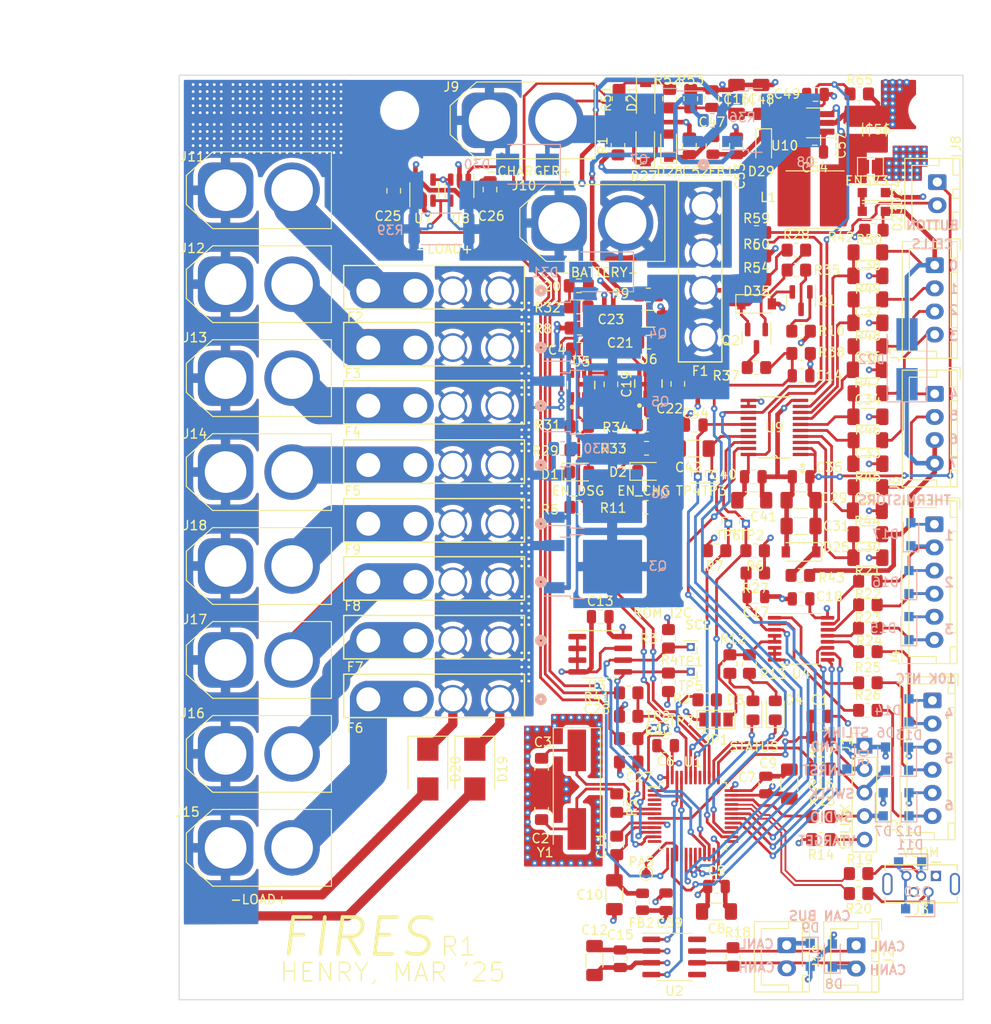
<source format=kicad_pcb>
(kicad_pcb (version 20211014) (generator pcbnew)
  (layers (0 "F.Cu" signal) (1 "In1.Cu" power) (2 "In2.Cu" power) (31 "B.Cu" signal) (34 "B.Paste" user) (35 "F.Paste" user) (36 "B.SilkS" user "B.Silkscreen") (37 "F.SilkS" user "F.Silkscreen") (38 "B.Mask" user) (39 "F.Mask" user) (44 "Edge.Cuts" user))
  (net 0 "")
  (net 1 "/MCU/NRST")
  (net 2 "Net-(C2-Pad2)")
  (net 3 "VDD")
  (net 4 "VDDA")
  (net 5 "GNDPWR")
  (net 6 "/thermistors/NTC5_IN")
  (net 7 "/thermistors/NTC4_IN")
  (net 8 "/thermistors/NTC3_IN")
  (net 9 "/thermistors/NTC2_IN")
  (net 10 "/thermistors/NTC1_IN")
  (net 11 "BATTP")
  (net 12 "BATTP_DSG")
  (net 13 "Net-(C19-Pad2)")
  (net 14 "/battery_management/AFE_PWR")
  (net 15 "/battery_management/VC6")
  (net 16 "/battery_management/VC5")
  (net 17 "/battery_management/VC4")
  (net 18 "/battery_management/VC3")
  (net 19 "/battery_management/VC2")
  (net 20 "/battery_management/VC1")
  (net 21 "/battery_management/VC0")
  (net 22 "/rails/BATTP_LP_FILT")
  (net 23 "BATTP_CHG")
  (net 24 "Net-(D4-Pad2)")
  (net 25 "/MCU/SWDIO")
  (net 26 "/MCU/SWCLK")
  (net 27 "/load_switch/CHG_SRC")
  (net 28 "/battery_management/C0")
  (net 31 "/battery_management/C4")
  (net 32 "/battery_management/C5")
  (net 33 "/battery_management/C1")
  (net 34 "/battery_management/C2")
  (net 35 "/battery_management/C3")
  (net 36 "BATTN")
  (net 37 "Net-(JP1-Pad2)")
  (net 38 "/thermistors/NTC6_IN")
  (net 39 "/load_switch/CHG_GATE")
  (net 40 "/MCU/BOOT0")
  (net 41 "/MCU/ROM_SCL")
  (net 42 "/MCU/ROM_SDA")
  (net 43 "/MCU/CAN_TX")
  (net 44 "/MCU/CAN_RX")
  (net 54 "/MCU/OC_DSG_REF")
  (net 55 "Net-(R24-Pad1)")
  (net 56 "Net-(R25-Pad1)")
  (net 57 "/battery_management/BTNN")
  (net 58 "Net-(R26-Pad1)")
  (net 60 "LED_A")
  (net 61 "LED_B")
  (net 62 "Net-(R21-Pad1)")
  (net 63 "Net-(R22-Pad1)")
  (net 64 "Net-(R23-Pad1)")
  (net 65 "EN_DSG")
  (net 66 "EN_CHG")
  (net 67 "Net-(R41-Pad2)")
  (net 68 "Net-(C22-Pad2)")
  (net 69 "/load_switch/EN_DSG_PIN")
  (net 70 "/load_switch/EN_CHG_PIN")
  (net 71 "BATTP_PROT")
  (net 72 "Net-(C54-Pad1)")
  (net 73 "Net-(D23-Pad2)")
  (net 74 "Net-(C20-Pad1)")
  (net 75 "Net-(R40-Pad2)")
  (net 76 "BATTP_CHG_PROT")
  (net 77 "/battery_management/C6")
  (net 78 "Net-(C52-Pad2)")
  (net 79 "/MCU/OSC_IN")
  (net 80 "/MCU/OSC_OUT")
  (net 81 "/MCU/USB_DM_RAW")
  (net 82 "/MCU/USB_DP_RAW")
  (net 83 "Net-(R32-Pad1)")
  (net 84 "Net-(D27-Pad1)")
  (net 85 "Net-(Q1-Pad1)")
  (net 86 "Net-(Q1-Pad3)")
  (net 87 "Net-(Q2-Pad1)")
  (net 88 "Net-(Q2-Pad3)")
  (net 89 "USB_D+")
  (net 90 "USB_D-")
  (net 91 "/MCU/CAN+")
  (net 92 "/MCU/CAN-")
  (net 93 "/power_connectors/BATTP_RAW")
  (net 94 "/rails/TPS_SW")
  (net 95 "/rails/TPS_VOUT")
  (net 96 "IDSG_SENSE")
  (net 97 "ICHG_SENSE")
  (net 98 "BMS_AWAKE")
  (net 99 "BMS_VREF")
  (net 100 "BMS_VCELL")
  (net 101 "BMS_SCL")
  (net 102 "BMS_SDA")
  (net 103 "VCHG_SENSE")
  (net 104 "VBAT_SENSE")
  (net 105 "NTC")
  (net 106 "BTN")
  (net 107 "NTC_SEL2")
  (net 108 "NTC_SEL1")
  (net 109 "NTC_SEL0")
  (net 110 "/load_switch/CHG_GATE_PIN")
  (net 114 "/MCU/NRST_RAW")
  (net 115 "/MCU/SWCLK_RAW")
  (net 116 "/MCU/SWDIO_RAW")
  (net 117 "/MCU/VTARGET")
  (net 119 "Net-(D1-Pad1)")
  (net 120 "Net-(D2-Pad1)")
  (net 121 "Net-(D3-Pad2)")
  (net 122 "/load_switch/DSG_GATE")
  (net 123 "Net-(F2-Pad2)")
  (net 124 "Net-(F3-Pad2)")
  (net 125 "Net-(F4-Pad2)")
  (net 126 "Net-(F5-Pad2)")
  (net 127 "Net-(F6-Pad2)")
  (net 128 "Net-(F7-Pad2)")
  (net 129 "Net-(F8-Pad2)")
  (net 130 "Net-(F9-Pad2)")
  (footprint "Connector_PinHeader_1.00mm:PinHeader_1x01_P1.00mm_Vertical" (layer "F.Cu") (at 98.552 94.742)
    (fp_text reference "TP3")
    (fp_text value " ")
  )
  (footprint "Resistor_SMD:R_0805_2012Metric_Pad1.20x1.40mm_HandSolder" (layer "F.Cu") (at 89.551 120.65 180)
    (fp_text reference "C28")
    (fp_text value "10n")
  )
  (footprint "Resistor_SMD:R_0805_2012Metric_Pad1.20x1.40mm_HandSolder" (layer "F.Cu") (at 84.149999 76.376 180)
    (fp_text reference "R32")
    (fp_text value "100R")
  )
  (footprint "LED_SMD:LED_0805_2012Metric_Pad1.15x1.40mm_HandSolder" (layer "F.Cu") (at 91.538999 94.156)
    (fp_text reference "D2")
    (fp_text value "GRN")
  )
  (footprint "Capacitor_SMD:C_1206_3216Metric_Pad1.33x1.80mm_HandSolder" (layer "F.Cu") (at 85.852 147.066 90)
    (fp_text reference "C12")
    (fp_text value "4.7u 50V")
  )
  (footprint "Resistor_SMD:R_0805_2012Metric_Pad1.20x1.40mm_HandSolder" (layer "F.Cu") (at 91.479872 89.141)
    (fp_text reference "R34")
    (fp_text value "100k")
  )
  (footprint "Capacitor_SMD:C_0805_2012Metric" (layer "F.Cu") (at 109.764127 53.395 180)
    (fp_text reference "C49")
    (fp_text value "100n 50V")
  )
  (footprint "Resistor_SMD:R_0805_2012Metric_Pad1.20x1.40mm_HandSolder" (layer "F.Cu") (at 114.5 53.34 180)
    (fp_text reference "R65")
    (fp_text value "100k")
  )
  (footprint "Resistor_SMD:R_1206_3216Metric_Pad1.30x1.75mm_HandSolder" (layer "F.Cu") (at 115.434127 75.555)
    (fp_text reference "R49")
    (fp_text value "51 1/2W")
  )
  (footprint "Resistor_SMD:R_1206_3216Metric_Pad1.30x1.75mm_HandSolder" (layer "F.Cu") (at 115.434127 80.635)
    (fp_text reference "R48")
    (fp_text value "51 1/2W")
  )
  (footprint "lib:3522-2" (layer "F.Cu") (at 75.6031 112.4585 180)
    (fp_text reference "F7")
    (fp_text value "20A ATO")
  )
  (footprint "Connector_PinHeader_1.00mm:PinHeader_1x01_P1.00mm_Vertical" (layer "F.Cu") (at 93.472 121.92)
    (fp_text reference "TP7")
    (fp_text value " ")
  )
  (footprint "Resistor_SMD:R_1206_3216Metric_Pad1.30x1.75mm_HandSolder" (layer "F.Cu") (at 115.434127 90.795)
    (fp_text reference "R46")
    (fp_text value "51 1/2W")
  )
  (footprint "Capacitor_SMD:C_0805_2012Metric" (layer "F.Cu") (at 86.471 109.875)
    (fp_text reference "C13")
    (fp_text value "100n 50V")
  )
  (footprint "Capacitor_SMD:C_0805_2012Metric" (layer "F.Cu") (at 103.317 107.696 180)
    (fp_text reference "C17")
    (fp_text value "100n 50V")
  )
  (footprint "lib:3522-2" (layer "F.Cu") (at 75.6031 93.472 180)
    (fp_text reference "F5")
    (fp_text value "20A ATO")
  )
  (footprint "Resistor_SMD:R_0805_2012Metric_Pad1.20x1.40mm_HandSolder" (layer "F.Cu") (at 84.199871 89.301)
    (fp_text reference "R31")
    (fp_text value "100k")
  )
  (footprint "Capacitor_SMD:C_0805_2012Metric" (layer "F.Cu") (at 108.204 107.95)
    (fp_text reference "C18")
    (fp_text value "100n 50V")
  )
  (footprint "Resistor_SMD:R_0805_2012Metric_Pad1.20x1.40mm_HandSolder" (layer "F.Cu") (at 115.434127 106.035)
    (fp_text reference "R21")
    (fp_text value "100R")
  )
  (footprint "Resistor_SMD:R_0805_2012Metric_Pad1.20x1.40mm_HandSolder" (layer "F.Cu") (at 91.684 75.086 180)
    (fp_text reference "R9")
    (fp_text value "15R")
  )
  (footprint "Capacitor_SMD:C_0805_2012Metric" (layer "F.Cu") (at 64.126127 63.81 90)
    (fp_text reference "C25")
    (fp_text value "100n 50V")
  )
  (footprint "Connector_AMASS:AMASS_XT60-F_1x02_P7.20mm_Vertical" (layer "F.Cu") (at 45.93 104.394)
    (fp_text reference "J18")
    (fp_text value "XT60-F")
  )
  (footprint "Connector_AMASS:AMASS_XT60-F_1x02_P7.20mm_Vertical" (layer "F.Cu") (at 45.93 94.234)
    (fp_text reference "J14")
    (fp_text value "XT60-F")
  )
  (footprint "Package_TO_SOT_SMD:SOT-23" (layer "F.Cu") (at 103.378 79.756 -90)
    (fp_text reference "Q2")
    (fp_text value "MMBT3906")
  )
  (footprint "Diode_SMD:D_SOD-323_HandSoldering" (layer "F.Cu") (at 104.159127 59.01 -90)
    (fp_text reference "D29")
    (fp_text value "40V 1A")
  )
  (footprint "Capacitor_SMD:C_0805_2012Metric" (layer "F.Cu") (at 96.124127 58.953748 -90)
    (fp_text reference "C52")
    (fp_text value "100n 50V")
  )
  (footprint "Capacitor_SMD:C_0805_2012Metric" (layer "F.Cu") (at 88.644127 146.8675 -90)
    (fp_text reference "C15")
    (fp_text value "100n 50V")
  )
  (footprint "Capacitor_SMD:C_1206_3216Metric_Pad1.33x1.80mm_HandSolder" (layer "F.Cu") (at 116.504127 57.1885 90)
    (fp_text reference "C56")
    (fp_text value "10u 25V")
  )
  (footprint "Resistor_SMD:R_0805_2012Metric_Pad1.20x1.40mm_HandSolder" (layer "F.Cu") (at 84.199871 91.841 180)
    (fp_text reference "R29")
    (fp_text value "10k")
  )
  (footprint "Connector_AMASS:AMASS_XT60-M_1x02_P7.20mm_Vertical" (layer "F.Cu") (at 82.021191 67.3)
    (fp_text reference "J10")
    (fp_text value "XT60-M")
  )
  (footprint "Package_SO:SOIC-8_3.9x4.9mm_P1.27mm" (layer "F.Cu") (at 94.479127 146.675)
    (fp_text reference "U2")
    (fp_text value "SN65HVD232")
  )
  (footprint "MountingHole:MountingHole_3.2mm_M3" (layer "F.Cu") (at 64.77 55.118)
    (fp_text reference "H1" hide)
    (fp_text value "MountingHole")
  )
  (footprint "Connector_PinHeader_1.00mm:PinHeader_1x01_P1.00mm_Vertical" (layer "F.Cu") (at 100.33 99.822)
    (fp_text reference "TP6")
    (fp_text value " ")
  )
  (footprint "Capacitor_SMD:C_1206_3216Metric_Pad1.33x1.80mm_HandSolder" (layer "F.Cu") (at 96.647 91.694 180)
    (fp_text reference "C42")
    (fp_text value "4.7u 50V")
  )
  (footprint "Resistor_SMD:R_0805_2012Metric_Pad1.20x1.40mm_HandSolder" (layer "F.Cu") (at 108.126 105.41 180)
    (fp_text reference "R43")
    (fp_text value "100R")
  )
  (footprint "Resistor_SMD:R_0805_2012Metric_Pad1.20x1.40mm_HandSolder" (layer "F.Cu") (at 89.551 123.063 180)
    (fp_text reference "R40")
    (fp_text value "100R")
  )
  (footprint "Resistor_SMD:R_0805_2012Metric_Pad1.20x1.40mm_HandSolder" (layer "F.Cu") (at 115.434127 117.02)
    (fp_text reference "R25")
    (fp_text value "100R")
  )
  (footprint "Resistor_SMD:R_0805_2012Metric_Pad1.20x1.40mm_HandSolder" (layer "F.Cu") (at 102.616 115 90)
    (fp_text reference "R13")
    (fp_text value "100R")
  )
  (footprint "Capacitor_SMD:C_0805_2012Metric_Pad1.18x1.45mm_HandSolder" (layer "F.Cu") (at 84.149999 74.09)
    (fp_text reference "C20")
    (fp_text value "470n 50V")
  )
  (footprint "lib:3522-2" (layer "F.Cu") (at 75.6031 118.8085 180)
    (fp_text reference "F6")
    (fp_text value "20A ATO")
  )
  (footprint "Capacitor_SMD:C_1206_3216Metric_Pad1.33x1.80mm_HandSolder" (layer "F.Cu") (at 88.002127 139.944 -90)
    (fp_text reference "C10")
    (fp_text value "4.7u 50V")
  )
  (footprint "Connector_PinHeader_1.00mm:PinHeader_1x01_P1.00mm_Vertical" (layer "F.Cu") (at 97.028 94.742)
    (fp_text reference "TP4")
    (fp_text value " ")
  )
  (footprint "Resistor_SMD:R_0805_2012Metric_Pad1.20x1.40mm_HandSolder" (layer "F.Cu") (at 110.354127 122.936 180)
    (fp_text reference "R17")
    (fp_text value "100R")
  )
  (footprint "MountingHole:MountingHole_3.2mm_M3" (layer "F.Cu") (at 121.92 55.118)
    (fp_text reference "H3" hide)
    (fp_text value "MountingHole")
  )
  (footprint "lib:3522-2" (layer "F.Cu") (at 75.6031 99.822 180)
    (fp_text reference "F9")
    (fp_text value "20A ATO")
  )
  (footprint "Diode_SMD:D_SOD-323_HandSoldering" (layer "F.Cu") (at 93.874627 58.933748 90)
    (fp_text reference "D28")
    (fp_text value "40V 1A")
  )
  (footprint "Resistor_SMD:R_0805_2012Metric_Pad1.20x1.40mm_HandSolder" (layer "F.Cu") (at 103.378 82.931 180)
    (fp_text reference "R37")
    (fp_text value "100k")
  )
  (footprint "Inductor_SMD:L_Taiyo-Yuden_NR-60xx" (layer "F.Cu") (at 109.719127 64.76)
    (fp_text reference "L1")
    (fp_text value "33u")
  )
  (footprint "Package_QFP:LQFP-48_7x7mm_P0.5mm" (layer "F.Cu") (at 96.511127 131.435)
    (fp_text reference "U1")
    (fp_text value "STM32F072CBT6")
  )
  (footprint "Resistor_SMD:R_0805_2012Metric_Pad1.20x1.40mm_HandSolder" (layer "F.Cu") (at 115.417063 111.115)
    (fp_text reference "R23")
    (fp_text value "100R")
  )
  (footprint "Connector_JST:JST_XH_B6B-XH-A_1x06_P2.50mm_Vertical" (layer "F.Cu") (at 122.629127 99.885 -90)
    (fp_text reference "J4")
    (fp_text value "JST-XH")
  )
  (footprint "Resistor_SMD:R_0805_2012Metric_Pad1.20x1.40mm_HandSolder" (layer "F.Cu") (at 103.378 70.866)
    (fp_text reference "R60")
    (fp_text value "10k")
  )
  (footprint "Connector_AMASS:AMASS_XT60-F_1x02_P7.20mm_Vertical" (layer "F.Cu") (at 45.93 114.554)
    (fp_text reference "J17")
    (fp_text value "XT60-F")
  )
  (footprint "Diode_SMD:D_SOD-323_HandSoldering" (layer "F.Cu") (at 116.078 66.04 180)
    (fp_text reference "D23")
    (fp_text value "3.3V TVS")
  )
  (footprint "TestPoint:TestPoint_Pad_D1.0mm" (layer "F.Cu") (at 91.44 137.668)
    (fp_text reference "TP11" hide)
    (fp_text value "TestPoint")
  )
  (footprint "Resistor_SMD:R_1206_3216Metric_Pad1.30x1.75mm_HandSolder" (layer "F.Cu") (at 115.434127 100.955)
    (fp_text reference "R44")
    (fp_text value "51 1/2W")
  )
  (footprint "Package_TO_SOT_SMD:SOT-23-5" (layer "F.Cu") (at 67.428127 63.744 90)
    (fp_text reference "U7")
    (fp_text value "INA180A3")
  )
  (footprint "Connector_PinHeader_1.00mm:PinHeader_1x01_P1.00mm_Vertical" (layer "F.Cu") (at 92.322 121.92)
    (fp_text reference "TP8")
    (fp_text value " ")
  )
  (footprint "Capacitor_SMD:C_0805_2012Metric" (layer "F.Cu") (at 84.215999 80.948)
    (fp_text reference "C4")
    (fp_text value "100n 50V")
  )
  (footprint "Resistor_SMD:R_0805_2012Metric_Pad1.20x1.40mm_HandSolder" (layer "F.Cu") (at 108.204 78.994 180)
    (fp_text reference "R10")
    (fp_text value "100k")
  )
  (footprint "LED_SMD:LED_0805_2012Metric_Pad1.15x1.40mm_HandSolder" (layer "F.Cu") (at 105.41 120 90)
    (fp_text reference "D4")
    (fp_text value "BLU")
  )
  (footprint "Connector_JST:JST_XH_B2B-XH-A_1x02_P2.50mm_Vertical" (layer "F.Cu") (at 106.654127 145.405 -90)
    (fp_text reference "J19")
    (fp_text value "JST-XH")
  )
  (footprint "MountingHole:MountingHole_3.2mm_M3" (layer "F.Cu") (at 121.92 147.574)
    (fp_text reference "H2" hide)
    (fp_text value "MountingHole")
  )
  (footprint "Resistor_SMD:R_0805_2012Metric_Pad1.20x1.40mm_HandSolder" (layer "F.Cu") (at 98.044 118.872 180)
    (fp_text reference "R2")
    (fp_text value "100k")
  )
  (footprint "Capacitor_SMD:C_1206_3216Metric_Pad1.33x1.80mm_HandSolder" (layer "F.Cu") (at 103.884127 53.93 90)
    (fp_text reference "C48")
    (fp_text value "4.7u 50V")
  )
  (footprint "Resistor_SMD:R_0805_2012Metric_Pad1.20x1.40mm_HandSolder" (layer "F.Cu") (at 114.434127 139.817 180)
    (fp_text reference "R20")
    (fp_text value "100R")
  )
  (footprint "Capacitor_SMD:C_1206_3216Metric_Pad1.33x1.80mm_HandSolder" (layer "F.Cu") (at 108.204 97.282 180)
    (fp_text reference "C29")
    (fp_text value "4.7u 50V")
  )
  (footprint "Capacitor_SMD:C_0805_2012Metric" (layer "F.Cu") (at 74.540127 63.678 -90)
    (fp_text reference "C26")
    (fp_text value "100n 50V")
  )
  (footprint "Resistor_SMD:R_0805_2012Metric_Pad1.20x1.40mm_HandSolder" (layer "F.Cu") (at 116.078 68.072 180)
    (fp_text reference "R42")
    (fp_text value "1M")
  )
  (footprint "lib:3522-2" (layer "F.Cu") (at 75.6031 106.1085 180)
    (fp_text reference "F8")
    (fp_text value "20A ATO")
  )
  (footprint "Connector_JST:JST_XH_B4B-XH-A_1x04_P2.50mm_Vertical" (layer "F.Cu") (at 122.666227 85.775 -90)
    (fp_text reference "J6")
    (fp_text value "JST-XH")
  )
  (footprint "Resistor_SMD:R_0805_2012Metric_Pad1.20x1.40mm_HandSolder" (layer "F.Cu") (at 110.354127 133.975 180)
    (fp_text reference "R14")
    (fp_text value "100R")
  )
  (footprint "Package_SO:TSSOP-16_4.4x5mm_P0.65mm" (layer "F.Cu") (at 108.204 112.268)
    (fp_text reference "U4")
    (fp_text value "4051")
  )
  (footprint "Connector_AMASS:AMASS_XT60-F_1x02_P7.20mm_Vertical" (layer "F.Cu") (at 45.93 63.754)
    (fp_text reference "J11")
    (fp_text value "XT60-F")
  )
  (footprint "Capacitor_SMD:C_0805_2012Metric_Pad1.18x1.45mm_HandSolder" (layer "F.Cu") (at 94.869 84.702 -90)
    (fp_text reference "C22")
    (fp_text value "470n 50V")
  )
  (footprint "Diode_SMD:D_SOD-123" (layer "F.Cu") (at 91.344627 59.07 90)
    (fp_text reference "D27")
    (fp_text value "26V Z")
  )
  (footprint "Capacitor_SMD:C_0805_2012Metric" (layer "F.Cu") (at 93.55 123.825 180)
    (fp_text reference "C6")
    (fp_text value "100n 50V")
  )
  (footprint "Resistor_SMD:R_0805_2012Metric_Pad1.20x1.40mm_HandSolder" (layer "F.Cu") (at 103.251 105.156 180)
    (fp_text reference "R27")
    (fp_text value "4.7k")
  )
  (footprint "Resistor_SMD:R_0805_2012Metric_Pad1.20x1.40mm_HandSolder" (layer "F.Cu") (at 107.696 70.231 180)
    (fp_text reference "R28")
    (fp_text value "100k")
  )
  (footprint "Capacitor_SMD:C_0805_2012Metric" (layer "F.Cu") (at 108.204 94.742)
    (fp_text reference "C35")
    (fp_text value "100n 50V")
  )
  (footprint "Capacitor_SMD:C_1206_3216Metric_Pad1.33x1.80mm_HandSolder" (layer "F.Cu") (at 108.204 100.076 180)
    (fp_text reference "C31")
    (fp_text value "4.7u 50V")
  )
  (footprint "Resistor_SMD:R_0805_2012Metric_Pad1.20x1.40mm_HandSolder" (layer "F.Cu") (at 108.204 81.407)
    (fp_text reference "R38")
    (fp_text value "10k")
  )
  (footprint "Resistor_SMD:R_1206_3216Metric_Pad1.30x1.75mm_HandSolder" (layer "F.Cu") (at 115.434127 70.475)
    (fp_text reference "R50")
    (fp_text value "51 1/2W")
  )
  (footprint "Capacitor_SMD:C_0805_2012Metric" (layer "F.Cu") (at 99.051127 139.055)
    (fp_text reference "C5")
    (fp_text value "100n 50V")
  )
  (footprint "Resistor_SMD:R_0805_2012Metric" (layer "F.Cu") (at 98.664127 58.953748 -90)
    (fp_text reference "FB1")
    (fp_text value "120R@100MHz")
  )
  (footprint "Resistor_SMD:R_0805_2012Metric_Pad1.20x1.40mm_HandSolder" (layer "F.Cu") (at 103.378 68.326 180)
    (fp_text reference "R59")
    (fp_text value "100k")
  )
  (footprint "Capacitor_SMD:C_1206_3216Metric_Pad1.33x1.80mm_HandSolder" (layer "F.Cu") (at 115.434127 103.495)
    (fp_text reference "C30")
    (fp_text value "4.7u 50V")
  )
  (footprint "Resistor_SMD:R_0805_2012Metric_Pad1.20x1.40mm_HandSolder" (layer "F.Cu") (at 88.504127 53.848 90)
    (fp_text reference "R51")
    (fp_text value "100R")
  )
  (footprint "Capacitor_SMD:C_1206_3216Metric_Pad1.33x1.80mm_HandSolder" (layer "F.Cu") (at 115.434127 73.015)
    (fp_text reference "C38")
    (fp_text value "4.7u 50V")
  )
  (footprint "Package_TO_SOT_SMD:SOT-23" (layer "F.Cu") (at 108.204 75.692 -90)
    (fp_text reference "Q1")
    (fp_text value "MMBT3904")
  )
  (footprint "Resistor_SMD:R_0805_2012Metric_Pad1.20x1.40mm_HandSolder" (layer "F.Cu") (at 100.5 115 90)
    (fp_text reference "R12")
    (fp_text value "330R")
  )
  (footprint "Capacitor_SMD:C_0805_2012Metric_Pad1.18x1.45mm_HandSolder" (layer "F.Cu") (at 80.128127 130.7785 -90)
    (fp_text reference "C2")
    (fp_text value "27pF")
  )
  (footprint "Connector_AMASS:AMASS_XT60-F_1x02_P7.20mm_Vertical" (layer "F.Cu") (at 45.93 73.914)
    (fp_text reference "J12")
    (fp_text value "XT60-F")
  )
  (footprint "Connector_JST:JST_XH_B2B-XH-A_1x02_P2.50mm_Vertical" (layer "F.Cu") (at 122.944127 62.875 -90)
    (fp_text reference "J8")
    (fp_text value "JST-XH")
  )
  (footprint "Resistor_SMD:R_0805_2012Metric_Pad1.20x1.40mm_HandSolder" (layer "F.Cu") (at 115.434127 108.575)
    (fp_text reference "R22")
    (fp_text value "100R")
  )
  (footprint "Capacitor_SMD:C_0805_2012Metric" (layer "F.Cu") (at 93.590127 140.706 -90)
    (fp_text reference "C59")
    (fp_text value "100n 50V")
  )
  (footprint "Capacitor_SMD:C_1206_3216Metric_Pad1.33x1.80mm_HandSolder" (layer "F.Cu") (at 102.87 97.282)
    (fp_text reference "C41")
    (fp_text value "4.7u 50V")
  )
  (footprint "lib:LM74502" (layer "F.Cu") (at 84.403999 84.821 90)
    (fp_text reference "U5")
    (fp_text value "LM74502DDFR")
  )
  (footprint "Package_TO_SOT_SMD:SOT-23-5" (layer "F.Cu") (at 71.238127 63.744 -90)
    (fp_text reference "U8")
    (fp_text value "INA180A3")
  )
  (footprint "Resistor_SMD:R_0805_2012Metric_Pad1.20x1.40mm_HandSolder" (layer "F.Cu") (at 88.256127 134.61 90)
    (fp_text reference "C11")
    (fp_text value "10n")
  )
  (footprint "Diode_SMD:D_SOD-323_HandSoldering" (layer "F.Cu") (at 116.078 64.008 180)
    (fp_text reference "D24")
    (fp_text value "3.3V TVS")
  )
  (footprint "Resistor_SMD:R_0805_2012Metric_Pad1.20x1.40mm_HandSolder" (layer "F.Cu") (at 91.479872 91.661 180)
    (fp_text reference "R33")
    (fp_text value "10k")
  )
  (footprint "Capacitor_SMD:C_0805_2012Metric" (layer "F.Cu") (at 104.394 128.082 90)
    (fp_text reference "C7")
    (fp_text value "100n 50V")
  )
  (footprint "Package_SO:SOIC-8_3.9x4.9mm_P1.27mm" (layer "F.Cu") (at 86.471 113.939)
    (fp_text reference "U3")
    (fp_text value "24LC08")
  )
  (footprint "Resistor_SMD:R_0805_2012Metric_Pad1.20x1.40mm_HandSolder" (layer "F.Cu") (at 93.98 53.848 -90)
    (fp_text reference "R52")
    (fp_text value "100k")
  )
  (footprint "Resistor_SMD:R_0805_2012Metric_Pad1.20x1.40mm_HandSolder" (layer "F.Cu") (at 115.434127 113.655)
    (fp_text reference "R24")
    (fp_text value "100R")
  )
  (footprint "Package_TO_SOT_SMD:SOT-23-6_Handsoldering" (layer "F.Cu") (at 109.684127 56.47 180)
    (fp_text reference "U10")
    (fp_text value "TPS560430X3FDBVR")
  )
  (footprint "Connector_AMASS:AMASS_XT60-F_1x02_P7.20mm_Vertical" (layer "F.Cu") (at 45.93 84.074)
    (fp_text reference "J13")
    (fp_text value "XT60-F")
  )
  (footprint "Capacitor_SMD:C_1206_3216Metric_Pad1.33x1.80mm_HandSolder" (layer "F.Cu") (at 115.374127 83.175)
    (fp_text reference "C36")
    (fp_text value "4.7u 50V")
  )
  (footprint "Resistor_SMD:R_0805_2012Metric_Pad1.20x1.40mm_HandSolder" (layer "F.Cu") (at 103.394 73.406)
    (fp_text reference "R54")
    (fp_text value "100R")
  )
  (footprint "Capacitor_SMD:C_1206_3216Metric_Pad1.33x1.80mm_HandSolder" (layer "F.Cu") (at 91.684 77.646 180)
    (fp_text reference "C23")
    (fp_text value "4.7u 50V")
  )
  (footprint "Capacitor_SMD:C_0805_2012Metric" (layer "F.Cu") (at 96.647 89.154)
    (fp_text reference "C44")
    (fp_text value "100n 50V")
  )
  (footprint "LED_SMD:LED_0805_2012Metric_Pad1.15x1.40mm_HandSolder" (layer "F.Cu") (at 84.199871 94.234)
    (fp_text reference "D1")
    (fp_text value "RED")
  )
  (footprint "Resistor_SMD:R_0805_2012Metric_Pad1.20x1.40mm_HandSolder" (layer "F.Cu") (at 103.235 102.743 180)
    (fp_text reference "R6")
    (fp_text value "4.7k")
  )
  (footprint "Resistor_SMD:R_0805_2012Metric" (layer "F.Cu") (at 91.050127 140.706 90)
    (fp_text reference "FB2")
    (fp_text value "120R@100MHz")
  )
  (footprint "lib:3522-2" (layer "F.Cu") (at 97.654127 65.4329 -90)
    (fp_text reference "F1")
    (fp_text value "40A ATO")
  )
  (footprint "lib:3522-2" (layer "F.Cu") (at 75.6031 80.772 180)
    (fp_text reference "F3")
    (fp_text value "20A ATO")
  )
  (footprint "Capacitor_SMD:C_0805_2012Metric" (layer "F.Cu") (at 103.036 94.742 180)
    (fp_text reference "C40")
    (fp_text value "100n 50V")
  )
  (footprint "Resistor_SMD:R_0805_2012Metric_Pad1.20x1.40mm_HandSolder" (layer "F.Cu") (at 107.696 72.39 180)
    (fp_text reference "R35")
    (fp_text value "100k")
  )
  (footprint "Capacitor_SMD:C_0805_2012Metric" (layer "F.Cu") (at 108.204 83.82 180)
    (fp_text reference "C14")
    (fp_text value "100n 50V")
  )
  (footprint "Connector_JST:JST_XH_B2B-XH-A_1x02_P2.50mm_Vertical" (layer "F.Cu") (at 114.164127 145.425 -90)
    (fp_text reference "J2")
    (fp_text value "JST-XH")
  )
  (footprint "Capacitor_SMD:C_1206_3216Metric_Pad1.33x1.80mm_HandSolder" (layer "F.Cu") (at 106.934 127.9775 -90)
    (fp_text reference "C9")
    (fp_text value "4.7u 50V")
  )
  (footprint "Connector_JST:JST_XH_B6B-XH-A_1x06_P2.50mm_Vertical" (layer "F.Cu") (at 122.419127 118.935 -90)
    (fp_text reference "J5")
    (fp_text value "JST-XH")
  )
  (footprint "Capacitor_SMD:C_0805_2012Metric" (layer "F.Cu") (at 98.552 53.848 -90)
    (fp_text reference "C16")
    (fp_text value "100n 50V")
  )
  (footprint "Resistor_SMD:R_0805_2012Metric_Pad1.20x1.40mm_HandSolder" (layer "F.Cu") (at 89.551 118.11 180)
    (fp_text reference "R41")
    (fp_text value "100R")
  )
  (footprint "Resistor_SMD:R_0805_2012Metric_Pad1.20x1.40mm_HandSolder" (layer "F.Cu") (at 84.201 98.044 180)
    (fp_text reference "R5")
    (fp_text value "330R")
  )
  (footprint "Capacitor_SMD:C_1206_3216Metric_Pad1.33x1.80mm_HandSolder" (layer "F.Cu") (at 99.051127 141.76 180)
    (fp_text reference "C8")
    (fp_text value "4.7u 50V")
  )
  (footprint "Connector_USB:USB_Mini-B_Tensility_54-00023_Vertical" (layer "F.Cu") (at 122.800127 137.912 180)
    (fp_text reference "J3")
    (fp_text value "USB_B_Mini")
  )
  (footprint "Resistor_SMD:R_0805_2012Metric_Pad1.20x1.40mm_HandSolder" (layer "F.Cu") (at 110.354127 126.355 180)
    (fp_text reference "R16")
    (fp_text value "100R")
  )
  (footprint "Capacitor_SMD:C_1206_3216Metric_Pad1.33x1.80mm_HandSolder" (layer "F.Cu") (at 115.434127 78.095)
    (fp_text reference "C37")
    (fp_text value "4.7u 50V")
  )
  (footprint "Resistor_SMD:R_0805_2012Metric_Pad1.20x1.40mm_HandSolder" (layer "F.Cu") (at 96.266 53.848 90)
    (fp_text reference "R53")
    (fp_text value "10k")
  )
  (footprint "Connector_PinHeader_2.54mm:PinHeader_1x05_P2.54mm_Vertical" (layer "F.Cu") (at 115.062 123.82)
    (fp_text reference "J1")
    (fp_text value "JST-XH")
  )
  (footprint "Connector_AMASS:AMASS_XT60-M_1x02_P7.20mm_Vertical" (layer "F.Cu") (at 74.484127 56.2)
    (fp_text reference "J9")
    (fp_text value "XT60-M")
  )
  (footprint "Resistor_SMD:R_0805_2012Metric_Pad1.20x1.40mm_HandSolder" (layer "F.Cu") (at 110.354127 131.5 180)
    (fp_text reference "R15")
    (fp_text value "100R")
  )
  (footprint "Resistor_SMD:R_1206_3216Metric_Pad1.30x1.75mm_HandSolder" (layer "F.Cu") (at 115.434127 95.875)
    (fp_text reference "R45")
    (fp_text value "51 1/2W")
  )
  (footprint "Resistor_SMD:R_0805_2012Metric_Pad1.20x1.40mm_HandSolder" (layer "F.Cu") (at 93.853 112.268 -90)
    (fp_text reference "R3")
    (fp_text value "4.7k")
  )
  (footprint "Resistor_SMD:R_0805_2012Metric_Pad1.20x1.40mm_HandSolder" (layer "F.Cu") (at 100.839127 146.675 -90)
    (fp_text reference "R18")
    (fp_text value "120R 1/4W")
  )
  (footprint "Capacitor_SMD:C_0805_2012Metric" (layer "F.Cu") (at 91.684 80.186)
    (fp_text reference "C21")
    (fp_text value "100n 50V")
  )
  (footprint "Capacitor_SMD:C_0805_2012Metric_Pad1.18x1.45mm_HandSolder" (layer "F.Cu") (at 80.128127 126.228 90)
    (fp_text reference "C3")
    (fp_text value "27pF")
  )
  (footprint "Capacitor_SMD:C_0805_2012Metric" (layer "F.Cu") (at 101.204127 58.953748 -90)
    (fp_text reference "C53")
    (fp_text value "100n 50V")
  )
  (footprint "Resistor_SMD:R_0805_2012Metric_Pad1.20x1.40mm_HandSolder" (layer "F.Cu") (at 89.551 125.593 180)
    (fp_text reference "C27")
    (fp_text value "10n")
  )
  (footprint "Diode_SMD:D_SMB" (layer "F.Cu") (at 72.898 126.356 -90)
    (fp_text reference "D19")
    (fp_text value "26V TVS")
  )
  (footprint "Diode_SMD:D_SOD-123" (layer "F.Cu") (at 91.386 53.798 -90)
    (fp_text reference "D21")
    (fp_text value "26V Z")
  )
  (footprint "Diode_SMD:D_SOD-123" (layer "F.Cu") (at 108.204 102.87 180)
    (fp_text reference "D25")
    (fp_text value "26V Z")
  )
  (footprint "lib:3522-2" (layer "F.Cu") (at 75.6031 74.6125 180)
    (fp_text reference "F2")
    (fp_text value "20A ATO")
  )
  (footprint "Connector_PinHeader_1.00mm:PinHeader_1x01_P1.00mm_Vertical" (layer "F.Cu") (at 96.266 113.157 180)
    (fp_text reference "TP1")
    (fp_text value " ")
  )
  (footprint "Jumper:SolderJumper-2_P1.3mm_Open_Pad1.0x1.5mm" (layer "F.Cu") (at 115.712 61.214)
    (fp_text reference "JP5" hide)
    (fp_text value " ")
  )
  (footprint "Capacitor_SMD:C_1206_3216Metric_Pad1.33x1.80mm_HandSolder" (layer "F.Cu") (at 115.374127 98.415)
    (fp_text reference "C32")
    (fp_text value "4.7u 50V")
  )
  (footprint "Capacitor_SMD:C_0805_2012Metric" (layer "F.Cu") (at 109.684127 59.6225 180)
    (fp_text reference "C54")
    (fp_text value "100n 50V")
  )
  (footprint "Diode_SMD:D_SOD-123" (layer "F.Cu") (at 103.394 76.046)
    (fp_text reference "D35")
    (fp_text value "26V Z")
  )
  (footprint "Resistor_SMD:R_1206_3216Metric_Pad1.30x1.75mm_HandSolder" (layer "F.Cu") (at 115.434127 85.715)
    (fp_text reference "R47")
    (fp_text value "51 1/2W")
  )
  (footprint "Diode_SMD:D_SMB" (layer "F.Cu") (at 67.818 126.356 -90)
    (fp_text reference "D20")
    (fp_text value "26V TVS")
  )
  (footprint "Resistor_SMD:R_0805_2012Metric_Pad1.20x1.40mm_HandSolder" (layer "F.Cu") (at 91.424 98.044 180)
    (fp_text reference "R11")
    (fp_text value "330R")
  )
  (footprint "Connector_AMASS:AMASS_XT60-F_1x02_P7.20mm_Vertical" (layer "F.Cu") (at 45.93 124.714)
    (fp_text reference "J16")
    (fp_text value "XT60-F")
  )
  (footprint "Connector_PinHeader_1.00mm:PinHeader_1x01_P1.00mm_Vertical" (layer "F.Cu") (at 102.235 99.822)
    (fp_text reference "TP2")
    (fp_text value " ")
  )
  (footprint "Resistor_SMD:R_0805_2012Metric_Pad1.20x1.40mm_HandSolder" (layer "F.Cu") (at 84.215999 78.662 180)
    (fp_text reference "R8")
    (fp_text value "15R")
  )
  (footprint "Resistor_SMD:R_0805_2012Metric_Pad1.20x1.40mm_HandSolder" (layer "F.Cu") (at 88.256127 130.038 -90)
    (fp_text reference "R57")
    (fp_text value "720R")
  )
  (footprint "Connector_PinHeader_1.00mm:PinHeader_1x01_P1.00mm_Vertical" (layer "F.Cu") (at 96.266 115.824 180)
    (fp_text reference "TP5")
    (fp_text value " ")
  )
  (footprint "LED_SMD:LED_0805_2012Metric_Pad1.15x1.40mm_HandSolder" (layer "F.Cu") (at 103 120 90)
    (fp_text reference "D3")
    (fp_text value "RED")
  )
  (footprint "Resistor_SMD:R_0805_2012Metric_Pad1.20x1.40mm_HandSolder" (layer "F.Cu") (at 99.06 102.743)
    (fp_text reference "R7")
    (fp_text value "4.7k")
  )
  (footprint "Connector_JST:JST_XH_B4B-XH-A_1x04_P2.50mm_Vertical" (layer "F.Cu") (at 122.666227 71.865 -90)
    (fp_text reference "J7")
    (fp_text value "JST-XH")
  )
  (footprint "Resistor_SMD:R_0805_2012Metric_Pad1.20x1.40mm_HandSolder" (layer "F.Cu") (at 88.392 58.928 90)
    (fp_text reference "R1")
    (fp_text value "15R 1/4W")
  )
  (footprint "Capacitor_SMD:C_0805_2012Metric" (layer "F.Cu") (at 110.236 120.65 180)
    (fp_text reference "C1")
    (fp_text value "100n 50V")
  )
  (footprint "Connector_AMASS:AMASS_XT60-F_1x02_P7.20mm_Vertical" (layer "F.Cu") (at 45.93 134.874)
    (fp_text reference "J15")
    (fp_text value "XT60-F")
  )
  (footprint "Capacitor_SMD:C_1206_3216Metric_Pad1.33x1.80mm_HandSolder" (layer "F.Cu") (at 115.434127 88.255)
    (fp_text reference "C34")
    (fp_text value "4.7u 50V")
  )
  (footprint "Capacitor_SMD:C_1206_3216Metric_Pad1.33x1.80mm_HandSolder" (layer "F.Cu") (at 113.964127 57.1885 90)
    (fp_text reference "C57")
    (fp_text value "10u 25V")
  )
  (footprint "Resistor_SMD:R_0805_2012Metric_Pad1.20x1.40mm_HandSolder" (layer "F.Cu") (at 114.434127 137.658 180)
    (fp_text reference "R19")
    (fp_text value "100R")
  )
  (footprint "lib:3522-2" (layer "F.Cu") (at 75.6031 87.0585 180)
    (fp_text reference "F4")
    (fp_text value "20A ATO")
  )
  (footprint "Capacitor_SMD:C_1206_3216Metric_Pad1.33x1.80mm_HandSolder" (layer "F.Cu") (at 115.434127 93.335)
    (fp_text reference "C33")
    (fp_text value "4.7u 50V")
  )
  (footprint "Capacitor_SMD:C_1206_3216Metric_Pad1.33x1.80mm_HandSolder" (layer "F.Cu") (at 101.219 53.93 90)
    (fp_text reference "C47")
    (fp_text value "4.7u 50V")
  )
  (footprint "lib:LM74502" (layer "F.Cu") (at 91.684 84.661 90)
    (fp_text reference "U6")
    (fp_text value "LM74502DDFR")
  )
  (footprint "Crystal:Crystal_SMD_HC49-SD" (layer "F.Cu") (at 83.938127 128.582 -90)
    (fp_text reference "Y1")
    (fp_text value "8MHz 18pF")
  )
  (footprint "Resistor_SMD:R_0805_2012Metric_Pad1.20x1.40mm_HandSolder" (layer "F.Cu") (at 115.434127 120.005)
    (fp_text reference "R26")
    (fp_text value "100R")
  )
  (footprint "MountingHole:MountingHole_3.2mm_M3" (layer "F.Cu") (at 44.704 147.574)
    (fp_text reference "H4" hide)
    (fp_text value "MountingHole")
  )
  (footprint "Capacitor_SMD:C_0805_2012Metric_Pad1.18x1.45mm_HandSolder" (layer "F.Cu") (at 87.63 84.7395 -90)
    (fp_text reference "C19")
    (fp_text value "470n 50V")
  )
  (footprint "lib:BQ76925" (layer "F.Cu") (at 105.322 89.408 180)
    (fp_text reference "U9")
    (fp_text value "BQ76925PWR")
  )
  (footprint "Jumper:SolderJumper-3_P1.3mm_Open_Pad1.0x1.5mm" (layer "F.Cu") (at 99 121)
    (fp_text reference "JP1")
    (fp_text value " ")
  )
  (footprint "Resistor_SMD:R_0805_2012Metric_Pad1.20x1.40mm_HandSolder" (layer "F.Cu") (at 93.853 116.967 90)
    (fp_text reference "R4")
    (fp_text value "4.7k")
  )
  (footprint "Diode_SMD:D_SOD-323_HandSoldering" (layer "B.Cu") (at 109.194127 146.44 -90)
    (fp_text reference "D9")
    (fp_text value "3.3V TVS")
  )
  (footprint "Diode_SMD:D_SOD-323_HandSoldering" (layer "B.Cu") (at 119.879127 130.165 90)
    (fp_text reference "D12")
    (fp_text value "3.3V TVS")
  )
  (footprint "Package_TO_SOT_SMD:TO-252-2" (layer "B.Cu") (at 104.964127 56.2)
    (fp_text reference "Q8")
    (fp_text value "TK90S06N1L")
  )
  (footprint "Diode_SMD:D_SOD-323_HandSoldering" (layer "B.Cu") (at 111.589127 146.525 90)
    (fp_text reference "D8")
    (fp_text value "3.3V TVS")
  )
  (footprint "Package_TO_SOT_SMD:TO-252-2" (layer "B.Cu") (at 85.704127 86.68)
    (fp_text reference "Q5")
    (fp_text value "TK90S06N1L")
  )
  (footprint "Package_TO_SOT_SMD:TO-252-2" (layer "B.Cu") (at 92.264127 56.2 180)
    (fp_text reference "Q7")
    (fp_text value "TK90S06N1L")
  )
  (footprint "Package_TO_SOT_SMD:TO-252-2" (layer "B.Cu") (at 85.704127 79.06)
    (fp_text reference "Q4")
    (fp_text value "TK90S06N1L")
  )
  (footprint "Diode_SMD:D_SOD-323_HandSoldering" (layer "B.Cu") (at 120.006127 136.388 180)
    (fp_text reference "D11")
    (fp_text value "3.3V TVS")
  )
  (footprint "Diode_SMD:D_SOD-323_HandSoldering" (layer "B.Cu") (at 119.879127 111.115 90)
    (fp_text reference "D15")
    (fp_text value "3.3V TVS")
  )
  (footprint "Package_TO_SOT_SMD:TO-252-2" (layer "B.Cu") (at 85.704127 104.46)
    (fp_text reference "Q3")
    (fp_text value "TK90S06N1L")
  )
  (footprint "Diode_SMD:D_SOD-323_HandSoldering" (layer "B.Cu") (at 113.157 125.095 90)
    (fp_text reference "D5")
    (fp_text value "3.3V TVS")
  )
  (footprint "Resistor_SMD:R_0805_2012Metric_Pad1.20x1.40mm_HandSolder" (layer "B.Cu") (at 98.614127 56.2)
    (fp_text reference "R36")
    (fp_text value "1M")
  )
  (footprint "Diode_SMD:D_SMB_Handsoldering" (layer "B.Cu") (at 119.667597 82.042 90)
    (fp_text reference "D22")
    (fp_text value "26V TVS")
  )
  (footprint "Diode_SMD:D_SOD-323_HandSoldering" (layer "B.Cu") (at 119.844127 125.235 90)
    (fp_text reference "D13")
    (fp_text value "3.3V TVS")
  )
  (footprint "Resistor_SMD:R_2512_6332Metric" (layer "B.Cu") (at 69.291627 67.935)
    (fp_text reference "R39")
    (fp_text value "0.5m 6W")
  )
  (footprint "Diode_SMD:D_SMB" (layer "B.Cu") (at 86.521191 72.575 180)
    (fp_text reference "D31")
    (fp_text value "26V TVS")
  )
  (footprint "Package_TO_SOT_SMD:TO-252-2" (layer "B.Cu") (at 85.704127 96.84)
    (fp_text reference "Q6")
    (fp_text value "TK90S06N1L")
  )
  (footprint "Diode_SMD:D_SOD-323_HandSoldering" (layer "B.Cu") (at 120.768127 141.468 180)
    (fp_text reference "D10")
    (fp_text value "3.3V TVS")
  )
  (footprint "Diode_SMD:D_SMB" (layer "B.Cu") (at 78.604127 60.95 180)
    (fp_text reference "D30")
    (fp_text value "26V TVS")
  )
  (footprint "Diode_SMD:D_SOD-323_HandSoldering" (layer "B.Cu") (at 119.879127 120.005 90)
    (fp_text reference "D14")
    (fp_text value "3.3V TVS")
  )
  (footprint "Diode_SMD:D_SOD-323_HandSoldering" (layer "B.Cu") (at 117.094 130.165 90)
    (fp_text reference "D7")
    (fp_text value "3.3V TVS")
  )
  (footprint "Diode_SMD:D_SOD-323_HandSoldering" (layer "B.Cu") (at 120.089127 100.955 90)
    (fp_text reference "D17")
    (fp_text value "3.3V TVS")
  )
  (footprint "Resistor_SMD:R_0805_2012Metric_Pad1.20x1.40mm_HandSolder" (layer "B.Cu") (at 82.414127 91.684 180)
    (fp_text reference "R30")
    (fp_text value "1M")
  )
  (footprint "Diode_SMD:D_SOD-323_HandSoldering" (layer "B.Cu") (at 117.348 125.222 90)
    (fp_text reference "D6")
    (fp_text value "3.3V TVS")
  )
  (footprint "Diode_SMD:D_SOD-323_HandSoldering" (layer "B.Cu") (at 119.879127 106.135 90)
    (fp_text reference "D16")
    (fp_text value "3.3V TVS")
  )
  (gr_rect (start 40.904 51.308) (end 125.73 151.308) (layer "Edge.Cuts") (width 0.1) (fill none))
  (gr_text "3" (at 124.206 111.252) (layer "B.SilkS") (effects (font (size 1 1) (thickness 0.2)) (justify mirror)))
  (gr_text "3" (at 124.714 79.502) (layer "B.SilkS") (effects (font (size 1 1) (thickness 0.2)) (justify mirror)))
  (gr_text "NRST" (at 110.236 126.492) (layer "B.SilkS") (effects (font (size 1 1) (thickness 0.2)) (justify mirror)))
  (gr_text "5" (at 124.206 125.222) (layer "B.SilkS") (effects (font (size 1 1) (thickness 0.2)) (justify mirror)))
  (gr_text "CAN BUS" (at 110.236 142.24) (layer "B.SilkS") (effects (font (size 1 1) (thickness 0.2)) (justify mirror)))
  (gr_text "GND" (at 110.744 123.952) (layer "B.SilkS") (effects (font (size 1 1) (thickness 0.2)) (justify mirror)))
  (gr_text "CELLS" (at 122.428 69.596) (layer "B.SilkS") (effects (font (size 1 1) (thickness 0.2)) (justify mirror)))
  (gr_text "2" (at 124.714 76.708) (layer "B.SilkS") (effects (font (size 1 1) (thickness 0.2)) (justify mirror)))
  (gr_text "4" (at 124.714 85.852) (layer "B.SilkS") (effects (font (size 1 1) (thickness 0.2)) (justify mirror)))
  (gr_text "CANH" (at 117.602 148.082) (layer "B.SilkS") (effects (font (size 1 1) (thickness 0.2)) (justify mirror)))
  (gr_text "7" (at 124.714 93.218) (layer "B.SilkS") (effects (font (size 1 1) (thickness 0.2)) (justify mirror)))
  (gr_text "1" (at 124.714 74.422) (layer "B.SilkS") (effects (font (size 1 1) (thickness 0.2)) (justify mirror)))
  (gr_text "CANL" (at 117.602 145.542) (layer "B.SilkS") (effects (font (size 1 1) (thickness 0.2)) (justify mirror)))
  (gr_text "1" (at 124.206 101.092) (layer "B.SilkS") (effects (font (size 1 1) (thickness 0.2)) (justify mirror)))
  (gr_text "CANH" (at 103.378 147.828) (layer "B.SilkS") (effects (font (size 1 1) (thickness 0.2)) (justify mirror)))
  (gr_text "BUTTON" (at 122.428 67.564) (layer "B.SilkS") (effects (font (size 1 1) (thickness 0.2)) (justify mirror)))
  (gr_text "2" (at 124.206 106.172) (layer "B.SilkS") (effects (font (size 1 1) (thickness 0.2)) (justify mirror)))
  (gr_text "STLINK" (at 113.03 122.428) (layer "B.SilkS") (effects (font (size 1 1) (thickness 0.2)) (justify mirror)))
  (gr_text "THERMISTORS" (at 119.38 97.282) (layer "B.SilkS") (effects (font (size 1 1) (thickness 0.2)) (justify mirror)))
  (gr_text "SWDIO" (at 111.506 131.572) (layer "B.SilkS") (effects (font (size 1 1) (thickness 0.2)) (justify mirror)))
  (gr_text "VTARGET" (at 110.998 134.112) (layer "B.SilkS") (effects (font (size 1 1) (thickness 0.2)) (justify mirror)))
  (gr_text "6" (at 124.206 130.302) (layer "B.SilkS") (effects (font (size 1 1) (thickness 0.2)) (justify mirror)))
  (gr_text "SWCLK" (at 111.506 129.032) (layer "B.SilkS") (effects (font (size 1 1) (thickness 0.2)) (justify mirror)))
  (gr_text "0" (at 124.714 71.882) (layer "B.SilkS") (effects (font (size 1 1) (thickness 0.2)) (justify mirror)))
  (gr_text "4" (at 124.206 120.396) (layer "B.SilkS") (effects (font (size 1 1) (thickness 0.2)) (justify mirror)))
  (gr_text "5" (at 124.714 88.138) (layer "B.SilkS") (effects (font (size 1 1) (thickness 0.2)) (justify mirror)))
  (gr_text "CANL" (at 103.378 145.288) (layer "B.SilkS") (effects (font (size 1 1) (thickness 0.2)) (justify mirror)))
  (gr_text "6" (at 124.714 90.678) (layer "B.SilkS") (effects (font (size 1 1) (thickness 0.2)) (justify mirror)))
  (gr_text "10K NTC" (at 121.666 116.586) (layer "B.SilkS") (effects (font (size 1 1) (thickness 0.2)) (justify mirror)))
  (gr_text "R1" (at 71.12 145.542) (layer "F.SilkS") (effects (font (size 2 2))))
  (gr_text "-LOAD+" (at 69.596 70.104) (layer "F.SilkS") (effects (font (size 1 1))))
  (gr_text "STLINK" (at 113.03 132.588 90) (layer "F.SilkS") (effects (font (size 1 1))))
  (gr_text "STATUS" (at 103.124 123.952) (layer "F.SilkS") (effects (font (size 1 1))))
  (gr_text "ROM I2C" (at 93.218 109.474) (layer "F.SilkS") (effects (font (size 1 1))))
  (gr_text "-BATTERY+" (at 86.36 72.644) (layer "F.SilkS") (effects (font (size 1 1))))
  (gr_text "EN3V3" (at 115.316 62.738) (layer "F.SilkS") (effects (font (size 1 1))))
  (gr_text "-LOAD+" (at 49.53 140.462) (layer "F.SilkS") (effects (font (size 1 1))))
  (gr_text "EN_DSG" (at 84.074 96.266) (layer "F.SilkS") (effects (font (size 1 1))))
  (gr_text "-CHARGER+" (at 78.74 61.722) (layer "F.SilkS") (effects (font (size 1 1))))
  (gr_text "SCL" (at 97.028 110.744) (layer "F.SilkS") (effects (font (size 1 1) (thickness 0.2))))
  (gr_text "FIRES" (at 60.198 144.526) (layer "F.SilkS") (effects (font (size 4 4) (thickness 0.4) italic)))
  (gr_text "HENRY, MAR '25" (at 64.008 148.336) (layer "F.SilkS") (effects (font (size 2 2))))
  (gr_text "PA5" (at 90.932 136.398) (layer "F.SilkS") (effects (font (size 1 1))))
  (gr_text "VCOM" (at 121.158 135.382) (layer "F.SilkS") (effects (font (size 1 1))))
  (gr_text "EN_CHG" (at 91.186 96.266) (layer "F.SilkS") (effects (font (size 1 1))))
  (segment (start 103.2215 124.7785) (end 106.5 124.7785) (width 0.3) (layer "F.Cu") (net 1))
  (segment (start 96.315 131.685) (end 100.5 127.5) (width 0.3) (layer "F.Cu") (net 1))
  (segment (start 109.354127 122.936) (end 108.0135 122.936) (width 0.3) (layer "F.Cu") (net 1))
  (segment (start 100.5 127.5) (end 103.2215 124.7785) (width 0.3) (layer "F.Cu") (net 1))
  (segment (start 109.286 122.867873) (end 109.354127 122.936) (width 0.3) (layer "F.Cu") (net 1))
  (segment (start 107.57 123.3795) (end 106.5 123.3795) (width 0.3) (layer "F.Cu") (net 1))
  (segment (start 108.0135 122.936) (end 107.57 123.3795) (width 0.3) (layer "F.Cu") (net 1))
  (segment (start 109.286 120.65) (end 109.286 122.867873) (width 0.3) (layer "F.Cu") (net 1))
  (segment (start 92.348627 131.685) (end 96.315 131.685) (width 0.3) (layer "F.Cu") (net 1))
  (segment (start 109.404127 121.095873) (end 109.5 121) (width 0.3) (layer "F.Cu") (net 1))
  (via (at 106.5 123.3795) (size 0.7) (drill 0.3) (layers "F.Cu" "B.Cu") (net 1))
  (via (at 106.5 124.7785) (size 0.7) (drill 0.3) (layers "F.Cu" "B.Cu") (net 1))
  (segment (start 106.5 124.7785) (end 106.5 123.3795) (width 0.3) (layer "B.Cu") (net 1))
  (segment (start 83.938127 132.832) (end 83.938127 129.53) (width 0.3) (layer "F.Cu") (net 2))
  (segment (start 87.732127 128.514) (end 88.256127 129.038) (width 0.3) (layer "F.Cu") (net 2))
  (segment (start 84.954127 128.514) (end 87.732127 128.514) (width 0.3) (layer "F.Cu") (net 2))
  (segment (start 83.938127 132.832) (end 81.144127 132.832) (width 0.3) (layer "F.Cu") (net 2))
  (segment (start 83.938127 129.53) (end 84.954127 128.514) (width 0.3) (layer "F.Cu") (net 2))
  (segment (start 81.144127 132.832) (end 80.128127 131.816) (width 0.3) (layer "F.Cu") (net 2))
  (segment (start 93.853 119.253) (end 93.726 119.38) (width 0.3) (layer "F.Cu") (net 3))
  (segment (start 101.156894 118.364) (end 99.314 116.521106) (width 0.3) (layer "F.Cu") (net 3))
  (segment (start 93.716 147.31) (end 93.726 147.32) (width 0.3) (layer "F.Cu") (net 3))
  (segment (start 88.946 111.044) (end 88.9 110.998) (width 0.3) (layer "F.Cu") (net 3))
  (segment (start 109.154 109.408) (end 109.154 107.95) (width 0.3) (layer "F.Cu") (net 3))
  (segment (start 93.590127 142.375873) (end 93.218 142.748) (width 0.5) (layer "F.Cu") (net 3))
  (segment (start 93.853 117.967) (end 93.853 119.253) (width 0.3) (layer "F.Cu") (net 3))
  (segment (start 101.156894 120.143106) (end 101.156894 118.364) (width 0.3) (layer "F.Cu") (net 3))
  (segment (start 74.144127 65.024) (end 72.330627 65.024) (width 0.5) (layer "F.Cu") (net 3))
  (segment (start 63.975627 62.7095) (end 64.126127 62.86) (width 0.3) (layer "F.Cu") (net 3))
  (segment (start 87.868 112.034) (end 87.421 111.587) (width 0.5) (layer "F.Cu") (net 3))
  (segment (start 88.946 112.034) (end 88.946 111.044) (width 0.3) (layer "F.Cu") (net 3))
  (segment (start 64.502127 62.484) (end 64.126127 62.86) (width 0.5) (layer "F.Cu") (net 3))
  (segment (start 100.5 114) (end 102.5 114) (width 0.3) (layer "F.Cu") (net 3))
  (segment (start 93.761127 127.2725) (end 92.9825 127.2725) (width 0.3) (layer "F.Cu") (net 3))
  (segment (start 98.769692 133.894308) (end 99.261127 134.385743) (width 0.3) (layer "F.Cu") (net 3))
  (segment (start 93.590127 141.656) (end 91.087627 141.656) (width 0.5) (layer "F.Cu") (net 3))
  (segment (start 92.348627 128.685) (end 93.311 128.685) (width 0.3) (layer "F.Cu") (net 3))
  (segment (start 93.761127 128.234873) (end 93.761127 127.2725) (width 0.3) (layer "F.Cu") (net 3))
  (segment (start 109.739 109.993) (end 109.154 109.408) (width 0.3) (layer "F.Cu") (net 3))
  (segment (start 100.673627 128.685) (end 100.673627 128.434373) (width 0.3) (layer "F.Cu") (net 3))
  (segment (start 66.83951 62.6065) (end 66.478127 62.6065) (width 0.5) (layer "F.Cu") (net 3))
  (segment (start 88.644127 147.8175) (end 89.6515 147.8175) (width 0.5) (layer "F.Cu") (net 3))
  (segment (start 88.946 112.034) (end 87.868 112.034) (width 0.5) (layer "F.Cu") (net 3))
  (segment (start 91.087627 141.656) (end 91.050127 141.6185) (width 0.5) (layer "F.Cu") (net 3))
  (segment (start 66.478127 62.6065) (end 66.478127 61.029873) (width 0.5) (layer "F.Cu") (net 3))
  (segment (start 104.251 105.156) (end 104.251 102.759) (width 0.3) (layer "F.Cu") (net 3))
  (segment (start 103.907 112.593) (end 102.5 114) (width 0.3) (layer "F.Cu") (net 3))
  (segment (start 100.673627 128.685) (end 102.841 128.685) (width 0.3) (layer "F.Cu") (net 3))
  (segment (start 100.001127 139.055) (end 100.001127 141.1475) (width 0.5) (layer "F.Cu") (net 3))
  (segment (start 67.98701 63.754) (end 66.83951 62.6065) (width 0.5) (layer "F.Cu") (net 3))
  (segment (start 93.311 128.685) (end 93.761127 128.234873) (width 0.3) (layer "F.Cu") (net 3))
  (segment (start 89.789 147.828) (end 90.307 147.31) (width 0.5) (layer "F.Cu") (net 3))
  (segment (start 105.3415 111.943) (end 105.3415 112.593) (width 0.3) (layer "F.Cu") (net 3))
  (segment (start 87.421 111.587) (end 87.421 109.875) (width 0.5) (layer "F.Cu") (net 3))
  (segment (start 90.307 147.31) (end 92.004127 147.31) (width 0.5) (layer "F.Cu") (net 3))
  (segment (start 86.663 147.8175) (end 85.852 148.6285) (width 0.5) (layer "F.Cu") (net 3))
  (segment (start 99.261127 138.315) (end 100.001127 139.055) (width 0.3) (layer "F.Cu") (net 3))
  (segment (start 99.314 116.521106) (end 99.314 115.186) (width 0.3) (layer "F.Cu") (net 3))
  (segment (start 109.354127 133.975) (end 108.341 133.975) (width 0.3) (layer "F.Cu") (net 3))
  (segment (start 72.188127 64.8815) (end 71.846058 64.8815) (width 0.5) (layer "F.Cu") (net 3))
  (segment (start 89.662 147.828) (end 89.789 147.828) (width 0.5) (layer "F.Cu") (net 3))
  (segment (start 93.853 110.109) (end 93.726 109.982) (width 0.3) (layer "F.Cu") (net 3))
  (segment (start 99.261127 134.385743) (end 99.261127 135.5975) (width 0.3) (layer "F.Cu") (net 3))
  (segment (start 100.5 114) (end 100.5 113.0705) (width 0.3) (layer "F.Cu") (net 3))
  (segment (start 109.204 78.994) (end 109.204 79.264) (width 0.5) (layer "F.Cu") (net 3))
  (segment (start 100.5 113.0705) (end 100.4595 113.03) (width 0.3) (layer "F.Cu") (net 3))
  (segment (start 88.644127 147.8175) (end 86.663 147.8175) (width 0.5) (layer "F.Cu") (net 3))
  (segment (start 93.853 111.268) (end 93.853 110.109) (width 0.3) (layer "F.Cu") (net 3))
  (segment (start 98.06 102.743) (end 98.06 102.092) (width 0.3) (layer "F.Cu") (net 3))
  (segment (start 111.0665 109.993) (end 111.0665 109.0345) (width 0.3) (layer "F.Cu") (net 3))
  (segment (start 93.761127 124.986127) (end 93.761127 127.2725) (width 0.3) (layer "F.Cu") (net 3))
  (segment (start 66.478127 62.6065) (end 66.355627 62.484) (width 0.5) (layer "F.Cu") (net 3))
  (segment (start 99.314 115.186) (end 100.5 114) (width 0.3) (layer "F.Cu") (net 3))
  (segment (start 70.718558 63.754) (end 67.98701 63.754) (width 0.5) (layer "F.Cu") (net 3))
  (segment (start 93.590127 141.656) (end 93.590127 142.375873) (width 0.5) (layer "F.Cu") (net 3))
  (segment (start 108.341 133.975) (end 107.95 134.366) (width 0.3) (layer "F.Cu") (net 3))
  (segment (start 66.355627 62.484) (end 64.502127 62.484) (width 0.5) (layer "F.Cu") (net 3))
  (segment (start 99.261127 135.5975) (end 99.261127 138.315) (width 0.3) (layer "F.Cu") (net 3))
  (segment (start 106.217 127.132) (end 106.934 126.415) (width 0.5) (layer "F.Cu") (net 3))
  (segment (start 111.0665 109.993) (end 109.739 109.993) (width 0.3) (layer "F.Cu") (net 3))
  (segment (start 102.841 128.685) (end 104.394 127.132) (width 0.3) (layer "F.Cu") (net 3))
  (segment (start 104.394 127.132) (end 106.217 127.132) (width 0.5) (layer "F.Cu") (net 3))
  (segment (start 105.3415 112.593) (end 103.907 112.593) (width 0.3) (layer "F.Cu") (net 3))
  (segment (start 100.001127 141.1475) (end 100.613627 141.76) (width 0.5) (layer "F.Cu") (net 3))
  (segment (start 66.478127 61.029873) (end 66.548 60.96) (width 0.5) (layer "F.Cu") (net 3))
  (segment (start 111.0665 109.0345) (end 110.998 108.966) (width 0.3) (layer "F.Cu") (net 3))
  (segment (start 92.9825 127.2725) (end 92.964 127.254) (width 0.3) (layer "F.Cu") (net 3))
  (segment (start 98.06 102.092) (end 98.806 101.346) (width 0.3) (layer "F.Cu") (net 3))
  (segment (start 72.330627 65.024) (end 72.188127 64.8815) (width 0.5) (layer "F.Cu") (net 3))
  (segment (start 74.540127 64.628) (end 74.144127 65.024) (width 0.5) (layer "F.Cu") (net 3))
  (segment (start 71.846058 64.8815) (end 70.718558 63.754) (width 0.5) (layer "F.Cu") (net 3))
  (segment (start 89.6515 147.8175) (end 89.662 147.828) (width 0.5) (layer "F.Cu") (net 3))
  (segment (start 104.251 102.759) (end 104.235 102.743) (width 0.3) (layer "F.Cu") (net 3))
  (segment (start 100.673627 128.434373) (end 101.092 128.016) (width 0.3) (layer "F.Cu") (net 3))
  (segment (start 92.6 123.825) (end 93.761127 124.986127) (width 0.3) (layer "F.Cu") (net 3))
  (segment (start 100.3 121) (end 101.156894 120.143106) (width 0.3) (layer "F.Cu") (net 3))
  (segment (start 104.235 102.743) (end 104.235 102.013) (width 0.3) (layer "F.Cu") (net 3))
  (segment (start 109.204 79.264) (end 108.204 80.264) (width 0.5) (layer "F.Cu") (net 3))
  (segment (start 92.004127 147.31) (end 93.716 147.31) (width 0.3) (layer "F.Cu") (net 3))
  (segment (start 104.235 102.013) (end 104.902 101.346) (width 0.3) (layer "F.Cu") (net 3))
  (via (at 120.015 62.357) (size 0.7) (drill 0.3) (layers "F.Cu" "B.Cu") (net 3))
  (via (at 100.4595 113.03) (size 0.7) (drill 0.3) (layers "F.Cu" "B.Cu") (net 3))
  (via (at 120.015 60.833) (size 0.7) (drill 0.3) (layers "F.Cu" "B.Cu") (net 3))
  (via (at 118.491 60.071) (size 0.7) (drill 0.3) (layers "F.Cu" "B.Cu") (net 3))
  (via (at 118.492433 61.595) (size 0.7) (drill 0.3) (layers "F.Cu" "B.Cu") (net 3))
  (via (at 120.015 60.071) (size 0.7) (drill 0.3) (layers "F.Cu" "B.Cu") (net 3))
  (via (at 110.998 108.966) (size 0.7) (drill 0.3) (layers "F.Cu" "B.Cu") (net 3))
  (via (at 98.769692 133.894308) (size 0.7) (drill 0.3) (layers "F.Cu" "B.Cu") (net 3))
  (via (at 119.253 62.357) (size 0.7) (drill 0.3) (layers "F.Cu" "B.Cu") (net 3))
  (via (at 93.726 109.982) (size 0.7) (drill 0.3) (layers "F.Cu" "B.Cu") (net 3))
  (via (at 107.95 134.366) (size 0.7) (drill 0.3) (layers "F.Cu" "B.Cu") (net 3))
  (via (at 120.777 60.071) (size 0.7) (drill 0.3) (layers "F.Cu" "B.Cu") (net 3))
  (via (at 104.902 101.346) (size 0.7) (drill 0.3) (layers "F.Cu" "B.Cu") (net 3))
  (via (at 93.726 119.38) (size 0.7) (drill 0.3) (layers "F.Cu" "B.Cu") (net 3))
  (via (at 120.777 62.357) (size 0.7) (drill 0.3) (layers "F.Cu" "B.Cu") (net 3))
  (via (at 93.218 142.748) (size 0.7) (drill 0.3) (layers "F.Cu" "B.Cu") (net 3))
  (via (at 117.729 62.357) (size 0.7) (drill 0.3) (layers "F.Cu" "B.Cu") (net 3))
  (via (at 118.491 60.833) (size 0.7) (drill 0.3) (layers "F.Cu" "B.Cu") (net 3))
  (via (at 66.548 60.96) (size 0.7) (drill 0.3) (layers "F.Cu" "B.Cu") (net 3))
  (via (at 119.253 60.071) (size 0.7) (drill 0.3) (layers "F.Cu" "B.Cu") (net 3))
  (via (at 108.204 80.264) (size 0.7) (drill 0.3) (layers "F.Cu" "B.Cu") (net 3))
  (via (at 101.092 128.016) (size 0.7) (drill 0.3) (layers "F.Cu" "B.Cu") (net 3))
  (via (at 121.539 59.309) (size 0.7) (drill 0.3) (layers "F.Cu" "B.Cu") (net 3))
  (via (at 119.253 61.595) (size 0.7) (drill 0.3) (layers "F.Cu" "B.Cu") (net 3))
  (via (at 120.015 61.595) (size 0.7) (drill 0.3) (layers "F.Cu" "B.Cu") (net 3))
  (via (at 92.964 127.254) (size 0.7) (drill 0.3) (layers "F.Cu" "B.Cu") (net 3))
  (via (at 93.726 147.32) (size 0.7) (drill 0.3) (layers "F.Cu" "B.Cu") (net 3))
  (via (at 120.015 59.309) (size 0.7) (drill 0.3) (layers "F.Cu" "B.Cu") (net 3))
  (via (at 119.253 60.833) (size 0.7) (drill 0.3) (layers "F.Cu" "B.Cu") (net 3))
  (via (at 119.253 59.309) (size 0.7) (drill 0.3) (layers "F.Cu" "B.Cu") (net 3))
  (via (at 118.491 59.309) (size 0.7) (drill 0.3) (layers "F.Cu" "B.Cu") (net 3))
  (via (at 88.9 110.998) (size 0.7) (drill 0.3) (layers "F.Cu" "B.Cu") (net 3))
  (via (at 121.539 60.833) (size 0.7) (drill 0.3) (layers "F.Cu" "B.Cu") (net 3))
  (via (at 117.729 60.833) (size 0.7) (drill 0.3) (layers "F.Cu" "B.Cu") (net 3))
  (via (at 98.806 101.346) (size 0.7) (drill 0.3) (layers "F.Cu" "B.Cu") (net 3))
  (via (at 117.729 61.595) (size 0.7) (drill 0.3) (layers "F.Cu" "B.Cu") (net 3))
  (via (at 118.491 62.357) (size 0.7) (drill 0.3) (layers "F.Cu" "B.Cu") (net 3))
  (via (at 120.777 61.595) (size 0.7) (drill 0.3) (layers "F.Cu" "B.Cu") (net 3))
  (via (at 121.539 60.071) (size 0.7) (drill 0.3) (layers "F.Cu" "B.Cu") (net 3))
  (via (at 120.777 60.833) (size 0.7) (drill 0.3) (layers "F.Cu" "B.Cu") (net 3))
  (via (at 120.777 59.309) (size 0.7) (drill 0.3) (layers "F.Cu" "B.Cu") (net 3))
  (segment (start 89.306127 133.578873) (end 89.306127 134.56) (width 0.3) (layer "F.Cu") (net 4))
  (segment (start 90.2 132.685) (end 89.306127 133.578873) (width 0.3) (layer "F.Cu") (net 4))
  (segment (start 92.348627 132.685) (end 90.2 132.685) (width 0.3) (layer "F.Cu") (net 4))
  (segment (start 88.256127 135.61) (end 88.256127 138.1275) (width 0.5) (layer "F.Cu") (net 4))
  (segment (start 89.414127 139.7935) (end 88.002127 138.3815) (width 0.5) (layer "F.Cu") (net 4))
  (segment (start 88.256127 138.1275) (end 88.002127 138.3815) (width 0.5) (layer "F.Cu") (net 4))
  (segment (start 91.050127 139.7935) (end 89.414127 139.7935) (width 0.5) (layer "F.Cu") (net 4))
  (segment (start 89.306127 134.56) (end 88.256127 135.61) (width 0.3) (layer "F.Cu") (net 4))
  (segment (start 69.206127 66.492373) (end 69.206127 64.8815) (width 0.3) (layer "F.Cu") (net 5))
  (segment (start 69.206127 64.8815) (end 70.288127 64.8815) (width 0.3) (layer "F.Cu") (net 5))
  (segment (start 56.37 139.954) (end 46.482 139.954) (width 1) (layer "F.Cu") (net 5))
  (segment (start 72.898 128.506) (end 59.164 142.24) (width 1) (layer "F.Cu") (net 5))
  (segment (start 68.072 67.6265) (end 69.206127 66.492373) (width 0.3) (layer "F.Cu") (net 5))
  (segment (start 68.378127 64.8815) (end 69.206127 64.8815) (width 0.3) (layer "F.Cu") (net 5))
  (segment (start 67.818 128.506) (end 56.37 139.954) (width 1) (layer "F.Cu") (net 5))
  (segment (start 59.164 142.24) (end 46.482 142.24) (width 1) (layer "F.Cu") (net 5))
  (via (at 43.942 54.61) (size 0.7) (drill 0.3) (layers "F.Cu" "B.Cu") (net 5))
  (via (at 44.704 54.61) (size 0.7) (drill 0.3) (layers "F.Cu" "B.Cu") (net 5))
  (via (at 56.896 56.642) (size 0.7) (drill 0.3) (layers "F.Cu" "B.Cu") (net 5))
  (via (at 43.18 54.61) (size 0.7) (drill 0.3) (layers "F.Cu" "B.Cu") (net 5))
  (via (at 51.816 55.372) (size 0.7) (drill 0.3) (layers "F.Cu" "B.Cu") (net 5))
  (via (at 51.816 57.404) (size 0.7) (drill 0.3) (layers "F.Cu" "B.Cu") (net 5))
  (via (at 47.498 55.372) (size 0.7) (drill 0.3) (layers "F.Cu" "B.Cu") (net 5))
  (via (at 47.498 53.848) (size 0.7) (drill 0.3) (layers "F.Cu" "B.Cu") (net 5))
  (via (at 47.498 56.642) (size 0.7) (drill 0.3) (layers "F.Cu" "B.Cu") (net 5))
  (via (at 56.896 58.166) (size 0.7) (drill 0.3) (layers "F.Cu" "B.Cu") (net 5))
  (via (at 57.658 53.086) (size 0.7) (drill 0.3) (layers "F.Cu" "B.Cu") (net 5))
  (via (at 52.578 53.086) (size 0.7) (drill 0.3) (layers "F.Cu" "B.Cu") (net 5))
  (via (at 54.102 58.928) (size 0.7) (drill 0.3) (layers "F.Cu" "B.Cu") (net 5))
  (via (at 57.658 58.166) (size 0.7) (drill 0.3) (layers "F.Cu" "B.Cu") (net 5))
  (via (at 52.578 56.642) (size 0.7) (drill 0.3) (layers "F.Cu" "B.Cu") (net 5))
  (via (at 49.022 54.61) (size 0.7) (drill 0.3) (layers "F.Cu" "B.Cu") (net 5))
  (via (at 44.704 58.166) (size 0.7) (drill 0.3) (layers "F.Cu" "B.Cu") (net 5))
  (via (at 56.896 54.61) (size 0.7) (drill 0.3) (layers "F.Cu" "B.Cu") (net 5))
  (via (at 53.34 53.086) (size 0.7) (drill 0.3) (layers "F.Cu" "B.Cu") (net 5))
  (via (at 47.498 59.69) (size 0.7) (drill 0.3) (layers "F.Cu" "B.Cu") (net 5))
  (via (at 43.18 55.372) (size 0.7) (drill 0.3) (layers "F.Cu" "B.Cu") (net 5))
  (via (at 52.578 57.404) (size 0.7) (drill 0.3) (layers "F.Cu" "B.Cu") (net 5))
  (via (at 48.26 59.69) (size 0.7) (drill 0.3) (layers "F.Cu" "B.Cu") (net 5))
  (via (at 58.42 52.324) (size 0.7) (drill 0.3) (layers "F.Cu" "B.Cu") (net 5))
  (via (at 51.816 58.928) (size 0.7) (drill 0.3) (layers "F.Cu" "B.Cu") (net 5))
  (via (at 43.942 59.69) (size 0.7) (drill 0.3) (layers "F.Cu" "B.Cu") (net 5))
  (via (at 56.896 55.372) (size 0.7) (drill 0.3) (layers "F.Cu" "B.Cu") (net 5))
  (via (at 43.18 53.848) (size 0.7) (drill 0.3) (layers "F.Cu" "B.Cu") (net 5))
  (via (at 53.34 56.642) (size 0.7) (drill 0.3) (layers "F.Cu" "B.Cu") (net 5))
  (via (at 46.736 55.372) (size 0.7) (drill 0.3) (layers "F.Cu" "B.Cu") (net 5))
  (via (at 47.498 57.404) (size 0.7) (drill 0.3) (layers "F.Cu" "B.Cu") (net 5))
  (via (at 56.134 59.69) (size 0.7) (drill 0.3) (layers "F.Cu" "B.Cu") (net 5))
  (via (at 51.054 56.642) (size 0.7) (drill 0.3) (layers "F.Cu" "B.Cu") (net 5))
  (via (at 57.658 53.848) (size 0.7) (drill 0.3) (layers "F.Cu" "B.Cu") (net 5))
  (via (at 42.418 57.404) (size 0.7) (drill 0.3) (layers "F.Cu" "B.Cu") (net 5))
  (via (at 44.704 52.324) (size 0.7) (drill 0.3) (layers "F.Cu" "B.Cu") (net 5))
  (via (at 43.18 59.69) (size 0.7) (drill 0.3) (layers "F.Cu" "B.Cu") (net 5))
  (via (at 42.418 53.848) (size 0.7) (drill 0.3) (layers "F.Cu" "B.Cu") (net 5))
  (via (at 52.578 55.372) (size 0.7) (drill 0.3) (layers "F.Cu" "B.Cu") (net 5))
  (via (at 48.26 56.642) (size 0.7) (drill 0.3) (layers "F.Cu" "B.Cu") (net 5))
  (via (at 57.658 54.61) (size 0.7) (drill 0.3) (layers "F.Cu" "B.Cu") (net 5))
  (via (at 43.18 52.324) (size 0.7) (drill 0.3) (layers "F.Cu" "B.Cu") (net 5))
  (via (at 51.816 53.086) (size 0.7) (drill 0.3) (layers "F.Cu" "B.Cu") (net 5))
  (via (at 43.18 56.642) (size 0.7) (drill 0.3) (layers "F.Cu" "B.Cu") (net 5))
  (via (at 42.418 59.69) (size 0.7) (drill 0.3) (layers "F.Cu" "B.Cu") (net 5))
  (via (at 56.896 53.086) (size 0.7) (drill 0.3) (layers "F.Cu" "B.Cu") (net 5))
  (via (at 57.658 59.69) (size 0.7) (drill 0.3) (layers "F.Cu" "B.Cu") (net 5))
  (via (at 53.34 57.404) (size 0.7) (drill 0.3) (layers "F.Cu" "B.Cu") (net 5))
  (via (at 46.736 53.086) (size 0.7) (drill 0.3) (layers "F.Cu" "B.Cu") (net 5))
  (via (at 44.704 56.642) (size 0.7) (drill 0.3) (layers "F.Cu" "B.Cu") (net 5))
  (via (at 43.942 53.848) (size 0.7) (drill 0.3) (layers "F.Cu" "B.Cu") (net 5))
  (via (at 48.26 55.372) (size 0.7) (drill 0.3) (layers "F.Cu" "B.Cu") (net 5))
  (via (at 42.418 53.086) (size 0.7) (drill 0.3) (layers "F.Cu" "B.Cu") (net 5))
  (via (at 51.816 56.642) (size 0.7) (drill 0.3) (layers "F.Cu" "B.Cu") (net 5))
  (via (at 46.736 58.928) (size 0.7) (drill 0.3) (layers "F.Cu" "B.Cu") (net 5))
  (via (at 58.42 59.69) (size 0.7) (drill 0.3) (layers "F.Cu" "B.Cu") (net 5))
  (via (at 49.022 59.69) (size 0.7) (drill 0.3) (layers "F.Cu" "B.Cu") (net 5))
  (via (at 46.736 53.848) (size 0.7) (drill 0.3) (layers "F.Cu" "B.Cu") (net 5))
  (via (at 49.022 57.404) (size 0.7) (drill 0.3) (layers "F.Cu" "B.Cu") (net 5))
  (via (at 54.102 58.166) (size 0.7) (drill 0.3) (layers "F.Cu" "B.Cu") (net 5))
  (via (at 55.372 56.642) (size 0.7) (drill 0.3) (layers "F.Cu" "B.Cu") (net 5))
  (via (at 49.784 56.642) (size 0.7) (drill 0.3) (layers "F.Cu" "B.Cu") (net 5))
  (via (at 55.372 53.086) (size 0.7) (drill 0.3) (layers "F.Cu" "B.Cu") (net 5))
  (via (at 48.26 53.086) (size 0.7) (drill 0.3) (layers "F.Cu" "B.Cu") (net 5))
  (via (at 58.42 55.372) (size 0.7) (drill 0.3) (layers "F.Cu" "B.Cu") (net 5))
  (via (at 58.42 54.61) (size 0.7) (drill 0.3) (layers "F.Cu" "B.Cu") (net 5))
  (via (at 43.18 58.928) (size 0.7) (drill 0.3) (layers "F.Cu" "B.Cu") (net 5))
  (via (at 51.816 53.848) (size 0.7) (drill 0.3) (layers "F.Cu" "B.Cu") (net 5))
  (via (at 43.942 55.372) (size 0.7) (drill 0.3) (layers "F.Cu" "B.Cu") (net 5))
  (via (at 42.418 58.928) (size 0.7) (drill 0.3) (layers "F.Cu" "B.Cu") (net 5))
  (via (at 49.022 53.848) (size 0.7) (drill 0.3) (layers "F.Cu" "B.Cu") (net 5))
  (via (at 53.34 58.166) (size 0.7) (drill 0.3) (layers "F.Cu" "B.Cu") (net 5))
  (via (at 52.578 52.324) (size 0.7) (drill 0.3) (layers "F.Cu" "B.Cu") (net 5))
  (via (at 49.022 58.928) (size 0.7) (drill 0.3) (layers "F.Cu" "B.Cu") (net 5))
  (via (at 43.942 57.404) (size 0.7) (drill 0.3) (layers "F.Cu" "B.Cu") (net 5))
  (via (at 45.466 53.848) (size 0.7) (drill 0.3) (layers "F.Cu" "B.Cu") (net 5))
  (via (at 43.942 56.642) (size 0.7) (drill 0.3) (layers "F.Cu" "B.Cu") (net 5))
  (via (at 52.578 53.848) (size 0.7) (drill 0.3) (layers "F.Cu" "B.Cu") (net 5))
  (via (at 56.134 56.642) (size 0.7) (drill 0.3) (layers "F.Cu" "B.Cu") (net 5))
  (via (at 49.784 57.404) (size 0.7) (drill 0.3) (layers "F.Cu" "B.Cu") (net 5))
  (via (at 49.784 59.69) (size 0.7) (drill 0.3) (layers "F.Cu" "B.Cu") (net 5))
  (via (at 47.498 58.928) (size 0.7) (drill 0.3) (layers "F.Cu" "B.Cu") (net 5))
  (via (at 46.736 58.166) (size 0.7) (drill 0.3) (layers "F.Cu" "B.Cu") (net 5))
  (via (at 56.896 57.404) (size 0.7) (drill 0.3) (layers "F.Cu" "B.Cu") (net 5))
  (via (at 46.736 52.324) (size 0.7) (drill 0.3) (layers "F.Cu" "B.Cu") (net 5))
  (via (at 55.372 53.848) (size 0.7) (drill 0.3) (layers "F.Cu" "B.Cu") (net 5))
  (via (at 46.736 57.404) (size 0.7) (drill 0.3) (layers "F.Cu" "B.Cu") (net 5))
  (via (at 42.418 54.61) (size 0.7) (drill 0.3) (layers "F.Cu" "B.Cu") (net 5))
  (via (at 54.102 59.69) (size 0.7) (drill 0.3) (layers "F.Cu" "B.Cu") (net 5))
  (via (at 56.134 58.166) (size 0.7) (drill 0.3) (layers "F.Cu" "B.Cu") (net 5))
  (via (at 49.784 58.166) (size 0.7) (drill 0.3) (layers "F.Cu" "B.Cu") (net 5))
  (via (at 57.658 52.324) (size 0.7) (drill 0.3) (layers "F.Cu" "B.Cu") (net 5))
  (via (at 42.418 58.166) (size 0.7) (drill 0.3) (layers "F.Cu" "B.Cu") (net 5))
  (via (at 43.942 58.928) (size 0.7) (drill 0.3) (layers "F.Cu" "B.Cu") (net 5))
  (via (at 58.42 58.928) (size 0.7) (drill 0.3) (layers "F.Cu" "B.Cu") (net 5))
  (via (at 45.466 58.166) (size 0.7) (drill 0.3) (layers "F.Cu" "B.Cu") (net 5))
  (via (at 55.372 58.928) (size 0.7) (drill 0.3) (layers "F.Cu" "B.Cu") (net 5))
  (via (at 43.942 52.324) (size 0.7) (drill 0.3) (layers "F.Cu" "B.Cu") (net 5))
  (via (at 45.466 58.928) (size 0.7) (drill 0.3) (layers "F.Cu" "B.Cu") (net 5))
  (via (at 45.466 54.61) (size 0.7) (drill 0.3) (layers "F.Cu" "B.Cu") (net 5))
  (via (at 57.658 55.372) (size 0.7) (drill 0.3) (layers "F.Cu" "B.Cu") (net 5))
  (via (at 53.34 59.69) (size 0.7) (drill 0.3) (layers "F.Cu" "B.Cu") (net 5))
  (via (at 44.704 53.848) (size 0.7) (drill 0.3) (layers "F.Cu" "B.Cu") (net 5))
  (via (at 58.42 56.642) (size 0.7) (drill 0.3) (layers "F.Cu" "B.Cu") (net 5))
  (via (at 48.26 53.848) (size 0.7) (drill 0.3) (layers "F.Cu" "B.Cu") (net 5))
  (via (at 48.26 57.404) (size 0.7) (drill 0.3) (layers "F.Cu" "B.Cu") (net 5))
  (via (at 55.372 59.69) (size 0.7) (drill 0.3) (layers "F.Cu" "B.Cu") (net 5))
  (via (at 44.704 55.372) (size 0.7) (drill 0.3) (layers "F.Cu" "B.Cu") (net 5))
  (via (at 48.26 58.928) (size 0.7) (drill 0.3) (layers "F.Cu" "B.Cu") (net 5))
  (via (at 54.102 56.642) (size 0.7) (drill 0.3) (layers "F.Cu" "B.Cu") (net 5))
  (via (at 45.466 56.642) (size 0.7) (drill 0.3) (layers "F.Cu" "B.Cu") (net 5))
  (via (at 46.736 59.69) (size 0.7) (drill 0.3) (layers "F.Cu" "B.Cu") (net 5))
  (via (at 56.896 53.848) (size 0.7) (drill 0.3) (layers "F.Cu" "B.Cu") (net 5))
  (via (at 49.784 58.928) (size 0.7) (drill 0.3) (layers "F.Cu" "B.Cu") (net 5))
  (via (at 49.784 52.324) (size 0.7) (drill 0.3) (layers "F.Cu" "B.Cu") (net 5))
  (via (at 56.134 55.372) (size 0.7) (drill 0.3) (layers "F.Cu" "B.Cu") (net 5))
  (via (at 55.372 57.404) (size 0.7) (drill 0.3) (layers "F.Cu" "B.Cu") (net 5))
  (via (at 49.784 53.086) (size 0.7) (drill 0.3) (layers "F.Cu" "B.Cu") (net 5))
  (via (at 54.102 55.372) (size 0.7) (drill 0.3) (layers "F.Cu" "B.Cu") (net 5))
  (via (at 56.134 54.61) (size 0.7) (drill 0.3) (layers "F.Cu" "B.Cu") (net 5))
  (via (at 51.054 53.848) (size 0.7) (drill 0.3) (layers "F.Cu" "B.Cu") (net 5))
  (via (at 51.054 52.324) (size 0.7) (drill 0.3) (layers "F.Cu" "B.Cu") (net 5))
  (via (at 54.102 53.848) (size 0.7) (drill 0.3) (layers "F.Cu" "B.Cu") (net 5))
  (via (at 58.42 57.404) (size 0.7) (drill 0.3) (layers "F.Cu" "B.Cu") (net 5))
  (via (at 43.942 53.086) (size 0.7) (drill 0.3) (layers "F.Cu" "B.Cu") (net 5))
  (via (at 49.784 53.848) (size 0.7) (drill 0.3) (layers "F.Cu" "B.Cu") (net 5))
  (via (at 47.498 53.086) (size 0.7) (drill 0.3) (layers "F.Cu" "B.Cu") (net 5))
  (via (at 54.102 54.61) (size 0.7) (drill 0.3) (layers "F.Cu" "B.Cu") (net 5))
  (via (at 47.498 58.166) (size 0.7) (drill 0.3) (layers "F.Cu" "B.Cu") (net 5))
  (via (at 48.26 58.166) (size 0.7) (drill 0.3) (layers "F.Cu" "B.Cu") (net 5))
  (via (at 56.134 53.086) (size 0.7) (drill 0.3) (layers "F.Cu" "B.Cu") (net 5))
  (via (at 45.466 53.086) (size 0.7) (drill 0.3) (layers "F.Cu" "B.Cu") (net 5))
  (via (at 52.578 59.69) (size 0.7) (drill 0.3) (layers "F.Cu" "B.Cu") (net 5))
  (via (at 43.18 58.166) (size 0.7) (drill 0.3) (layers "F.Cu" "B.Cu") (net 5))
  (via (at 43.18 53.086) (size 0.7) (drill 0.3) (layers "F.Cu" "B.Cu") (net 5))
  (via (at 44.704 53.086) (size 0.7) (drill 0.3) (layers "F.Cu" "B.Cu") (net 5))
  (via (at 48.26 54.61) (size 0.7) (drill 0.3) (layers "F.Cu" "B.Cu") (net 5))
  (via (at 49.022 56.642) (size 0.7) (drill 0.3) (layers "F.Cu" "B.Cu") (net 5))
  (via (at 51.054 57.404) (size 0.7) (drill 0.3) (layers "F.Cu" "B.Cu") (net 5))
  (via (at 68.072 67.6265) (size 0.7) (drill 0.3) (layers "F.Cu" "B.Cu") (net 5))
  (via (at 47.498 52.324) (size 0.7) (drill 0.3) (layers "F.Cu" "B.Cu") (net 5))
  (via (at 56.896 59.69) (size 0.7) (drill 0.3) (layers "F.Cu" "B.Cu") (net 5))
  (via (at 52.578 54.61) (size 0.7) (drill 0.3) (layers "F.Cu" "B.Cu") (net 5))
  (via (at 42.418 52.324) (size 0.7) (drill 0.3) (layers "F.Cu" "B.Cu") (net 5))
  (via (at 51.054 58.928) (size 0.7) (drill 0.3) (layers "F.Cu" "B.Cu") (net 5))
  (via (at 47.498 54.61) (size 0.7) (drill 0.3) (layers "F.Cu" "B.Cu") (net 5))
  (via (at 44.704 57.404) (size 0.7) (drill 0.3) (layers "F.Cu" "B.Cu") (net 5))
  (via (at 56.896 58.928) (size 0.7) (drill 0.3) (layers "F.Cu" "B.Cu") (net 5))
  (via (at 58.42 53.086) (size 0.7) (drill 0.3) (layers "F.Cu" "B.Cu") (net 5))
  (via (at 49.022 53.086) (size 0.7) (drill 0.3) (layers "F.Cu" "B.Cu") (net 5))
  (via (at 51.054 54.61) (size 0.7) (drill 0.3) (layers "F.Cu" "B.Cu") (net 5))
  (via (at 55.372 52.324) (size 0.7) (drill 0.3) (layers "F.Cu" "B.Cu") (net 5))
  (via (at 58.42 53.848) (size 0.7) (drill 0.3) (layers "F.Cu" "B.Cu") (net 5))
  (via (at 48.26 52.324) (size 0.7) (drill 0.3) (layers "F.Cu" "B.Cu") (net 5))
  (via (at 56.896 52.324) (size 0.7) (drill 0.3) (layers "F.Cu" "B.Cu") (net 5))
  (via (at 45.466 57.404) (size 0.7) (drill 0.3) (layers "F.Cu" "B.Cu") (net 5))
  (via (at 51.816 58.166) (size 0.7) (drill 0.3) (layers "F.Cu" "B.Cu") (net 5))
  (via (at 45.466 52.324) (size 0.7) (drill 0.3) (layers "F.Cu" "B.Cu") (net 5))
  (via (at 49.022 58.166) (size 0.7) (drill 0.3) (layers "F.Cu" "B.Cu") (net 5))
  (via (at 43.942 58.166) (size 0.7) (drill 0.3) (layers "F.Cu" "B.Cu") (net 5))
  (via (at 53.34 52.324) (size 0.7) (drill 0.3) (layers "F.Cu" "B.Cu") (net 5))
  (via (at 55.372 58.166) (size 0.7) (drill 0.3) (layers "F.Cu" "B.Cu") (net 5))
  (via (at 51.054 58.166) (size 0.7) (drill 0.3) (layers "F.Cu" "B.Cu") (net 5))
  (via (at 57.658 56.642) (size 0.7) (drill 0.3) (layers "F.Cu" "B.Cu") (net 5))
  (via (at 52.578 58.928) (size 0.7) (drill 0.3) (layers "F.Cu" "B.Cu") (net 5))
  (via (at 51.054 59.69) (size 0.7) (drill 0.3) (layers "F.Cu" "B.Cu") (net 5))
  (via (at 51.054 55.372) (size 0.7) (drill 0.3) (layers "F.Cu" "B.Cu") (net 5))
  (via (at 53.34 58.928) (size 0.7) (drill 0.3) (layers "F.Cu" "B.Cu") (net 5))
  (via (at 49.022 55.372) (size 0.7) (drill 0.3) (layers "F.Cu" "B.Cu") (net 5))
  (via (at 57.658 58.928) (size 0.7) (drill 0.3) (layers "F.Cu" "B.Cu") (net 5))
  (via (at 49.784 54.61) (size 0.7) (drill 0.3) (layers "F.Cu" "B.Cu") (net 5))
  (via (at 52.578 58.166) (size 0.7) (drill 0.3) (layers "F.Cu" "B.Cu") (net 5))
  (via (at 51.816 54.61) (size 0.7) (drill 0.3) (layers "F.Cu" "B.Cu") (net 5))
  (via (at 51.816 52.324) (size 0.7) (drill 0.3) (layers "F.Cu" "B.Cu") (net 5))
  (via (at 42.418 56.642) (size 0.7) (drill 0.3) (layers "F.Cu" "B.Cu") (net 5))
  (via (at 53.34 54.61) (size 0.7) (drill 0.3) (layers "F.Cu" "B.Cu") (net 5))
  (via (at 49.022 52.324) (size 0.7) (drill 0.3) (layers "F.Cu" "B.Cu") (net 5))
  (via (at 46.736 54.61) (size 0.7) (drill 0.3) (layers "F.Cu" "B.Cu") (net 5))
  (via (at 46.736 56.642) (size 0.7) (drill 0.3) (layers "F.Cu" "B.Cu") (net 5))
  (via (at 49.784 55.372) (size 0.7) (drill 0.3) (layers "F.Cu" "B.Cu") (net 5))
  (via (at 51.816 59.69) (size 0.7) (drill 0.3) (layers "F.Cu" "B.Cu") (net 5))
  (via (at 58.42 58.166) (size 0.7) (drill 0.3) (layers "F.Cu" "B.Cu") (net 5))
  (via (at 56.134 58.928) (size 0.7) (drill 0.3) (layers "F.Cu" "B.Cu") (net 5))
  (via (at 54.102 52.324) (size 0.7) (drill 0.3) (layers "F.Cu" "B.Cu") (net 5))
  (via (at 44.704 59.69) (size 0.7) (drill 0.3) (layers "F.Cu" "B.Cu") (net 5))
  (via (at 55.372 54.61) (size 0.7) (drill 0.3) (layers "F.Cu" "B.Cu") (net 5))
  (via (at 45.466 59.69) (size 0.7) (drill 0.3) (layers "F.Cu" "B.Cu") (net 5))
  (via (at 51.054 53.086) (size 0.7) (drill 0.3) (layers "F.Cu" "B.Cu") (net 5))
  (via (at 54.102 57.404) (size 0.7) (drill 0.3) (layers "F.Cu" "B.Cu") (net 5))
  (via (at 56.134 57.404) (size 0.7) (drill 0.3) (layers "F.Cu" "B.Cu") (net 5))
  (via (at 56.134 52.324) (size 0.7) (drill 0.3) (layers "F.Cu" "B.Cu") (net 5))
  (via (at 54.102 53.086) (size 0.7) (drill 0.3) (layers "F.Cu" "B.Cu") (net 5))
  (via (at 44.704 58.928) (size 0.7) (drill 0.3) (layers "F.Cu" "B.Cu") (net 5))
  (via (at 56.134 53.848) (size 0.7) (drill 0.3) (layers "F.Cu" "B.Cu") (net 5))
  (via (at 53.34 55.372) (size 0.7) (drill 0.3) (layers "F.Cu" "B.Cu") (net 5))
  (via (at 43.18 57.404) (size 0.7) (drill 0.3) (layers "F.Cu" "B.Cu") (net 5))
  (via (at 57.658 57.404) (size 0.7) (drill 0.3) (layers "F.Cu" "B.Cu") (net 5))
  (via (at 42.418 55.372) (size 0.7) (drill 0.3) (layers "F.Cu" "B.Cu") (net 5))
  (via (at 45.466 55.372) (size 0.7) (drill 0.3) (layers "F.Cu" "B.Cu") (net 5))
  (via (at 55.372 55.372) (size 0.7) (drill 0.3) (layers "F.Cu" "B.Cu") (net 5))
  (via (at 53.34 53.848) (size 0.7) (drill 0.3) (layers "F.Cu" "B.Cu") (net 5))
  (segment (start 76.454127 61.585) (end 76.454127 58.17) (width 0.5) (layer "B.Cu") (net 5))
  (segment (start 67.7635 67.935) (end 66.329127 67.935) (width 0.3) (layer "B.Cu") (net 5))
  (segment (start 76.454127 58.17) (end 74.484127 56.2) (width 0.5) (layer "B.Cu") (net 5))
  (segment (start 76.454127 60.578) (end 75.810127 59.934) (width 0.5) (layer "B.Cu") (net 5))
  (segment (start 68.072 67.6265) (end 67.7635 67.935) (width 0.3) (layer "B.Cu") (net 5))
  (segment (start 76.454127 60.95) (end 76.454127 60.578) (width 0.5) (layer "B.Cu") (net 5))
  (segment (start 76.454127 61.585) (end 76.699127 61.585) (width 0.5) (layer "B.Cu") (net 5))
  (segment (start 119.831 126.435) (end 119.126 125.73) (width 0.3) (layer "F.Cu") (net 6))
  (segment (start 122.419127 126.435) (end 119.831 126.435) (width 0.3) (layer "F.Cu") (net 6))
  (segment (start 118.544 117.02) (end 116.434127 117.02) (width 0.3) (layer "F.Cu") (net 6))
  (segment (start 119.126 117.602) (end 118.544 117.02) (width 0.3) (layer "F.Cu") (net 6))
  (segment (start 119.126 125.73) (end 119.126 117.602) (width 0.3) (layer "F.Cu") (net 6))
  (segment (start 119.894127 126.435) (end 119.844127 126.485) (width 0.3) (layer "B.Cu") (net 6))
  (segment (start 122.419127 126.435) (end 119.894127 126.435) (width 0.3) (layer "B.Cu") (net 6))
  (segment (start 119.243 113.655) (end 116.434127 113.655) (width 0.3) (layer "F.Cu") (net 7))
  (segment (start 119.888 114.3) (end 119.243 113.655) (width 0.3) (layer "F.Cu") (net 7))
  (segment (start 119.888 120.65) (end 119.888 114.3) (width 0.3) (layer "F.Cu") (net 7))
  (segment (start 120.673 121.435) (end 119.888 120.65) (width 0.3) (layer "F.Cu") (net 7))
  (segment (start 122.419127 121.435) (end 120.673 121.435) (width 0.3) (layer "F.Cu") (net 7))
  (segment (start 122.419127 121.435) (end 120.059127 121.435) (width 0.3) (layer "B.Cu") (net 7))
  (segment (start 120.059127 121.435) (end 119.879127 121.255) (width 0.3) (layer "B.Cu") (net 7))
  (segment (start 120.005 112.385) (end 118.735 111.115) (width 0.3) (layer "F.Cu") (net 8))
  (segment (start 122.629127 112.385) (end 120.005 112.385) (width 0.3) (layer "F.Cu") (net 8))
  (segment (start 118.735 111.115) (end 116.417063 111.115) (width 0.3) (layer "F.Cu") (net 8))
  (segment (start 122.609127 112.365) (end 122.629127 112.385) (width 0.3) (layer "B.Cu") (net 8))
  (segment (start 119.879127 112.365) (end 122.609127 112.365) (width 0.3) (layer "B.Cu") (net 8))
  (segment (start 122.629127 107.385) (end 120.199 107.385) (width 0.3) (layer "F.Cu") (net 9))
  (segment (start 116.571127 108.712) (end 116.434127 108.575) (width 0.3) (layer "F.Cu") (net 9))
  (segment (start 120.199 107.385) (end 118.872 108.712) (width 0.3) (layer "F.Cu") (net 9))
  (segment (start 118.872 108.712) (end 116.571127 108.712) (width 0.3) (layer "F.Cu") (net 9))
  (segment (start 119.879127 107.385) (end 122.629127 107.385) (width 0.3) (layer "B.Cu") (net 9))
  (segment (start 122.629127 102.385) (end 120.881 102.385) (width 0.3) (layer "F.Cu") (net 10))
  (segment (start 119.888 104.902) (end 118.755 106.035) (width 0.3) (layer "F.Cu") (net 10))
  (segment (start 120.881 102.385) (end 119.888 103.378) (width 0.3) (layer "F.Cu") (net 10))
  (segment (start 118.755 106.035) (end 116.434127 106.035) (width 0.3) (layer "F.Cu") (net 10))
  (segment (start 119.888 103.378) (end 119.888 104.902) (width 0.3) (layer "F.Cu") (net 10))
  (segment (start 120.089127 102.205) (end 122.449127 102.205) (width 0.3) (layer "B.Cu") (net 10))
  (segment (start 122.449127 102.205) (end 122.629127 102.385) (width 0.3) (layer "B.Cu") (net 10))
  (segment (start 86.614 61.214) (end 86.614 60.706) (width 0.5) (layer "F.Cu") (net 11))
  (segment (start 87.392 59.928) (end 88.392 59.928) (width 0.5) (layer "F.Cu") (net 11))
  (segment (start 102.394 73.406) (end 100.965 73.406) (width 0.5) (layer "F.Cu") (net 11))
  (segment (start 100.965 73.406) (end 99.7941 74.5769) (width 0.5) (layer "F.Cu") (net 11))
  (segment (start 86.614 60.706) (end 87.392 59.928) (width 0.5) (layer "F.Cu") (net 11))
  (segment (start 99.7941 74.5769) (end 97.654127 74.5769) (width 0.5) (layer "F.Cu") (net 11))
  (via (at 86.614 61.214) (size 0.7) (drill 0.3) (layers "F.Cu" "B.Cu") (net 11))
  (segment (start 102.988127 61.712) (end 87.112 61.712) (width 0.5) (layer "B.Cu") (net 11))
  (segment (start 107.064127 56.2) (end 107.064127 57.28) (width 3) (layer "B.Cu") (net 11))
  (segment (start 87.112 61.712) (end 86.614 61.214) (width 0.5) (layer "B.Cu") (net 11))
  (segment (start 102.988127 61.864) (end 102.988127 73.142) (width 3) (layer "B.Cu") (net 11))
  (segment (start 107.572127 57.128) (end 102.988127 61.712) (width 3) (layer "B.Cu") (net 11))
  (segment (start 82.2585 85.725) (end 82.2585 86.5245) (width 0.3) (layer "F.Cu") (net 12))
  (segment (start 82.2585 86.5245) (end 82.2585 87.249) (width 0.3) (layer "F.Cu") (net 12))
  (segment (start 82.2585 85.725) (end 82.296 85.6875) (width 0.3) (layer "F.Cu") (net 12))
  (segment (start 82.296 85.6875) (end 82.296 84.455) (width 0.3) (layer "F.Cu") (net 12))
  (segment (start 85.187499 74.09) (end 85.168 74.09) (width 0.3) (layer "F.Cu") (net 12))
  (segment (start 84.165999 79.360528) (end 83.770527 79.756) (width 0.3) (layer "F.Cu") (net 12))
  (segment (start 83.770527 79.756) (end 82.677 79.756) (width 0.3) (layer "F.Cu") (net 12))
  (segment (start 82.677 79.756) (end 82.2585 80.1745) (width 0.3) (layer "F.Cu") (net 12))
  (segment (start 83.429 83.521) (end 82.266 83.521) (width 0.3) (layer "F.Cu") (net 12))
  (segment (start 84.165999 75.1115) (end 84.165999 79.360528) (width 0.3) (layer "F.Cu") (net 12))
  (segment (start 70.5231 121.5009) (end 67.818 124.206) (width 1) (layer "F.Cu") (net 12))
  (segment (start 70.5231 118.8085) (end 70.5231 121.5009) (width 1) (layer "F.Cu") (net 12))
  (segment (start 75.6031 118.8085) (end 75.6031 121.5009) (width 1) (layer "F.Cu") (net 12))
  (segment (start 75.6031 121.5009) (end 72.898 124.206) (width 1) (layer "F.Cu") (net 12))
  (segment (start 82.2585 83.5285) (end 82.2585 85.725) (width 0.3) (layer "F.Cu") (net 12))
  (segment (start 85.187499 74.09) (end 84.165999 75.1115) (width 0.3) (layer "F.Cu") (net 12))
  (segment (start 82.2585 80.1745) (end 82.2585 83.5285) (width 0.3) (layer "F.Cu") (net 12))
  (segment (start 82.266 83.521) (end 82.2585 83.5285) (width 0.3) (layer "F.Cu") (net 12))
  (via (at 77.978 82.804) (size 0.7) (drill 0.3) (layers "F.Cu" "B.Cu") (net 12))
  (via (at 78.74 95.758) (size 0.7) (drill 0.3) (layers "F.Cu" "B.Cu") (net 12))
  (via (at 78.74 89.662) (size 0.7) (drill 0.3) (layers "F.Cu" "B.Cu") (net 12))
  (via (at 78.74 113.792) (size 0.7) (drill 0.3) (layers "F.Cu" "B.Cu") (net 12))
  (via (at 78.74 85.09) (size 0.7) (drill 0.3) (layers "F.Cu" "B.Cu") (net 12))
  (via (at 77.978 84.328) (size 0.7) (drill 0.3) (layers "F.Cu" "B.Cu") (net 12))
  (via (at 77.978 97.282) (size 0.7) (drill 0.3) (layers "F.Cu" "B.Cu") (net 12))
  (via (at 77.978 85.09) (size 0.7) (drill 0.3) (layers "F.Cu" "B.Cu") (net 12))
  (via (at 77.978 91.948) (size 0.7) (drill 0.3) (layers "F.Cu" "B.Cu") (net 12))
  (via (at 77.978 102.108) (size 0.7) (drill 0.3) (layers "F.Cu" "B.Cu") (net 12))
  (via (at 82.2585 86.5245) (size 0.7) (drill 0.3) (layers "F.Cu" "B.Cu") (net 12))
  (via (at 78.74 78.232) (size 0.7) (drill 0.3) (layers "F.Cu" "B.Cu") (net 12))
  (via (at 77.978 85.852) (size 0.7) (drill 0.3) (layers "F.Cu" "B.Cu") (net 12))
  (via (at 77.978 83.566) (size 0.7) (drill 0.3) (layers "F.Cu" "B.Cu") (net 12))
  (via (at 77.978 103.632) (size 0.7) (drill 0.3) (layers "F.Cu" "B.Cu") (net 12))
  (via (at 78.74 85.852) (size 0.7) (drill 0.3) (layers "F.Cu" "B.Cu") (net 12))
  (via (at 78.74 78.994) (size 0.7) (drill 0.3) (layers "F.Cu" "B.Cu") (net 12))
  (via (at 78.74 90.424) (size 0.7) (drill 0.3) (layers "F.Cu" "B.Cu") (net 12))
  (via (at 78.74 116.84) (size 0.7) (drill 0.3) (layers "F.Cu" "B.Cu") (net 12))
  (via (at 77.978 77.47) (size 0.7) (drill 0.3) (layers "F.Cu" "B.Cu") (net 12))
  (via (at 78.74 109.982) (size 0.7) (drill 0.3) (layers "F.Cu" "B.Cu") (net 12))
  (via (at 77.978 107.696) (size 0.7) (drill 0.3) (layers "F.Cu" "B.Cu") (net 12))
  (via (at 77.978 89.662) (size 0.7) (drill 0.3) (layers "F.Cu" "B.Cu") (net 12))
  (via (at 78.74 108.458) (size 0.7) (drill 0.3) (layers "F.Cu" "B.Cu") (net 12))
  (via (at 77.978 91.186) (size 0.7) (drill 0.3) (layers "F.Cu" "B.Cu") (net 12))
  (via (at 78.74 77.47) (size 0.7) (drill 0.3) (layers "F.Cu" "B.Cu") (net 12))
  (via (at 78.74 102.87) (size 0.7) (drill 0.3) (layers "F.Cu" "B.Cu") (net 12))
  (via (at 78.74 103.632) (size 0.7) (drill 0.3) (layers "F.Cu" "B.Cu") (net 12))
  (via (at 78.74 96.52) (size 0.7) (drill 0.3) (layers "F.Cu" "B.Cu") (net 12))
  (via (at 78.74 83.566) (size 0.7) (drill 0.3) (layers "F.Cu" "B.Cu") (net 12))
  (via (at 77.978 90.424) (size 0.7) (drill 0.3) (layers "F.Cu" "B.Cu") (net 12))
  (via (at 78.74 116.078) (size 0.7) (drill 0.3) (layers "F.Cu" "B.Cu") (net 12))
  (via (at 78.74 98.044) (size 0.7) (drill 0.3) (layers "F.Cu" "B.Cu") (net 12))
  (via (at 77.978 110.744) (size 0.7) (drill 0.3) (layers "F.Cu" "B.Cu") (net 12))
  (via (at 78.74 91.948) (size 0.7) (drill 0.3) (layers "F.Cu" "B.Cu") (net 12))
  (via (at 77.978 98.044) (size 0.7) (drill 0.3) (layers "F.Cu" "B.Cu") (net 12))
  (via (at 78.74 115.316) (size 0.7) (drill 0.3) (layers "F.Cu" "B.Cu") (net 12))
  (via (at 77.978 114.554) (size 0.7) (drill 0.3) (layers "F.Cu" "B.Cu") (net 12))
  (via (at 82.2585 87.249) (size 0.7) (drill 0.3) (layers "F.Cu" "B.Cu") (net 12))
  (via (at 77.978 115.316) (size 0.7) (drill 0.3) (layers "F.Cu" "B.Cu") (net 12))
  (via (at 77.978 78.232) (size 0.7) (drill 0.3) (layers "F.Cu" "B.Cu") (net 12))
  (via (at 78.74 107.696) (size 0.7) (drill 0.3) (layers "F.Cu" "B.Cu") (net 12))
  (via (at 77.978 101.346) (size 0.7) (drill 0.3) (layers "F.Cu" "B.Cu") (net 12))
  (via (at 78.74 91.186) (size 0.7) (drill 0.3) (layers "F.Cu" "B.Cu") (net 12))
  (via (at 77.978 95.758) (size 0.7) (drill 0.3) (layers "F.Cu" "B.Cu") (net 12))
  (via (at 82.2585 85.725) (size 0.7) (drill 0.3) (layers "F.Cu" "B.Cu") (net 12))
  (via (at 77.978 104.394) (size 0.7) (drill 0.3) (layers "F.Cu" "B.Cu") (net 12))
  (via (at 77.978 102.87) (size 0.7) (drill 0.3) (layers "F.Cu" "B.Cu") (net 12))
  (via (at 77.978 78.994) (size 0.7) (drill 0.3) (layers "F.Cu" "B.Cu") (net 12))
  (via (at 78.74 109.22) (size 0.7) (drill 0.3) (layers "F.Cu" "B.Cu") (net 12))
  (via (at 77.978 113.792) (size 0.7) (drill 0.3) (layers "F.Cu" "B.Cu") (net 12))
  (via (at 78.74 76.708) (size 0.7) (drill 0.3) (layers "F.Cu" "B.Cu") (net 12))
  (via (at 78.74 97.282) (size 0.7) (drill 0.3) (layers "F.Cu" "B.Cu") (net 12))
  (via (at 77.978 108.458) (size 0.7) (drill 0.3) (layers "F.Cu" "B.Cu") (net 12))
  (via (at 77.978 75.946) (size 0.7) (drill 0.3) (layers "F.Cu" "B.Cu") (net 12))
  (via (at 78.74 101.346) (size 0.7) (drill 0.3) (layers "F.Cu" "B.Cu") (net 12))
  (via (at 77.978 88.9) (size 0.7) (drill 0.3) (layers "F.Cu" "B.Cu") (net 12))
  (via (at 77.978 109.22) (size 0.7) (drill 0.3) (layers "F.Cu" "B.Cu") (net 12))
  (via (at 77.978 96.52) (size 0.7) (drill 0.3) (layers "F.Cu" "B.Cu") (net 12))
  (via (at 78.74 94.996) (size 0.7) (drill 0.3) (layers "F.Cu" "B.Cu") (net 12))
  (via (at 78.74 82.804) (size 0.7) (drill 0.3) (layers "F.Cu" "B.Cu") (net 12))
  (via (at 77.978 76.708) (size 0.7) (drill 0.3) (layers "F.Cu" "B.Cu") (net 12))
  (via (at 77.978 109.982) (size 0.7) (drill 0.3) (layers "F.Cu" "B.Cu") (net 12))
  (via (at 78.74 102.108) (size 0.7) (drill 0.3) (layers "F.Cu" "B.Cu") (net 12))
  (via (at 78.74 88.9) (size 0.7) (drill 0.3) (layers "F.Cu" "B.Cu") (net 12))
  (via (at 78.74 104.394) (size 0.7) (drill 0.3) (layers "F.Cu" "B.Cu") (net 12))
  (via (at 78.74 110.744) (size 0.7) (drill 0.3) (layers "F.Cu" "B.Cu") (net 12))
  (via (at 77.978 116.84) (size 0.7) (drill 0.3) (layers "F.Cu" "B.Cu") (net 12))
  (via (at 78.74 84.328) (size 0.7) (drill 0.3) (layers "F.Cu" "B.Cu") (net 12))
  (via (at 78.74 75.946) (size 0.7) (drill 0.3) (layers "F.Cu" "B.Cu") (net 12))
  (via (at 77.978 116.078) (size 0.7) (drill 0.3) (layers "F.Cu" "B.Cu") (net 12))
  (via (at 77.978 94.996) (size 0.7) (drill 0.3) (layers "F.Cu" "B.Cu") (net 12))
  (via (at 78.74 114.554) (size 0.7) (drill 0.3) (layers "F.Cu" "B.Cu") (net 12))
  (segment (start 81.504127 102.18) (end 78.414 102.18) (width 1) (layer "B.Cu") (net 12))
  (segment (start 81.504127 94.56) (end 78.668 94.56) (width 1) (layer "B.Cu") (net 12))
  (segment (start 78.668 94.56) (end 78.486 94.742) (width 1) (layer "B.Cu") (net 12))
  (segment (start 82.2585 85.725) (end 82.2585 86.487) (width 0.3) (layer "B.Cu") (net 12))
  (segment (start 82.2585 86.487) (end 82.2585 87.249) (width 0.3) (layer "B.Cu") (net 12))
  (segment (start 81.414127 94.47) (end 81.504127 94.56) (width 0.5) (layer "B.Cu") (net 12))
  (segment (start 82.2585 87.249) (end 79.121 87.249) (width 0.3) (layer "B.Cu") (net 12))
  (segment (start 79.121 84.455) (end 78.994 84.582) (width 0.3) (layer "B.Cu") (net 12))
  (segment (start 78.414 102.18) (end 78.232 102.362) (width 1) (layer "B.Cu") (net 12))
  (segment (start 81.504127 84.4) (end 78.304 84.4) (width 1) (layer "B.Cu") (net 12))
  (segment (start 81.504127 76.78) (end 78.812 76.78) (width 1) (layer "B.Cu") (net 12))
  (segment (start 81.414127 91.684) (end 81.414127 94.47) (width 0.5) (layer "B.Cu") (net 12))
  (segment (start 78.304 84.4) (end 78.232 84.328) (width 1) (layer "B.Cu") (net 12))
  (segment (start 85.378998 86.121) (end 87.130247 86.121) (width 0.3) (layer "F.Cu") (net 13))
  (segment (start 87.130247 86.121) (end 87.478999 85.772248) (width 0.3) (layer "F.Cu") (net 13))
  (segment (start 112.487 94.65) (end 119.345 94.65) (width 0.3) (layer "F.Cu") (net 14))
  (segment (start 109.7665 97.282) (end 109.7665 100.076) (width 0.5) (layer "F.Cu") (net 14))
  (segment (start 124.333 64.263873) (end 122.944127 62.875) (width 0.3) (layer "F.Cu") (net 14))
  (segment (start 109.854 102.87) (end 109.666 102.87) (width 0.5) (layer "F.Cu") (net 14))
  (segment (start 109.728 94.168) (end 109.154 94.742) (width 0.3) (layer "F.Cu") (net 14))
  (segment (start 109.154 94.742) (end 109.154 96.6695) (width 0.5) (layer "F.Cu") (net 14))
  (segment (start 108.1414 92.333) (end 109.605 92.333) (width 0.3) (layer "F.Cu") (net 14))
  (segment (start 109.666 102.87) (end 107.126 105.41) (width 0.5) (layer "F.Cu") (net 14))
  (segment (start 109.7665 102.7825) (end 109.854 102.87) (width 0.5) (layer "F.Cu") (net 14))
  (segment (start 109.154 94.742) (end 110.109 94.742) (width 0.3) (layer "F.Cu") (net 14))
  (segment (start 108.1414 91.682999) (end 109.335999 91.682999) (width 0.3) (layer "F.Cu") (net 14))
  (segment (start 119.345 94.65) (end 119.38 94.615) (width 0.3) (layer "F.Cu") (net 14))
  (segment (start 112.395 94.742) (end 112.487 94.65) (width 0.3) (layer "F.Cu") (net 14))
  (segment (start 109.335999 91.682999) (end 109.728 92.075) (width 0.3) (layer "F.Cu") (net 14))
  (segment (start 124.333 94.615) (end 124.333 64.263873) (width 0.3) (layer "F.Cu") (net 14))
  (segment (start 109.7665 100.076) (end 109.7665 102.7825) (width 0.5) (layer "F.Cu") (net 14))
  (segment (start 109.728 92.075) (end 109.728 92.456) (width 0.3) (layer "F.Cu") (net 14))
  (segment (start 109.728 92.456) (end 109.728 94.168) (width 0.3) (layer "F.Cu") (net 14))
  (segment (start 109.154 96.6695) (end 109.7665 97.282) (width 0.5) (layer "F.Cu") (net 14))
  (segment (start 109.605 92.333) (end 109.728 92.456) (width 0.3) (layer "F.Cu") (net 14))
  (via (at 112.395 94.742) (size 0.7) (drill 0.3) (layers "F.Cu" "B.Cu") (net 14))
  (via (at 124.333 94.615) (size 0.7) (drill 0.3) (layers "F.Cu" "B.Cu") (net 14))
  (via (at 119.38 94.615) (size 0.7) (drill 0.3) (layers "F.Cu" "B.Cu") (net 14))
  (via (at 110.109 94.742) (size 0.7) (drill 0.3) (layers "F.Cu" "B.Cu") (net 14))
  (segment (start 119.38 94.615) (end 124.333 94.615) (width 0.3) (layer "B.Cu") (net 14))
  (segment (start 110.109 94.742) (end 112.395 94.742) (width 0.3) (layer "B.Cu") (net 14))
  (segment (start 110.083001 91.033001) (end 110.871 91.821) (width 0.3) (layer "F.Cu") (net 15))
  (segment (start 110.871 91.821) (end 110.871 102.235) (width 0.3) (layer "F.Cu") (net 15))
  (segment (start 110.744 102.362) (end 111.877 103.495) (width 0.3) (layer "F.Cu") (net 15))
  (segment (start 113.884127 103.4825) (end 113.871627 103.495) (width 0.5) (layer "F.Cu") (net 15))
  (segment (start 111.877 103.495) (end 113.871627 103.495) (width 0.3) (layer "F.Cu") (net 15))
  (segment (start 110.871 102.235) (end 110.744 102.362) (width 0.3) (layer "F.Cu") (net 15))
  (segment (start 108.1414 91.033001) (end 110.083001 91.033001) (width 0.3) (layer "F.Cu") (net 15))
  (segment (start 113.884127 100.955) (end 113.884127 103.4825) (width 0.3) (layer "F.Cu") (net 15))
  (segment (start 113.884127 98.3425) (end 113.811627 98.415) (width 0.5) (layer "F.Cu") (net 16))
  (segment (start 110.448999 90.382999) (end 108.1414 90.382999) (width 0.3) (layer "F.Cu") (net 16))
  (segment (start 113.884127 95.875) (end 113.884127 98.3425) (width 0.3) (layer "F.Cu") (net 16))
  (segment (start 113.811627 98.415) (end 112.639 98.415) (width 0.3) (layer "F.Cu") (net 16))
  (segment (start 111.506 91.44) (end 110.448999 90.382999) (width 0.3) (layer "F.Cu") (net 16))
  (segment (start 112.639 98.415) (end 111.506 97.282) (width 0.3) (layer "F.Cu") (net 16))
  (segment (start 111.506 97.282) (end 111.506 91.44) (width 0.3) (layer "F.Cu") (net 16))
  (segment (start 113.884127 90.795) (end 113.884127 93.3225) (width 0.3) (layer "F.Cu") (net 17))
  (segment (start 113.884127 93.3225) (end 113.871627 93.335) (width 0.5) (layer "F.Cu") (net 17))
  (segment (start 112.0725 90.795) (end 111.010501 89.733001) (width 0.3) (layer "F.Cu") (net 17))
  (segment (start 113.884127 90.795) (end 112.0725 90.795) (width 0.3) (layer "F.Cu") (net 17))
  (segment (start 111.010501 89.733001) (end 108.1414 89.733001) (width 0.3) (layer "F.Cu") (net 17))
  (segment (start 113.871627 88.255) (end 111.897 88.255) (width 0.3) (layer "F.Cu") (net 18))
  (segment (start 111.897 88.255) (end 111.068998 89.083002) (width 0.3) (layer "F.Cu") (net 18))
  (segment (start 113.884127 88.2425) (end 113.871627 88.255) (width 0.5) (layer "F.Cu") (net 18))
  (segment (start 113.884127 85.715) (end 113.884127 88.2425) (width 0.3) (layer "F.Cu") (net 18))
  (segment (start 111.068998 89.083002) (end 108.1414 89.083002) (width 0.3) (layer "F.Cu") (net 18))
  (segment (start 112.649 85.162107) (end 109.378106 88.433001) (width 0.3) (layer "F.Cu") (net 19))
  (segment (start 113.884127 83.1025) (end 113.811627 83.175) (width 0.5) (layer "F.Cu") (net 19))
  (segment (start 113.884127 80.635) (end 113.884127 83.1025) (width 0.3) (layer "F.Cu") (net 19))
  (segment (start 112.649 84.337627) (end 112.649 85.162107) (width 0.3) (layer "F.Cu") (net 19))
  (segment (start 109.378106 88.433001) (end 108.1414 88.433001) (width 0.3) (layer "F.Cu") (net 19))
  (segment (start 113.811627 83.175) (end 112.649 84.337627) (width 0.3) (layer "F.Cu") (net 19))
  (segment (start 113.884127 75.555) (end 113.884127 78.0825) (width 0.3) (layer "F.Cu") (net 20))
  (segment (start 113.871627 78.095) (end 112.405 78.095) (width 0.3) (layer "F.Cu") (net 20))
  (segment (start 112.141 84.963) (end 109.320998 87.783002) (width 0.3) (layer "F.Cu") (net 20))
  (segment (start 112.141 78.359) (end 112.141 84.963) (width 0.3) (layer "F.Cu") (net 20))
  (segment (start 109.320998 87.783002) (end 108.1414 87.783002) (width 0.3) (layer "F.Cu") (net 20))
  (segment (start 112.405 78.095) (end 112.141 78.359) (width 0.3) (layer "F.Cu") (net 20))
  (segment (start 113.884127 78.0825) (end 113.871627 78.095) (width 0.5) (layer "F.Cu") (net 20))
  (segment (start 109.207401 87.133001) (end 108.1414 87.133001) (width 0.3) (layer "F.Cu") (net 21))
  (segment (start 111.641 84.699402) (end 109.207401 87.133001) (width 0.3) (layer "F.Cu") (net 21))
  (segment (start 113.884127 70.475) (end 113.884127 73.0025) (width 0.3) (layer "F.Cu") (net 21))
  (segment (start 111.641 73.271) (end 111.641 84.699402) (width 0.3) (layer "F.Cu") (net 21))
  (segment (start 113.884127 73.0025) (end 113.871627 73.015) (width 0.5) (layer "F.Cu") (net 21))
  (segment (start 113.871627 73.015) (end 111.897 73.015) (width 0.3) (layer "F.Cu") (net 21))
  (segment (start 111.897 73.015) (end 111.641 73.271) (width 0.3) (layer "F.Cu") (net 21))
  (segment (start 103.884127 55.4925) (end 105.0225 55.4925) (width 0.5) (layer "F.Cu") (net 22))
  (segment (start 107.641 53.395) (end 106.68 54.356) (width 0.3) (layer "F.Cu") (net 22))
  (segment (start 106.68 56.47) (end 107.524 56.47) (width 0.3) (layer "F.Cu") (net 22))
  (segment (start 101.204127 59.903748) (end 102.015379 59.903748) (width 0.5) (layer "F.Cu") (net 22))
  (segment (start 108.814127 53.395) (end 107.641 53.395) (width 0.3) (layer "F.Cu") (net 22))
  (segment (start 103.884127 55.4925) (end 100.874127 55.4925) (width 0.5) (layer "F.Cu") (net 22))
  (segment (start 101.166627 59.866248) (end 101.204127 59.903748) (width 0.5) (layer "F.Cu") (net 22))
  (segment (start 104.159127 57.76) (end 104.159127 55.7675) (width 0.5) (layer "F.Cu") (net 22))
  (segment (start 106.68 54.356) (end 106.68 56.47) (width 0.3) (layer "F.Cu") (net 22))
  (segment (start 104.159127 55.7675) (end 103.884127 55.4925) (width 0.5) (layer "F.Cu") (net 22))
  (segment (start 98.664127 59.866248) (end 101.166627 59.866248) (width 0.5) (layer "F.Cu") (net 22))
  (segment (start 102.015379 59.903748) (end 104.159127 57.76) (width 0.5) (layer "F.Cu") (net 22))
  (segment (start 106 56.47) (end 107.524 56.47) (width 0.5) (layer "F.Cu") (net 22))
  (segment (start 107.524 56.47) (end 108.334127 56.47) (width 0.5) (layer "F.Cu") (net 22))
  (segment (start 105.0225 55.4925) (end 106 56.47) (width 0.5) (layer "F.Cu") (net 22))
  (segment (start 86.614 54.102) (end 83.782127 54.102) (width 0.3) (layer "F.Cu") (net 23))
  (segment (start 88.504127 54.848) (end 88.012127 54.356) (width 0.3) (layer "F.Cu") (net 23))
  (segment (start 83.782127 54.102) (end 81.684127 56.2) (width 0.3) (layer "F.Cu") (net 23))
  (segment (start 86.868 54.356) (end 86.614 54.102) (width 0.3) (layer "F.Cu") (net 23))
  (segment (start 88.012127 54.356) (end 86.868 54.356) (width 0.3) (layer "F.Cu") (net 23))
  (segment (start 80.754127 61.585) (end 80.754127 57.13) (width 0.5) (layer "B.Cu") (net 23))
  (segment (start 80.754127 57.13) (end 81.684127 56.2) (width 0.5) (layer "B.Cu") (net 23))
  (segment (start 81.684127 57.15) (end 90.164127 57.15) (width 3) (layer "B.Cu") (net 23))
  (segment (start 103 117) (end 104.5 117) (width 0.3) (layer "F.Cu") (net 24))
  (segment (start 104.5 117) (end 105.5 118) (width 0.3) (layer "F.Cu") (net 24))
  (segment (start 102.5 116) (end 102.5 116.5) (width 0.3) (layer "F.Cu") (net 24))
  (segment (start 105.5 118) (end 105.5 118.975) (width 0.3) (layer "F.Cu") (net 24))
  (segment (start 102.5 116.5) (end 103 117) (width 0.3) (layer "F.Cu") (net 24))
  (segment (start 105.156 130.302) (end 106.289 131.435) (width 0.3) (layer "F.Cu") (net 25))
  (segment (start 106.289 131.435) (end 109.354127 131.435) (width 0.3) (layer "F.Cu") (net 25))
  (segment (start 103.015 129.685) (end 103.632 130.302) (width 0.3) (layer "F.Cu") (net 25))
  (segment (start 103.632 130.302) (end 105.156 130.302) (width 0.3) (layer "F.Cu") (net 25))
  (segment (start 100.673627 129.685) (end 103.015 129.685) (width 0.3) (layer "F.Cu") (net 25))
  (segment (start 107.95 124.079) (end 100.838 124.079) (width 0.3) (layer "F.Cu") (net 26))
  (segment (start 109.354127 126.355) (end 109.354127 125.483127) (width 0.3) (layer "F.Cu") (net 26))
  (segment (start 99.261127 125.655873) (end 99.261127 127.2725) (width 0.3) (layer "F.Cu") (net 26))
  (segment (start 109.354127 125.483127) (end 107.95 124.079) (width 0.3) (layer "F.Cu") (net 26))
  (segment (start 100.838 124.079) (end 99.261127 125.655873) (width 0.3) (layer "F.Cu") (net 26))
  (segment (start 86 58.5) (end 84.5 60) (width 0.5) (layer "F.Cu") (net 27))
  (segment (start 87.884 79.756) (end 87.884 75.311) (width 0.5) (layer "F.Cu") (net 27))
  (segment (start 87.884 74.93) (end 86.487 73.533) (width 0.5) (layer "F.Cu") (net 27))
  (segment (start 90.709001 83.361) (end 90.709001 82.581001) (width 0.3) (layer "F.Cu") (net 27))
  (segment (start 84.5 60) (end 84.5 63) (width 0.5) (layer "F.Cu") (net 27))
  (segment (start 89.662 81.534) (end 87.884 79.756) (width 0.5) (layer "F.Cu") (net 27))
  (segment (start 90.709001 82.581001) (end 89.662 81.534) (width 0.3) (layer "F.Cu") (net 27))
  (segment (start 86 55.05735) (end 86 58.5) (width 0.5) (layer "F.Cu") (net 27))
  (segment (start 87.884 75.311) (end 87.884 74.93) (width 0.5) (layer "F.Cu") (net 27))
  (via (at 86 55.05735) (size 0.7) (drill 0.3) (layers "F.Cu" "B.Cu") (net 27))
  (via (at 84.5 63) (size 0.8) (drill 0.4) (layers "F.Cu" "B.Cu") (net 27))
  (via (at 88.005512 75.039177) (size 0.7) (drill 0.3) (layers "F.Cu" "B.Cu") (net 27))
  (via (at 86.487 73.533) (size 0.7) (drill 0.3) (layers "F.Cu" "B.Cu") (net 27))
  (segment (start 87.184 51.816) (end 97.282 51.816) (width 0.5) (layer "B.Cu") (net 27))
  (segment (start 99.614127 55.07) (end 100.764127 53.92) (width 1) (layer "B.Cu") (net 27))
  (segment (start 99.386 53.92) (end 100.764127 53.92) (width 0.5) (layer "B.Cu") (net 27))
  (segment (start 86 53) (end 87.184 51.816) (width 0.5) (layer "B.Cu") (net 27))
  (segment (start 86 55.05735) (end 86 53) (width 0.5) (layer "B.Cu") (net 27))
  (segment (start 96.464127 58.48) (end 97.838127 58.48) (width 1) (layer "B.Cu") (net 27))
  (segment (start 97.838127 58.48) (end 99.614127 56.704) (width 1) (layer "B.Cu") (net 27))
  (segment (start 99.614127 56.2) (end 99.614127 55.07) (width 1) (layer "B.Cu") (net 27))
  (segment (start 97.282 51.816) (end 99.386 53.92) (width 0.5) (layer "B.Cu") (net 27))
  (segment (start 99.614127 56.704) (end 99.614127 56.2) (width 1) (layer "B.Cu") (net 27))
  (segment (start 119.38 66.04) (end 117.328 66.04) (width 0.5) (layer "F.Cu") (net 28))
  (segment (start 121.395 71.865) (end 119.888 70.358) (width 0.3) (layer "F.Cu") (net 28))
  (segment (start 119.888 70.358) (end 117.101127 70.358) (width 0.3) (layer "F.Cu") (net 28))
  (segment (start 117.101127 70.358) (end 116.984127 70.475) (width 0.3) (layer "F.Cu") (net 28))
  (segment (start 122.666227 69.326227) (end 119.38 66.04) (width 0.5) (layer "F.Cu") (net 28))
  (segment (start 122.666227 71.865) (end 122.666227 69.326227) (width 0.5) (layer "F.Cu") (net 28))
  (segment (start 117.078 66.29) (end 117.328 66.04) (width 0.3) (layer "F.Cu") (net 28))
  (segment (start 117.078 68.072) (end 117.078 66.29) (width 0.3) (layer "F.Cu") (net 28))
  (segment (start 122.666227 71.865) (end 121.395 71.865) (width 0.3) (layer "F.Cu") (net 28))
  (segment (start 120.921 71.865) (end 122.666227 71.865) (width 0.5) (layer "B.Cu") (net 28))
  (segment (start 119.667597 73.118403) (end 120.921 71.865) (width 0.5) (layer "B.Cu") (net 28))
  (segment (start 119.667597 79.342) (end 119.667597 73.118403) (width 0.5) (layer "B.Cu") (net 28))
  (segment (start 119.965 85.775) (end 119.126 86.614) (width 0.3) (layer "F.Cu") (net 31))
  (segment (start 119.126 89.662) (end 117.993 90.795) (width 0.3) (layer "F.Cu") (net 31))
  (segment (start 117.993 90.795) (end 116.984127 90.795) (width 0.3) (layer "F.Cu") (net 31))
  (segment (start 119.126 86.614) (end 119.126 89.662) (width 0.3) (layer "F.Cu") (net 31))
  (segment (start 122.666227 85.775) (end 119.965 85.775) (width 0.3) (layer "F.Cu") (net 31))
  (segment (start 120.142 88.9) (end 120.142 94.996) (width 0.3) (layer "F.Cu") (net 32))
  (segment (start 120.767 88.275) (end 120.142 88.9) (width 0.3) (layer "F.Cu") (net 32))
  (segment (start 120.142 94.996) (end 119.263 95.875) (width 0.3) (layer "F.Cu") (net 32))
  (segment (start 119.263 95.875) (end 116.984127 95.875) (width 0.3) (layer "F.Cu") (net 32))
  (segment (start 122.666227 88.275) (end 120.767 88.275) (width 0.3) (layer "F.Cu") (net 32))
  (segment (start 121.469 74.365) (end 120.279 75.555) (width 0.3) (layer "F.Cu") (net 33))
  (segment (start 122.666227 74.365) (end 121.469 74.365) (width 0.3) (layer "F.Cu") (net 33))
  (segment (start 120.279 75.555) (end 116.984127 75.555) (width 0.3) (layer "F.Cu") (net 33))
  (segment (start 122.666227 76.865) (end 121.001 76.865) (width 0.3) (layer "F.Cu") (net 34))
  (segment (start 121.001 76.865) (end 120.396 77.47) (width 0.3) (layer "F.Cu") (net 34))
  (segment (start 120.396 77.47) (end 120.396 79.248) (width 0.3) (layer "F.Cu") (net 34))
  (segment (start 120.396 79.248) (end 119.009 80.635) (width 0.3) (layer "F.Cu") (net 34))
  (segment (start 119.009 80.635) (end 116.984127 80.635) (width 0.3) (layer "F.Cu") (net 34))
  (segment (start 121.803 79.365) (end 119.38 81.788) (width 0.3) (layer "F.Cu") (net 35))
  (segment (start 119.38 81.788) (end 119.38 84.836) (width 0.3) (layer "F.Cu") (net 35))
  (segment (start 119.38 84.836) (end 118.501 85.715) (width 0.3) (layer "F.Cu") (net 35))
  (segment (start 122.666227 79.365) (end 121.803 79.365) (width 0.3) (layer "F.Cu") (net 35))
  (segment (start 118.501 85.715) (end 116.984127 85.715) (width 0.3) (layer "F.Cu") (net 35))
  (segment (start 105.3415 114.543) (end 106.415 114.543) (width 0.3) (layer "F.Cu") (net 36))
  (segment (start 85.521 115.397) (end 85.074 115.844) (width 0.5) (layer "F.Cu") (net 36))
  (segment (start 109.204 83.77) (end 109.154 83.82) (width 0.5) (layer "F.Cu") (net 36))
  (segment (start 66.876655 63.769) (end 67.428127 64.320472) (width 0.5) (layer "F.Cu") (net 36))
  (segment (start 87.376 84.7395) (end 94.066551 84.7395) (width 0.5) (layer "F.Cu") (net 36))
  (segment (start 82.296 115.824) (end 82.316 115.844) (width 0.3) (layer "F.Cu") (net 36))
  (segment (start 83.996 113.304) (end 83.996 112.034) (width 0.3) (layer "F.Cu") (net 36))
  (segment (start 104.241 129.185) (end 104.394 129.032) (width 0.3) (layer "F.Cu") (net 36))
  (segment (start 83.996 114.574) (end 83.996 113.304) (width 0.3) (layer "F.Cu") (net 36))
  (segment (start 112.776 55.626) (end 113.964127 55.626) (width 0.5) (layer "F.Cu") (net 36))
  (segment (start 110.714127 53.395) (end 111.561 53.395) (width 0.5) (layer "F.Cu") (net 36))
  (segment (start 105.3415 114.543) (end 105.3415 113.893) (width 0.3) (layer "F.Cu") (net 36))
  (segment (start 90.1215 79.5735) (end 90.734 80.186) (width 0.5) (layer "F.Cu") (net 36))
  (segment (start 73.406 63.5) (end 73.162 63.744) (width 0.5) (layer "F.Cu") (net 36))
  (segment (start 96.124127 56.754127) (end 95.758 56.388) (width 0.5) (layer "F.Cu") (net 36))
  (segment (start 80.128127 127.2655) (end 80.128127 129.741) (width 0.3) (layer "F.Cu") (net 36))
  (segment (start 93.5265 132.185) (end 93.726 132.3845) (width 0.3) (layer "F.Cu") (net 36))
  (segment (start 65.142127 64.76) (end 65.142127 64.706472) (width 0.5) (layer "F.Cu") (net 36))
  (segment (start 116.504127 55.626) (end 116.504127 54.344127) (width 0.5) (layer "F.Cu") (net 36))
  (segment (start 99.756 52.898) (end 100.6885 52.898) (width 0.5) (layer "F.Cu") (net 36))
  (segment (start 71.238127 62.6065) (end 71.238127 61.078127) (width 0.5) (layer "F.Cu") (net 36))
  (segment (start 86.471 115.463) (end 86.471 113.812) (width 0.3) (layer "F.Cu") (net 36))
  (segment (start 92.44 98.028) (end 92.424 98.044) (width 0.3) (layer "F.Cu") (net 36))
  (segment (start 104.378 70.866) (end 104.615887 70.866) (width 0.5) (layer "F.Cu") (net 36))
  (segment (start 65.142127 64.706472) (end 66.079599 63.769) (width 0.5) (layer "F.Cu") (net 36))
  (segment (start 104.394 129.032) (end 106.426 129.032) (width 0.5) (layer "F.Cu") (net 36))
  (segment (start 103.986 94.742) (end 103.986 96.8355) (width 0.5) (layer "F.Cu") (net 36))
  (segment (start 106.415 114.543) (end 106.68 114.808) (width 0.3) (layer "F.Cu") (net 36))
  (segment (start 105.918 107.696) (end 106.172 107.95) (width 0.5) (layer "F.Cu") (net 36))
  (segment (start 118.11 64.008) (end 118.618 64.516) (width 0.5) (layer "F.Cu") (net 36))
  (segment (start 98.101127 139.055) (end 98.101127 141.1475) (width 0.5) (layer "F.Cu") (net 36))
  (segment (start 73.67 62.728) (end 73.406 62.992) (width 0.5) (layer "F.Cu") (net 36))
  (segment (start 93.416 139.756) (end 92.456 140.716) (width 0.5) (layer "F.Cu") (net 36))
  (segment (start 96.386 84.702) (end 97.028 85.344) (width 0.5) (layer "F.Cu") (net 36))
  (segment (start 94.261127 127.2725) (end 94.261127 125.757127) (width 0.3) (layer "F.Cu") (net 36))
  (segment (start 106.6415 97.282) (end 106.6415 100.076) (width 0.5) (layer "F.Cu") (net 36))
  (segment (start 83.265999 81.741999) (end 83.265999 80.948) (width 0.3) (layer "F.Cu") (net 36))
  (segment (start 105.3415 113.893) (end 105.3415 113.243) (width 0.3) (layer "F.Cu") (net 36))
  (segment (start 92.348627 132.185) (end 93.5265 132.185) (width 0.3) (layer "F.Cu") (net 36))
  (segment (start 106.426 94.742) (end 107.254 94.742) (width 0.5) (layer "F.Cu") (net 36))
  (segment (start 67.428127 64.320472) (end 67.428127 64.8815) (width 0.5) (layer "F.Cu") (net 36))
  (segment (start 107.254 96.6695) (end 106.6415 97.282) (width 0.5) (layer "F.Cu") (net 36))
  (segment (start 116.996627 93.335) (end 115.58 93.335) (width 0.3) (layer "F.Cu") (net 36))
  (segment (start 94.261127 124.063873) (end 94.5 123.825) (width 0.3) (layer "F.Cu") (net 36))
  (segment (start 99.756 52.898) (end 99.756 52.391167) (width 0.5) (layer "F.Cu") (net 36))
  (segment (start 83.996 115.844) (end 83.996 114.574) (width 0.3) (layer "F.Cu") (net 36))
  (segment (start 88.551 125.593) (end 88.551 126.905) (width 0.5) (layer "F.Cu") (net 36))
  (segment (start 94.261127 125.757127) (end 94.288254 125.73) (width 0.3) (layer "F.Cu") (net 36))
  (segment (start 116.936627 98.415) (end 115.58 98.415) (width 0.3) (layer "F.Cu") (net 36))
  (segment (start 88.259 133.61) (end 89.684 132.185) (width 0.3) (layer "F.Cu") (net 36))
  (segment (start 106.426 129.032) (end 106.934 129.54) (width 0.5) (layer "F.Cu") (net 36))
  (segment (start 86.266 145.9175) (end 85.852 145.5035) (width 0.5) (layer "F.Cu") (net 36))
  (segment (start 84.149871 90.351) (end 84.149871 96.992871) (width 0.3) (layer "F.Cu") (net 36))
  (segment (start 107.254 94.742) (end 107.254 96.6695) (width 0.5) (layer "F.Cu") (net 36))
  (segment (start 105.044 76.046) (end 105.764 76.046) (width 0.5) (layer "F.Cu") (net 36))
  (segment (start 103.986 94.742) (end 105.537 94.742) (width 0.5) (layer "F.Cu") (net 36))
  (segment (start 106.299 87.376) (end 106.3625 87.3125) (width 0.3) (layer "F.Cu") (net 36))
  (segment (start 115.58 83.175) (end 115.57 83.185) (width 0.3) (layer "F.Cu") (net 36))
  (segment (start 116.996627 73.015) (end 115.58 73.015) (width 0.3) (layer "F.Cu") (net 36))
  (segment (start 106.6415 102.7825) (end 106.554 102.87) (width 0.5) (layer "F.Cu") (net 36))
  (segment (start 116.996627 88.255) (end 115.58 88.255) (width 0.3) (layer "F.Cu") (net 36))
  (segment (start 88.551 126.905) (end 88.646 127) (width 0.5) (layer "F.Cu") (net 36))
  (segment (start 84.078998 82.554998) (end 83.265999 81.741999) (width 0.3) (layer "F.Cu") (net 36))
  (segment (start 91.386 55.448) (end 91.386 57.378627) (width 0.5) (layer "F.Cu") (net 36))
  (segment (start 92.202 56.388) (end 95.758 56.388) (width 0.5) (layer "F.Cu") (net 36))
  (segment (start 85.074 115.844) (end 83.996 115.844) (width 0.5) (layer "F.Cu") (net 36))
  (segment (start 104.394 129.032) (end 104.394 128.931756) (width 0.3) (layer "F.Cu") (net 36))
  (segment (start 93.716 146.04) (end 93.726 146.05) (width 0.3) (layer "F.Cu") (net 36))
  (segment (start 71.698508 63.744) (end 71.238127 63.283619) (width 0.5) (layer "F.Cu") (net 36))
  (segment (start 67.428127 65.904127) (end 67.818 66.294) (width 0.5) (layer "F.Cu") (net 36))
  (segment (start 98.552 52.898) (end 99.756 52.898) (width 0.5) (layer "F.Cu") (net 36))
  (segment (start 97.7 121) (end 96.616 121) (width 0.3) (layer "F.Cu") (net 36))
  (segment (start 112.522 120.65) (end 113.284 121.412) (width 0.3) (layer "F.Cu") (net 36))
  (segment (start 105.537 94.742) (end 106.426 94.742) (width 0.5) (layer "F.Cu") (net 36))
  (segment (start 105.5855 74.7545) (end 107.254 74.7545) (width 0.3) (layer "F.Cu") (net 36))
  (segment (start 91.358999 88.020127) (end 92.479872 89.141) (width 0.3) (layer "F.Cu") (net 36))
  (segment (start 97.927 139.055) (end 97.028 139.954) (width 0.3) (layer "F.Cu") (net 36))
  (segment (start 109.728 55.021127) (end 109.728 56.243873) (width 0.3) (layer "F.Cu") (net 36))
  (segment (start 88.766627 146.04) (end 88.644127 145.9175) (width 0.5) (layer "F.Cu") (net 36))
  (segment (start 73.162 63.744) (end 71.698508 63.744) (width 0.5) (layer "F.Cu") (net 36))
  (segment (start 96.616 121) (end 95.758 120.142) (width 0.3) (layer "F.Cu") (net 36))
  (segment (start 71.238127 61.078127) (end 71.12 60.96) (width 0.5) (layer "F.Cu") (net 36))
  (segment (start 94.104051 84.702) (end 96.386 84.702) (width 0.5) (layer "F.Cu") (net 36))
  (segment (start 101.219 52.3675) (end 103.884127 52.3675) (width 0.5) (layer "F.Cu") (net 36))
  (segment (start 84.078998 83.521) (end 84.078998 84.831002) (width 0.3) (layer "F.Cu") (net 36))
  (segment (start 86.471 113.812) (end 86.979 113.304) (width 0.3) (layer "F.Cu") (net 36))
  (segment (start 110.139127 54.61) (end 109.728 55.021127) (width 0.3) (layer "F.Cu") (net 36))
  (segment (start 85.199871 89.301) (end 84.149871 90.351) (width 0.3) (layer "F.Cu") (net 36))
  (segment (start 90.734 80.186) (end 90.734 81.59) (width 0.3) (layer "F.Cu") (net 36))
  (segment (start 90.1215 77.646) (end 90.1215 79.5735) (width 0.5) (layer "F.Cu") (net 36))
  (segment (start 95.0845 94.0515) (end 92.44 96.696) (width 0.3) (layer "F.Cu") (net 36))
  (segment (start 109.204 82.566) (end 109.204 83.77) (width 0.5) (layer "F.Cu") (net 36))
  (segment (start 92.004127 146.04) (end 93.716 146.04) (width 0.3) (layer "F.Cu") (net 36))
  (segment (start 103.755 86.483) (end 103.886 86.614) (width 0.3) (layer "F.Cu") (net 36))
  (segment (start 91.358999 85.961) (end 91.358999 88.020127) (width 0.3) (layer "F.Cu") (net 36))
  (segment (start 98.761127 138.395) (end 98.101127 139.055) (width 0.3) (layer "F.Cu") (net 36))
  (segment (start 94.288254 125.73) (end 94.996 125.73) (width 0.3) (layer "F.Cu") (net 36))
  (segment (start 100.6885 52.898) (end 101.219 52.3675) (width 0.5) (layer "F.Cu") (net 36))
  (segment (start 116.996627 78.095) (end 115.58 78.095) (width 0.3) (layer "F.Cu") (net 36))
  (segment (start 111.034127 56.47) (end 111.932 56.47) (width 0.5) (layer "F.Cu") (net 36))
  (segment (start 109.728 56.243873) (end 109.954127 56.47) (width 0.3) (layer "F.Cu") (net 36))
  (segment (start 111.932 56.47) (end 112.776 55.626) (width 0.5) (layer "F.Cu") (net 36))
  (segment (start 94.261127 125.757127) (end 94.261127 124.063873) (width 0.3) (layer "F.Cu") (net 36))
  (segment (start 88.002127 141.5065) (end 88.002127 142.629873) (width 0.5) (layer "F.Cu") (net 36))
  (segment (start 117.328 64.008) (end 118.11 64.008) (width 0.5) (layer "F.Cu") (net 36))
  (segment (start 100.673627 129.185) (end 104.241 129.185) (width 0.3) (layer "F.Cu") (net 36))
  (segment (start 84.078998 84.831002) (end 84.078998 86.121) (width 0.3) (layer "F.Cu") (net 36))
  (segment (start 90.734 81.59) (end 91.358999 82.214999) (width 0.3) (layer "F.Cu") (net 36))
  (segment (start 96.266 52.848) (end 98.502 52.848) (width 0.5) (layer "F.Cu") (net 36))
  (segment (start 95.697 88.453) (end 96.266 87.884) (width 0.5) (layer "F.Cu") (net 36))
  (segment (start 115.58 93.335) (end 115.57 93.345) (width 0.3) (layer "F.Cu") (net 36))
  (segment (start 111.561 53.395) (end 111.76 53.594) (width 0.5) (layer "F.Cu") (net 36))
  (segment (start 98.502 52.848) (end 98.552 52.898) (width 0.5) (layer "F.Cu") (net 36))
  (segment (start 106.3625 87.3125) (end 107.191998 86.483002) (width 0.3) (layer "F.Cu") (net 36))
  (segment (start 97.028 85.344) (end 97.028 87.122) (width 0.5) (layer "F.Cu") (net 36))
  (segment (start 110.714127 53.395) (end 110.714127 54.385873) (width 0.3) (layer "F.Cu") (net 36))
  (segment (start 106.6415 100.076) (end 106.6415 102.7825) (width 0.5) (layer "F.Cu") (net 36))
  (segment (start 102.5026 86.483) (end 103.755 86.483) (width 0.3) (layer "F.Cu") (net 36))
  (segment (start 95.0845 91.694) (end 95.0845 89.7665) (width 0.5) (layer "F.Cu") (net 36))
  (segment (start 84.078998 84.831002) (end 84.1705 84.7395) (width 0.5) (layer "F.Cu") (net 36))
  (segment (start 115.58 103.495) (end 115.57 103.505) (width 0.3) (layer "F.Cu") (net 36))
  (segment (start 84.078998 88.180127) (end 85.199871 89.301) (width 0.3) (layer "F.Cu") (net 36))
  (segment (start 109.954127 56.47) (end 111.034127 56.47) (width 0.3) (layer "F.Cu") (net 36))
  (segment (start 94.066551 84.7395) (end 94.104051 84.702) (width 0.5) (layer "F.Cu") (net 36))
  (segment (start 105.664 94.615) (end 105.537 94.742) (width 0.5) (layer "F.Cu") (net 36))
  (segment (start 110.49 54.61) (end 110.139127 54.61) (width 0.3) (layer "F.Cu") (net 36))
  (segment (start 105.764 76.046) (end 106.172 76.454) (width 0.5) (layer "F.Cu") (net 36))
  (segment (start 83.996 115.844) (end 86.09 115.844) (width 0.3) (layer "F.Cu") (net 36))
  (segment (start 98.101127 139.055) (end 97.927 139.055) (width 0.3) (layer "F.Cu") (net 36))
  (segment (start 67.428127 64.8815) (end 67.428127 65.904127) (width 0.5) (layer "F.Cu") (net 36))
  (segment (start 82.316 115.844) (end 83.996 115.844) (width 0.3) (layer "F.Cu") (net 36))
  (segment (start 107.254 107.95) (end 106.172 107.95) (width 0.5) (layer "F.Cu") (net 36))
  (segment (start 115.078 68.072) (end 114.781244 68.072) (width 0.5) (layer "F.Cu") (net 36))
  (segment (start 86.09 115.844) (end 86.471 115.463) (width 0.3) (layer "F.Cu") (net 36))
  (segment (start 88.551 120.65) (end 88.551 119.983) (width 0.5) (layer "F.Cu") (net 36))
  (segment (start 91.344627 57.42) (end 91.344627 57.245373) (width 0.5) (layer "F.Cu") (net 36))
  (segment (start 92.004127 146.04) (end 88.766627 146.04) (width 0.5) (layer "F.Cu") (net 36))
  (segment (start 71.238127 63.283619) (end 71.238127 62.6065) (width 0.5) (layer "F.Cu") (net 36))
  (segment (start 88.644127 145.9175) (end 86.266 145.9175) (width 0.5) (layer "F.Cu") (net 36))
  (segment (start 89.684 132.185) (end 92.348627 132.185) (width 0.3) (layer "F.Cu") (net 36))
  (segment (start 103.986 96.8355) (end 104.4325 97.282) (width 0.5) (layer "F.Cu") (net 36))
  (segment (start 115.58 78.095) (end 115.57 78.105) (width 0.3) (layer "F.Cu") (net 36))
  (segment (start 107.191998 86.483002) (end 108.1414 86.483002) (width 0.3) (layer "F.Cu") (net 36))
  (segment (start 110.714127 54.385873) (end 110.49 54.61) (width 0.3) (layer "F.Cu") (net 36))
  (segment (start 96.124127 58.003748) (end 96.124127 56.754127) (width 0.5) (layer "F.Cu") (net 36))
  (segment (start 105.044 76.046) (end 105.044 75.296) (width 0.3) (layer "F.Cu") (net 36))
  (segment (start 105.1125 52.3675) (end 105.41 52.07) (width 0.5) (layer "F.Cu") (net 36))
  (segment (start 95.697 89.154) (end 95.697 88.453) (width 0.5) (layer "F.Cu") (net 36))
  (segment (start 91.344627 57.245373) (end 92.202 56.388) (width 0.5) (layer "F.Cu") (net 36))
  (segment (start 91.386 57.378627) (end 91.344627 57.42) (width 0.5) (layer "F.Cu") (net 36))
  (segment (start 64.126127 64.76) (end 65.142127 64.76) (width 0.5) (layer "F.Cu") (net 36))
  (segment (start 73.406 62.992) (end 73.406 63.5) (width 0.5) (layer "F.Cu") (net 36))
  (segment (start 68.378127 62.6065) (end 69.460127 62.6065) (width 0.3) (layer "F.Cu") (net 36))
  (segment (start 113.964127 55.626) (end 116.504127 55.626) (width 0.5) (layer "F.Cu") (net 36))
  (segment (start 85.521 109.875) (end 85.521 115.397) (width 0.5) (layer "F.Cu") (net 36))
  (segment (start 84.149871 96.992871) (end 85.201 98.044) (width 0.3) (layer "F.Cu") (net 36))
  (segment (start 104.615887 70.866) (end 105.430286 70.051601) (width 0.5) (layer "F.Cu") (net 36))
  (segment (start 91.358999 82.214999) (end 91.358999 83.361) (width 0.3) (layer "F.Cu") (net 36))
  (segment (start 105.044 75.296) (end 105.5855 74.7545) (width 0.3) (layer "F.Cu") (net 36))
  (segment (start 116.936627 83.175) (end 115.58 83.175) (width 0.3) (layer "F.Cu") (net 36))
  (segment (start 88.256127 133.61) (end 88.259 133.61) (width 0.3) (layer "F.Cu") (net 36))
  (segment (start 103.884127 52.3675) (end 105.1125 52.3675) (width 0.5) (layer "F.Cu") (net 36))
  (segment (start 105.664 88.011) (end 105.664 94.615) (width 0.5) (layer "F.Cu") (net 36))
  (segment (start 84.078998 83.521) (end 84.078998 82.554998) (width 0.3) (layer "F.Cu") (net 36))
  (segment (start 69.460127 62.6065) (end 70.288127 62.6065) (width 0.3) (layer "F.Cu") (net 36))
  (segment (start 92.44 96.696) (end 92.44 98.028) (width 0.3) (layer "F.Cu") (net 36))
  (segment (start 88.002127 142.629873) (end 87.884 142.748) (width 0.5) (layer "F.Cu") (net 36))
  (segment (start 66.079599 63.769) (end 66.876655 63.769) (width 0.5) (layer "F.Cu") (net 36))
  (segment (start 93.590127 139.756) (end 93.416 139.756) (width 0.5) (layer "F.Cu") (net 36))
  (segment (start 106.299 87.376) (end 105.664 88.011) (width 0.5) (layer "F.Cu") (net 36))
  (segment (start 101.204127 58.003748) (end 101.204127 57.008127) (width 0.5) (layer "F.Cu") (net 36))
  (segment (start 74.540127 62.728) (end 73.67 62.728) (width 0.5) (layer "F.Cu") (net 36))
  (segment (start 104.394 128.931756) (end 105.105878 128.219878) (width 0.3) (layer "F.Cu") (net 36))
  (segment (start 91.358999 83.361) (end 91.358999 85.961) (width 0.3) (layer "F.Cu") (net 36))
  (segment (start 116.996627 103.495) (end 115.58 103.495) (width 0.3) (layer "F.Cu") (net 36))
  (segment (start 84.078998 86.121) (end 84.078998 88.180127) (width 0.3) (layer "F.Cu") (net 36))
  (segment (start 101.204127 57.008127) (end 101.092 56.896) (width 0.5) (layer "F.Cu") (net 36))
  (segment (start 121.3475 64.516) (end 121.412 64.4515) (width 0.5) (layer "F.Cu") (net 36))
  (segment (start 95.0845 91.694) (end 95.0845 94.0515) (width 0.3) (layer "F.Cu") (net 36))
  (segment (start 86.979 113.304) (end 88.946 113.304) (width 0.3) (layer "F.Cu") (net 36))
  (segment (start 95.0845 89.7665) (end 95.697 89.154) (width 0.5) (layer "F.Cu") (net 36))
  (segment (start 109.204 81.407) (end 109.204 82.566) (width 0.5) (layer "F.Cu") (net 36))
  (segment (start 114.781244 68.072) (end 114.032622 68.820622) (width 0.5) (layer "F.Cu") (net 36))
  (segment (start 118.618 64.516) (end 121.3475 64.516) (width 0.5) (layer "F.Cu") (net 36))
  (segment (start 111.186 120.65) (end 112.522 120.65) (width 0.3) (layer "F.Cu") (net 36))
  (segment (start 104.267 107.696) (end 105.918 107.696) (width 0.5) (layer "F.Cu") (net 36))
  (segment (start 96.124127 58.003748) (end 96.124127 57.799873) (width 0.5) (layer "F.Cu") (net 36))
  (segment (start 115.58 88.255) (end 115.57 88.265) (width 0.3) (layer "F.Cu") (net 36))
  (segment (start 84.1705 84.7395) (end 87.376 84.7395) (width 0.5) (layer "F.Cu") (net 36))
  (segment (start 115.58 73.015) (end 115.57 73.025) (width 0.3) (layer "F.Cu") (net 36))
  (segment (start 102.5026 86.483) (end 102.5026 87.132998) (width 0.3) (layer "F.Cu") (net 36))
  (segment (start 116.504127 54.344127) (end 115.5 53.34) (width 0.5) (layer "F.Cu") (net 36))
  (segment (start 115.58 98.415) (end 115.57 98.425) (width 0.3) (layer "F.Cu") (net 36))
  (segment (start 99.756 52.391167) (end 99.688833 52.324) (width 0.5) (layer "F.Cu") (net 36))
  (segment (start 98.761127 135.5975) (end 98.761127 138.395) (width 0.3) (layer "F.Cu") (net 36))
  (segment (start 88.551 119.983) (end 89.154 119.38) (width 0.5) (layer "F.Cu") (net 36))
  (segment (start 98.101127 141.1475) (end 97.488627 141.76) (width 0.5) (layer "F.Cu") (net 36))
  (via (at 96.266 87.884) (size 0.7) (drill 0.3) (layers "F.Cu" "B.Cu") (net 36))
  (via (at 78.613 122.936) (size 0.7) (drill 0.3) (layers "F.Cu" "B.Cu") (net 36))
  (via (at 118.11 52.832) (size 0.7) (drill 0.3) (layers "F.Cu" "B.Cu") (net 36))
  (via (at 78.613 122.047) (size 0.7) (drill 0.3) (layers "F.Cu" "B.Cu") (net 36))
  (via (at 78.613 127) (size 0.7) (drill 0.3) (layers "F.Cu" "B.Cu") (net 36))
  (via (at 106.68 114.808) (size 0.7) (drill 0.3) (layers "F.Cu" "B.Cu") (net 36))
  (via (at 86.233 131.953) (size 0.7) (drill 0.3) (layers "F.Cu" "B.Cu") (net 36))
  (via (at 83.312 120.777) (size 0.7) (drill 0.3) (layers "F.Cu" "B.Cu") (net 36))
  (via (at 101.092 56.896) (size 0.7) (drill 0.3) (layers "F.Cu" "B.Cu") (net 36))
  (via (at 105.41 52.07) (size 0.7) (drill 0.3) (layers "F.Cu" "B.Cu") (net 36))
  (via (at 83.312 136.525) (size 0.7) (drill 0.3) (layers "F.Cu" "B.Cu") (net 36))
  (via (at 115.57 83.185) (size 0.7) (drill 0.3) (layers "F.Cu" "B.Cu") (net 36))
  (via (at 81.534 120.777) (size 0.7) (drill 0.3) (layers "F.Cu" "B.Cu") (net 36))
  (via (at 114.032622 68.820622) (size 0.7) (drill 0.3) (layers "F.Cu" "B.Cu") (net 36))
  (via (at 95.758 56.388) (size 0.7) (drill 0.3) (layers "F.Cu" "B.Cu") (net 36))
  (via (at 78.613 124.968) (size 0.7) (drill 0.3) (layers "F.Cu" "B.Cu") (net 36))
  (via (at 82.296 115.824) (size 0.7) (drill 0.3) (layers "F.Cu" "B.Cu") (net 36))
  (via (at 86.36 124.206) (size 0.7) (drill 0.3) (layers "F.Cu" "B.Cu") (net 36))
  (via (at 111.76 53.594) (size 0.7) (drill 0.3) (layers "F.Cu" "B.Cu") (net 36))
  (via (at 86.233 134.874) (size 0.7) (drill 0.3) (layers "F.Cu" "B.Cu") (net 36))
  (via (at 92.456 140.716) (size 0.7) (drill 0.3) (layers "F.Cu" "B.Cu") (net 36))
  (via (at 71.12 60.96) (size 0.7) (drill 0.3) (layers "F.Cu" "B.Cu") (net 36))
  (via (at 117.348 124.968) (size 0.7) (drill 0.3) (layers "F.Cu" "B.Cu") (net 36))
  (via (at 89.154 119.38) (size 0.7) (drill 0.3) (layers "F.Cu" "B.Cu") (net 36))
  (via (at 81.534 121.666) (size 0.7) (drill 0.3) (layers "F.Cu" "B.Cu") (net 36))
  (via (at 93.726 132.3845) (size 0.7) (drill 0.3) (layers "F.Cu" "B.Cu") (net 36))
  (via (at 115.57 88.265) (size 0.7) (drill 0.3) (layers "F.Cu" "B.Cu") (net 36))
  (via (at 78.613 130.048) (size 0.7) (drill 0.3) (layers "F.Cu" "B.Cu") (net 36))
  (via (at 109.204 82.566) (size 0.7) (drill 0.3) (layers "F.Cu" "B.Cu") (net 36))
  (via (at 95.758 120.142) (size 0.7) (drill 0.3) (layers "F.Cu" "B.Cu") (net 36))
  (via (at 119.634 52.07) (size 0.7) (drill 0.3) (layers "F.Cu" "B.Cu") (net 36))
  (via (at 78.613 129.032) (size 0.7) (drill 0.3) (layers "F.Cu" "B.Cu") (net 36))
  (via (at 67.818 66.294) (size 0.7) (drill 0.3) (layers "F.Cu" "B.Cu") (net 36))
  (via (at 82.804 127.508) (size 0.7) (drill 0.3) (layers "F.Cu" "B.Cu") (net 36))
  (via (at 118.11 54.356) (size 0.7) (drill 0.3) (layers "F.Cu" "B.Cu") (net 36))
  (via (at 94.996 125.73) (size 0.7) (drill 0.3) (layers "F.Cu" "B.Cu") (net 36))
  (via (at 115.57 73.025) (size 0.7) (drill 0.3) (layers "F.Cu" "B.Cu") (net 36))
  (via (at 117.094 130.048) (size 0.7) (drill 0.3) (layers "F.Cu" "B.Cu") (net 36))
  (via (at 118.11 55.118) (size 0.7) (drill 0.3) (layers "F.Cu" "B.Cu") (net 36))
  (via (at 118.872 52.07) (size 0.7) (drill 0.3) (layers "F.Cu" "B.Cu") (net 36))
  (via (at 85.09 120.777) (size 0.7) (drill 0.3) (layers "F.Cu" "B.Cu") (net 36))
  (via (at 84.201 120.777) (size 0.7) (drill 0.3) (layers "F.Cu" "B.Cu") (net 36))
  (via (at 118.11 52.07) (size 0.7) (drill 0.3) (layers "F.Cu" "B.Cu") (net 36))
  (via (at 86.36 125.984) (size 0.7) (drill 0.3) (layers "F.Cu" "B.Cu") (net 36))
  (via (at 117.348 53.594) (size 0.7) (drill 0.3) (layers "F.Cu" "B.Cu") (net 36))
  (via (at 118.11 56.642) (size 0.7) (drill 0.3) (layers "F.Cu" "B.Cu") (net 36))
  (via (at 115.57 78.105) (size 0.7) (drill 0.3) (layers "F.Cu" "B.Cu") (net 36))
  (via (at 79.629 122.047) (size 0.7) (drill 0.3) (layers "F.Cu" "B.Cu") (net 36))
  (via (at 78.613 123.952) (size 0.7) (drill 0.3) (layers "F.Cu" "B.Cu") (net 36))
  (via (at 82.296 136.525) (size 0.7) (drill 0.3) (layers "F.Cu" "B.Cu") (net 36))
  (via (at 117.348 52.07) (size 0.7) (drill 0.3) (layers "F.Cu" "B.Cu") (net 36))
  (via (at 97.028 139.954) (size 0.7) (drill 0.3) (layers "F.Cu" "B.Cu") (net 36))
  (via (at 86.233 135.763) (size 0.7) (drill 0.3) (layers "F.Cu" "B.Cu") (net 36))
  (via (at 82.804 129.54) (size 0.7) (drill 0.3) (layers "F.Cu" "B.Cu") (net 36))
  (via (at 82.423 120.777) (size 0.7) (drill 0.3) (layers "F.Cu" "B.Cu") (net 36))
  (via (at 86.36 125.095) (size 0.7) (drill 0.3) (layers "F.Cu" "B.Cu") (net 36))
  (via (at 115.57 93.345) (size 0.7) (drill 0.3) (layers "F.Cu" "B.Cu") (net 36))
  (via (at 97.028 87.122) (size 0.7) (drill 0.3) (layers "F.Cu" "B.Cu") (net 36))
  (via (at 86.36 122.428) (size 0.7) (drill 0.3) (layers "F.Cu" "B.Cu") (net 36))
  (via (at 78.613 134.874) (size 0.7) (drill 0.3) (layers "F.Cu" "B.Cu") (net 36))
  (via (at 78.613 132.969) (size 0.7) (drill 0.3) (layers "F.Cu" "B.Cu") (net 36))
  (via (at 105.430286 70.051601) (size 0.7) (drill 0.3) (layers "F.Cu" "B.Cu") (net 36))
  (via (at 86.36 126.873) (size 0.7) (drill 0.3) (layers "F.Cu" "B.Cu") (net 36))
  (via (at 103.886 86.614) (size 0.7) (drill 0.3) (layers "F.Cu" "B.Cu") (net 36))
  (via (at 80.391 136.525) (size 0.7) (drill 0.3) (layers "F.Cu" "B.Cu") (net 36))
  (via (at 86.233 133.985) (size 0.7) (drill 0.3) (layers "F.Cu" "B.Cu") (net 36))
  (via (at 106.3625 87.3125) (size 0.7) (drill 0.3) (layers "F.Cu" "B.Cu") (net 36))
  (via (at 115.57 98.425) (size 0.7) (drill 0.3) (layers "F.Cu" "B.Cu") (net 36))
  (via (at 119.888 130.048) (size 0.7) (drill 0.3) (layers "F.Cu" "B.Cu") (net 36))
  (via (at 82.804 128.524) (size 0.7) (drill 0.3) (layers "F.Cu" "B.Cu") (net 36))
  (via (at 111.76 144.272) (size 0.7) (drill 0.3) (layers "F.Cu" "B.Cu") (net 36))
  (via (at 87.884 142.748) (size 0.7) (drill 0.3) (layers "F.Cu" "B.Cu") (net 36))
  (via (at 86.36 121.539) (size 0.7) (drill 0.3) (layers "F.Cu" "B.Cu") (net 36))
  (via (at 69.460127 62.6065) (size 0.7) (drill 0.3) (layers "F.Cu" "B.Cu") (net 36))
  (via (at 85.979 120.777) (size 0.7) (drill 0.3) (layers "F.Cu" "B.Cu") (net 36))
  (via (at 106.172 76.454) (size 0.7) (drill 0.3) (layers "F.Cu" "B.Cu") (net 36))
  (via (at 121.412 64.4515) (size 0.7) (drill 0.3) (layers "F.Cu" "B.Cu") (net 36))
  (via (at 86.233 130.937) (size 0.7) (drill 0.3) (layers "F.Cu" "B.Cu") (net 36))
  (via (at 88.646 127) (size 0.7) (drill 0.3) (layers "F.Cu" "B.Cu") (net 36))
  (via (at 113.284 121.412) (size 0.7) (drill 0.3) (layers "F.Cu" "B.Cu") (net 36))
  (via (at 86.233 132.969) (size 0.7) (drill 0.3) (layers "F.Cu" "B.Cu") (net 36))
  (via (at 108.966 149.098) (size 0.7) (drill 0.3) (layers "F.Cu" "B.Cu") (net 36))
  (via (at 81.407 136.525) (size 0.7) (drill 0.3) (layers "F.Cu" "B.Cu") (net 36))
  (via (at 85.344 136.525) (size 0.7) (drill 0.3) (layers "F.Cu" "B.Cu") (net 36))
  (via (at 115.57 103.505) (size 0.7) (drill 0.3) (layers "F.Cu" "B.Cu") (net 36))
  (via (at 118.11 53.594) (size 0.7) (drill 0.3) (layers "F.Cu" "B.Cu") (net 36))
  (via (at 80.645 122.047) (size 0.7) (drill 0.3) (layers "F.Cu" "B.Cu") (net 36))
  (via (at 105.105878 128.219878) (size 0.7) (drill 0.3) (layers "F.Cu" "B.Cu") (net 36))
  (via (at 113.792 124.968) (size 0.7) (drill 0.3) (layers "F.Cu" "B.Cu") (net 36))
  (via (at 118.11 55.88) (size 0.7) (drill 0.3) (layers "F.Cu" "B.Cu") (net 36))
  (via (at 78.613 125.984) (size 0.7) (drill 0.3) (layers "F.Cu" "B.Cu") (net 36))
  (via (at 117.348 54.356) (size 0.7) (drill 0.3) (layers "F.Cu" "B.Cu") (net 36))
  (via (at 86.233 129.921) (size 0.7) (drill 0.3) (layers "F.Cu" "B.Cu") (net 36))
  (via (at 78.613 135.89) (size 0.7) (drill 0.3) (layers "F.Cu" "B.Cu") (net 36))
  (via (at 99.688833 52.324) (size 0.7) (drill 0.3) (layers "F.Cu" "B.Cu") (net 36))
  (via (at 78.613 131.064) (size 0.7) (drill 0.3) (layers "F.Cu" "B.Cu") (net 36))
  (via (at 78.613 132.08) (size 0.7) (drill 0.3) (layers "F.Cu" "B.Cu") (net 36))
  (via (at 78.613 128.016) (size 0.7) (drill 0.3) (layers "F.Cu" "B.Cu") (net 36))
  (via (at 86.36 123.317) (size 0.7) (drill 0.3) (layers "F.Cu" "B.Cu") (net 36))
  (via (at 117.348 52.832) (size 0.7) (drill 0.3) (layers "F.Cu" "B.Cu") (net 36))
  (via (at 93.726 146.05) (size 0.7) (drill 0.3) (layers "F.Cu" "B.Cu") (net 36))
  (via (at 79.375 136.525) (size 0.7) (drill 0.3) (layers "F.Cu" "B.Cu") (net 36))
  (via (at 119.888 124.968) (size 0.7) (drill 0.3) (layers "F.Cu" "B.Cu") (net 36))
  (via (at 106.172 107.95) (size 0.7) (drill 0.3) (layers "F.Cu" "B.Cu") (net 36))
  (via (at 84.328 136.525) (size 0.7) (drill 0.3) (layers "F.Cu" "B.Cu") (net 36))
  (via (at 118.872 52.832) (size 0.7) (drill 0.3) (layers "F.Cu" "B.Cu") (net 36))
  (via (at 78.613 133.858) (size 0.7) (drill 0.3) (layers "F.Cu" "B.Cu") (net 36))
  (segment (start 119.879127 130.039127) (end 119.888 130.048) (width 0.5) (layer "B.Cu") (net 36))
  (segment (start 119.879127 128.915) (end 119.879127 130.039127) (width 0.5) (layer "B.Cu") (net 36))
  (segment (start 119.844127 123.985) (end 122.369127 123.985) (width 0.3) (layer "B.Cu") (net 36))
  (segment (start 122.629127 109.885) (end 119.899127 109.885) (width 0.3) (layer "B.Cu") (net 36))
  (segment (start 117.094 128.915) (end 117.094 130.048) (width 0.5) (layer "B.Cu") (net 36))
  (segment (start 114.774127 123.845) (end 114.799127 123.82) (width 0.5) (layer "B.Cu") (net 36))
  (segment (start 118.756127 137.068) (end 119.600127 137.912) (width 0.3) (layer "B.Cu") (net 36))
  (segment (start 122.399127 128.915) (end 122.419127 128.935) (width 0.3) (layer "B.Cu") (net 36))
  (segment (start 122.369127 123.985) (end 122.419127 123.935) (width 0.3) (layer "B.Cu") (net 36))
  (segment (start 84.371191 69.65) (end 82.021191 67.3) (width 0.5) (layer "B.Cu") (net 36))
  (segment (start 109.194127 147.69) (end 109.194127 148.869873) (width 0.5) (layer "B.Cu") (net 36))
  (segment (start 115.037 123.845) (end 115.062 123.82) (width 0.5) (layer "B.Cu") (net 36))
  (segment (start 119.844127 124.924127) (end 119.888 124.968) (width 0.5) (layer "B.Cu") (net 36))
  (segment (start 113.157 124.333) (end 113.792 124.968) (width 0.5) (layer "B.Cu") (net 36))
  (segment (start 120.269127 99.885) (end 120.089127 99.705) (width 0.3) (layer "B.Cu") (net 36))
  (segment (start 119.500127 141.45) (end 119.500127 138.012) (width 0.3) (layer "B.Cu") (net 36))
  (segment (start 109.194127 148.869873) (end 108.966 149.098) (width 0.5) (layer "B.Cu") (net 36))
  (segment (start 119.844127 123.985) (end 119.844127 124.924127) (width 0.5) (layer "B.Cu") (net 36))
  (segment (start 71.237 67.935) (end 70.104 66.802) (width 0.3) (layer "B.Cu") (net 36))
  (segment (start 119.879127 128.915) (end 122.399127 128.915) (width 0.3) (layer "B.Cu") (net 36))
  (segment (start 114.951127 123.972) (end 114.799127 123.82) (width 0.5) (layer "B.Cu") (net 36))
  (segment (start 122.629127 104.885) (end 119.879127 104.885) (width 0.3) (layer "B.Cu") (net 36))
  (segment (start 117.348 123.972) (end 114.951127 123.972) (width 0.5) (layer "B.Cu") (net 36))
  (segment (start 72.254127 67.935) (end 71.237 67.935) (width 0.3) (layer "B.Cu") (net 36))
  (segment (start 118.756127 136.388) (end 118.756127 137.068) (width 0.3) (layer "B.Cu") (net 36))
  (segment (start 122.419127 118.935) (end 120.059127 118.935) (width 0.3) (layer "B.Cu") (net 36))
  (segment (start 117.348 123.972) (end 117.348 124.968) (width 0.5) (layer "B.Cu") (net 36))
  (segment (start 113.157 123.845) (end 113.157 124.333) (width 0.5) (layer "B.Cu") (net 36))
  (segment (start 119.518127 141.468) (end 119.500127 141.45) (width 0.3) (layer "B.Cu") (net 36))
  (segment (start 70.104 66.802) (end 70.104 63.250373) (width 0.3) (layer "B.Cu") (net 36))
  (segment (start 84.371191 72.575) (end 84.371191 69.65) (width 0.5) (layer "B.Cu") (net 36))
  (segment (start 109.194127 147.67) (end 111.589127 145.275) (width 0.5) (layer "B.Cu") (net 36))
  (segment (start 122.629127 99.885) (end 120.269127 99.885) (width 0.3) (layer "B.Cu") (net 36))
  (segment (start 120.059127 118.935) (end 119.879127 118.755) (width 0.3) (layer "B.Cu") (net 36))
  (segment (start 70.104 63.250373) (end 69.460127 62.6065) (width 0.3) (layer "B.Cu") (net 36))
  (segment (start 111.589127 145.275) (end 111.589127 144.442873) (width 0.5) (layer "B.Cu") (net 36))
  (segment (start 119.500127 138.012) (end 119.600127 137.912) (width 0.3) (layer "B.Cu") (net 36))
  (segment (start 113.157 123.845) (end 115.037 123.845) (width 0.5) (layer "B.Cu") (net 36))
  (segment (start 119.899127 109.885) (end 119.879127 109.865) (width 0.3) (layer "B.Cu") (net 36))
  (segment (start 111.589127 144.442873) (end 111.76 144.272) (width 0.5) (layer "B.Cu") (net 36))
  (segment (start 109.194127 147.69) (end 109.194127 147.67) (width 0.5) (layer "B.Cu") (net 36))
  (segment (start 99.5 118.5) (end 99 119) (width 0.3) (layer "F.Cu") (net 37))
  (segment (start 99 119) (end 99 121) (width 0.3) (layer "F.Cu") (net 37))
  (segment (start 118.11 120.396) (end 117.719 120.005) (width 0.3) (layer "F.Cu") (net 38))
  (segment (start 117.719 120.005) (end 116.434127 120.005) (width 0.3) (layer "F.Cu") (net 38))
  (segment (start 122.419127 131.435) (end 118.735 131.435) (width 0.3) (layer "F.Cu") (net 38))
  (segment (start 118.735 131.435) (end 118.11 130.81) (width 0.3) (layer "F.Cu") (net 38))
  (segment (start 118.11 130.81) (end 118.11 120.396) (width 0.3) (layer "F.Cu") (net 38))
  (segment (start 119.899127 131.435) (end 119.879127 131.415) (width 0.3) (layer "B.Cu") (net 38))
  (segment (start 122.419127 131.435) (end 119.899127 131.435) (width 0.3) (layer "B.Cu") (net 38))
  (segment (start 89.183 75.086) (end 85.598 71.501) (width 0.5) (layer "F.Cu") (net 39))
  (segment (start 85.598 62.865) (end 85.598 61.976) (width 0.5) (layer "F.Cu") (net 39))
  (segment (start 85.598 71.501) (end 85.598 62.865) (width 0.5) (layer "F.Cu") (net 39))
  (segment (start 90.684 75.086) (end 89.183 75.086) (width 0.5) (layer "F.Cu") (net 39))
  (via (at 85.598 62.865) (size 0.7) (drill 0.3) (layers "F.Cu" "B.Cu") (net 39))
  (via (at 85.598 61.976) (size 0.7) (drill 0.3) (layers "F.Cu" "B.Cu") (net 39))
  (segment (start 100.764127 59.618) (end 100.764127 58.48) (width 0.5) (layer "B.Cu") (net 39))
  (segment (start 96.464127 53.92) (end 95.286127 53.92) (width 0.5) (layer "B.Cu") (net 39))
  (segment (start 95.286127 53.92) (end 94.606127 54.6) (width 0.5) (layer "B.Cu") (net 39))
  (segment (start 85.598 60.833) (end 86.497 59.934) (width 0.5) (layer "B.Cu") (net 39))
  (segment (start 94.606127 59.934) (end 95.368127 60.696) (width 0.5) (layer "B.Cu") (net 39))
  (segment (start 99.686127 60.696) (end 100.764127 59.618) (width 0.5) (layer "B.Cu") (net 39))
  (segment (start 96.464127 53.92) (end 96.464127 55.05) (width 0.5) (layer "B.Cu") (net 39))
  (segment (start 96.464127 55.05) (end 97.614127 56.2) (width 0.5) (layer "B.Cu") (net 39))
  (segment (start 86.497 59.934) (end 94.606127 59.934) (width 0.5) (layer "B.Cu") (net 39))
  (segment (start 94.606127 54.6) (end 94.606127 59.934) (width 0.5) (layer "B.Cu") (net 39))
  (segment (start 95.368127 60.696) (end 99.686127 60.696) (width 0.5) (layer "B.Cu") (net 39))
  (segment (start 85.598 61.976) (end 85.598 60.833) (width 0.5) (layer "B.Cu") (net 39))
  (segment (start 95.761127 123.039371) (end 95.761127 127.2725) (width 0.3) (layer "F.Cu") (net 40))
  (segment (start 95.876 118.5) (end 97.5 118.5) (width 0.3) (layer "F.Cu") (net 40))
  (segment (start 94.79917 122.077414) (end 95.761127 123.039371) (width 0.3) (layer "F.Cu") (net 40))
  (segment (start 94.996 119.38) (end 95.876 118.5) (width 0.3) (layer "F.Cu") (net 40))
  (via (at 94.79917 122.077414) (size 0.7) (drill 0.3) (layers "F.Cu" "B.Cu") (net 40))
  (via (at 94.996 119.38) (size 0.7) (drill 0.3) (layers "F.Cu" "B.Cu") (net 40))
  (segment (start 94.996 119.38) (end 94.79917 119.57683) (width 0.3) (layer "B.Cu") (net 40))
  (segment (start 94.79917 119.57683) (end 94.79917 122.077414) (width 0.3) (layer "B.Cu") (net 40))
  (segment (start 87.1705 114.935) (end 87.5315 114.574) (width 0.3) (layer "F.Cu") (net 41))
  (segment (start 92.547 114.574) (end 93.853 113.268) (width 0.3) (layer "F.Cu") (net 41))
  (segment (start 93.964 113.157) (end 96.266 113.157) (width 0.3) (layer "F.Cu") (net 41))
  (segment (start 87.5315 114.574) (end 88.946 114.574) (width 0.3) (layer "F.Cu") (net 41))
  (segment (start 88.946 114.574) (end 92.547 114.574) (width 0.3) (layer "F.Cu") (net 41))
  (segment (start 96.266 133.263832) (end 97.761127 134.758959) (width 0.3) (layer "F.Cu") (net 41))
  (segment (start 97.761127 134.758959) (end 97.761127 135.5975) (width 0.3) (layer "F.Cu") (net 41))
  (segment (start 93.853 113.268) (end 93.964 113.157) (width 0.3) (layer "F.Cu") (net 41))
  (segment (start 96.266 133.140199) (end 96.266 133.263832) (width 0.3) (layer "F.Cu") (net 41))
  (via (at 87.1705 114.935) (size 0.7) (drill 0.3) (layers "F.Cu" "B.Cu") (net 41))
  (via (at 96.266 133.140199) (size 0.7) (drill 0.3) (layers "F.Cu" "B.Cu") (net 41))
  (segment (start 87.63 116.84) (end 86.995 116.205) (width 0.3) (layer "B.Cu") (net 41))
  (segment (start 87.63 123.952) (end 87.63 116.84) (width 0.3) (layer "B.Cu") (net 41))
  (segment (start 86.995 115.1105) (end 87.1705 114.935) (width 0.3) (layer "B.Cu") (net 41))
  (segment (start 94.956288 129.286) (end 92.964 129.286) (width 0.3) (layer "B.Cu") (net 41))
  (segment (start 92.964 129.286) (end 87.63 123.952) (width 0.3) (layer "B.Cu") (net 41))
  (segment (start 96.266 130.595712) (end 94.956288 129.286) (width 0.3) (layer "B.Cu") (net 41))
  (segment (start 86.995 116.205) (end 86.995 115.1105) (width 0.3) (layer "B.Cu") (net 41))
  (segment (start 96.266 133.140199) (end 96.266 130.595712) (width 0.3) (layer "B.Cu") (net 41))
  (segment (start 98.261127 134.551853) (end 98.261127 135.5975) (width 0.3) (layer "F.Cu") (net 42))
  (segment (start 88.946 115.844) (end 88.946 116.2235) (width 0.3) (layer "F.Cu") (net 42))
  (segment (start 93.996 115.824) (end 96.266 115.824) (width 0.3) (layer "F.Cu") (net 42))
  (segment (start 97.282 133.572726) (end 98.261127 134.551853) (width 0.3) (layer "F.Cu") (net 42))
  (segment (start 88.946 115.844) (end 93.73 115.844) (width 0.3) (layer "F.Cu") (net 42))
  (segment (start 93.73 115.844) (end 93.853 115.967) (width 0.3) (layer "F.Cu") (net 42))
  (segment (start 97.282 132.842) (end 97.282 133.572726) (width 0.3) (layer "F.Cu") (net 42))
  (segment (start 93.853 115.967) (end 93.996 115.824) (width 0.3) (layer "F.Cu") (net 42))
  (segment (start 88.946 116.2235) (end 88.3295 116.84) (width 0.3) (layer "F.Cu") (net 42))
  (via (at 88.3295 116.84) (size 0.7) (drill 0.3) (layers "F.Cu" "B.Cu") (net 42))
  (via (at 97.282 132.842) (size 0.7) (drill 0.3) (layers "F.Cu" "B.Cu") (net 42))
  (segment (start 93.98 128.778) (end 93.49805 128.778) (width 0.3) (layer "B.Cu") (net 42))
  (segment (start 95.25 128.778) (end 93.98 128.778) (width 0.3) (layer "B.Cu") (net 42))
  (segment (start 97.282 130.81) (end 95.25 128.778) (width 0.3) (layer "B.Cu") (net 42))
  (segment (start 88.3295 123.60945) (end 88.3295 116.84) (width 0.3) (layer "B.Cu") (net 42))
  (segment (start 97.282 132.842) (end 97.282 130.81) (width 0.3) (layer "B.Cu") (net 42))
  (segment (start 93.49805 128.778) (end 88.786025 124.065975) (width 0.3) (layer "B.Cu") (net 42))
  (segment (start 88.786025 124.065975) (end 88.3295 123.60945) (width 0.3) (layer "B.Cu") (net 42))
  (segment (start 94.488 130.101373) (end 94.761127 129.828246) (width 0.3) (layer "F.Cu") (net 43))
  (segment (start 92.014127 144.78) (end 92.004127 144.77) (width 0.3) (layer "F.Cu") (net 43))
  (segment (start 93.726 144.78) (end 92.014127 144.78) (width 0.3) (layer "F.Cu") (net 43))
  (segment (start 94.761127 129.828246) (end 94.761127 127.2725) (width 0.3) (layer "F.Cu") (net 43))
  (via (at 93.726 144.78) (size 0.7) (drill 0.3) (layers "F.Cu" "B.Cu") (net 43))
  (via (at 94.488 130.101373) (size 0.7) (drill 0.3) (layers "F.Cu" "B.Cu") (net 43))
  (segment (start 94.488 130.101373) (end 94.488 144.018) (width 0.3) (layer "B.Cu") (net 43))
  (segment (start 94.488 144.018) (end 93.726 144.78) (width 0.3) (layer "B.Cu") (net 43))
  (segment (start 93.726 148.59) (end 92.014127 148.59) (width 0.3) (layer "F.Cu") (net 44))
  (segment (start 95.25 130.81) (end 95.261127 130.798873) (width 0.3) (layer "F.Cu") (net 44))
  (segment (start 92.014127 148.59) (end 92.004127 148.58) (width 0.3) (layer "F.Cu") (net 44))
  (segment (start 95.261127 130.798873) (end 95.261127 127.2725) (width 0.3) (layer "F.Cu") (net 44))
  (via (at 95.25 130.81) (size 0.7) (drill 0.3) (layers "F.Cu" "B.Cu") (net 44))
  (via (at 93.726 148.59) (size 0.7) (drill 0.3) (layers "F.Cu" "B.Cu") (net 44))
  (segment (start 95.25 147.066) (end 93.726 148.59) (width 0.3) (layer "B.Cu") (net 44))
  (segment (start 95.25 130.81) (end 95.25 147.066) (width 0.3) (layer "B.Cu") (net 44))
  (segment (start 94.368168 134.366) (end 93.605127 134.366) (width 0.3) (layer "F.Cu") (net 54))
  (segment (start 93.605127 134.366) (end 91.44 136.531127) (width 0.3) (layer "F.Cu") (net 54))
  (segment (start 91.44 136.531127) (end 91.44 137.668) (width 0.3) (layer "F.Cu") (net 54))
  (segment (start 94.761127 134.758959) (end 94.368168 134.366) (width 0.3) (layer "F.Cu") (net 54))
  (segment (start 94.761127 135.5975) (end 94.761127 134.758959) (width 0.3) (layer "F.Cu") (net 54))
  (segment (start 111.0665 112.593) (end 113.372127 112.593) (width 0.3) (layer "F.Cu") (net 55))
  (segment (start 113.372127 112.593) (end 114.434127 113.655) (width 0.3) (layer "F.Cu") (net 55))
  (segment (start 110.998 117.094) (end 108.204 114.3) (width 0.3) (layer "F.Cu") (net 56))
  (segment (start 114.434127 117.02) (end 114.360127 117.094) (width 0.3) (layer "F.Cu") (net 56))
  (segment (start 114.360127 117.094) (end 110.998 117.094) (width 0.3) (layer "F.Cu") (net 56))
  (segment (start 108.204 110.998) (end 107.199 109.993) (width 0.3) (layer "F.Cu") (net 56))
  (segment (start 108.204 114.3) (end 108.204 110.998) (width 0.3) (layer "F.Cu") (net 56))
  (segment (start 107.199 109.993) (end 105.3415 109.993) (width 0.3) (layer "F.Cu") (net 56))
  (segment (start 104.378 68.326) (end 113.538 68.326) (width 0.3) (layer "F.Cu") (net 57))
  (segment (start 114.427 66.929) (end 115.697 66.929) (width 0.3) (layer "F.Cu") (net 57))
  (segment (start 122.720127 65.151) (end 122.944127 65.375) (width 0.3) (layer "F.Cu") (net 57))
  (segment (start 113.538 68.326) (end 113.792 68.072) (width 0.3) (layer "F.Cu") (net 57))
  (segment (start 116.332 65.532) (end 116.713 65.151) (width 0.3) (layer "F.Cu") (net 57))
  (segment (start 116.332 66.294) (end 116.332 65.532) (width 0.3) (layer "F.Cu") (net 57))
  (segment (start 113.792 68.072) (end 113.792 67.564) (width 0.3) (layer "F.Cu") (net 57))
  (segment (start 115.697 66.929) (end 116.332 66.294) (width 0.3) (layer "F.Cu") (net 57))
  (segment (start 116.713 65.151) (end 122.720127 65.151) (width 0.3) (layer "F.Cu") (net 57))
  (segment (start 113.792 67.564) (end 114.427 66.929) (width 0.3) (layer "F.Cu") (net 57))
  (segment (start 107.442 114.554) (end 107.442 111.252) (width 0.3) (layer "F.Cu") (net 58))
  (segment (start 114.434127 120.005) (end 112.893 120.005) (width 0.3) (layer "F.Cu") (net 58))
  (segment (start 106.833 110.643) (end 105.3415 110.643) (width 0.3) (layer "F.Cu") (net 58))
  (segment (start 112.893 120.005) (end 107.442 114.554) (width 0.3) (layer "F.Cu") (net 58))
  (segment (start 107.442 111.252) (end 106.833 110.643) (width 0.3) (layer "F.Cu") (net 58))
  (segment (start 98.044 131.318) (end 98.044 132.10102) (width 0.3) (layer "F.Cu") (net 60))
  (segment (start 102.87 121.155) (end 103 121.025) (width 0.3) (layer "F.Cu") (net 60))
  (segment (start 99.62798 133.685) (end 100.673627 133.685) (width 0.3) (layer "F.Cu") (net 60))
  (segment (start 102.87 122.682) (end 102.87 121.155) (width 0.3) (layer "F.Cu") (net 60))
  (segment (start 98.044 132.10102) (end 99.62798 133.685) (width 0.3) (layer "F.Cu") (net 60))
  (via (at 98.044 131.318) (size 0.7) (drill 0.3) (layers "F.Cu" "B.Cu") (net 60))
  (via (at 102.87 122.682) (size 0.7) (drill 0.3) (layers "F.Cu" "B.Cu") (net 60))
  (segment (start 98.044 128.524) (end 102.87 123.698) (width 0.3) (layer "B.Cu") (net 60))
  (segment (start 98.044 131.318) (end 98.044 128.524) (width 0.3) (layer "B.Cu") (net 60))
  (segment (start 102.87 123.698) (end 102.87 122.682) (width 0.3) (layer "B.Cu") (net 60))
  (segment (start 98.744 132.093914) (end 99.835086 133.185) (width 0.3) (layer "F.Cu") (net 61))
  (segment (start 105.029 122.8005) (end 105.41 122.4195) (width 0.3) (layer "F.Cu") (net 61))
  (segment (start 105.41 122.4195) (end 105.41 121.025) (width 0.3) (layer "F.Cu") (net 61))
  (segment (start 98.744 130.748) (end 98.744 132.093914) (width 0.3) (layer "F.Cu") (net 61))
  (segment (start 99.835086 133.185) (end 100.673627 133.185) (width 0.3) (layer "F.Cu") (net 61))
  (via (at 105.029 122.8005) (size 0.7) (drill 0.3) (layers "F.Cu" "B.Cu") (net 61))
  (via (at 98.744 130.748) (size 0.7) (drill 0.3) (layers "F.Cu" "B.Cu") (net 61))
  (segment (start 105.029 122.8005) (end 105.029 122.809) (width 0.3) (layer "B.Cu") (net 61))
  (segment (start 98.744 129.094) (end 98.744 130.748) (width 0.3) (layer "B.Cu") (net 61))
  (segment (start 105.029 122.809) (end 98.744 129.094) (width 0.3) (layer "B.Cu") (net 61))
  (segment (start 112.268 108.201127) (end 114.434127 106.035) (width 0.3) (layer "F.Cu") (net 62))
  (segment (start 111.790396 110.643) (end 112.268 110.165396) (width 0.3) (layer "F.Cu") (net 62))
  (segment (start 112.268 110.165396) (end 112.268 108.201127) (width 0.3) (layer "F.Cu") (net 62))
  (segment (start 111.0665 110.643) (end 111.790396 110.643) (width 0.3) (layer "F.Cu") (net 62))
  (segment (start 114.434127 108.575) (end 114.434127 108.706375) (width 0.3) (layer "F.Cu") (net 63))
  (segment (start 114.434127 108.706375) (end 111.847502 111.293) (width 0.3) (layer "F.Cu") (net 63))
  (segment (start 111.847502 111.293) (end 111.0665 111.293) (width 0.3) (layer "F.Cu") (net 63))
  (segment (start 114.417063 111.115) (end 113.589063 111.943) (width 0.3) (layer "F.Cu") (net 64))
  (segment (start 113.589063 111.943) (end 111.0665 111.943) (width 0.3) (layer "F.Cu") (net 64))
  (segment (start 91.186 113.665) (end 91.186 111.186) (width 0.3) (layer "F.Cu") (net 65))
  (segment (start 85.199871 91.841) (end 85.199871 94.209) (width 0.3) (layer "F.Cu") (net 65))
  (segment (start 85.199871 94.209) (end 85.224871 94.234) (width 0.3) (layer "F.Cu") (net 65))
  (segment (start 91.186 116.713) (end 91.694 117.221) (width 0.3) (layer "F.Cu") (net 65))
  (segment (start 91.694 117.221) (end 91.694 119.126) (width 0.3) (layer "F.Cu") (net 65))
  (segment (start 87.376 96.385129) (end 85.224871 94.234) (width 0.3) (layer "F.Cu") (net 65))
  (segment (start 97.761127 124.050127) (end 97.761127 127.2725) (width 0.3) (layer "F.Cu") (net 65))
  (segment (start 93.21 120.642) (end 94.353 120.642) (width 0.3) (layer "F.Cu") (net 65))
  (segment (start 94.353 120.642) (end 97.761127 124.050127) (width 0.3) (layer "F.Cu") (net 65))
  (segment (start 91.186 111.186) (end 87.376 107.376) (width 0.3) (layer "F.Cu") (net 65))
  (segment (start 91.694 119.126) (end 93.21 120.642) (width 0.3) (layer "F.Cu") (net 65))
  (segment (start 87.376 107.376) (end 87.376 96.385129) (width 0.3) (layer "F.Cu") (net 65))
  (via (at 91.186 116.713) (size 0.7) (drill 0.3) (layers "F.Cu" "B.Cu") (net 65))
  (via (at 91.186 113.665) (size 0.7) (drill 0.3) (layers "F.Cu" "B.Cu") (net 65))
  (segment (start 91.186 116.713) (end 91.186 113.665) (width 0.3) (layer "B.Cu") (net 65))
  (segment (start 92.202 113.665) (end 92.202 111.202) (width 0.3) (layer "F.Cu") (net 66))
  (segment (start 94.560106 120.142) (end 98.261127 123.843021) (width 0.3) (layer "F.Cu") (net 66))
  (segment (start 98.261127 123.843021) (end 98.261127 127.2725) (width 0.3) (layer "F.Cu") (net 66))
  (segment (start 89.5 93) (end 92.459744 93) (width 0.3) (layer "F.Cu") (net 66))
  (segment (start 93.472 120.142) (end 94.560106 120.142) (width 0.3) (layer "F.Cu") (net 66))
  (segment (start 92.479872 91.661) (end 92.479872 93.020128) (width 0.3) (layer "F.Cu") (net 66))
  (segment (start 92.459744 93) (end 92.479872 93.020128) (width 0.3) (layer "F.Cu") (net 66))
  (segment (start 92.202 111.202) (end 88 107) (width 0.3) (layer "F.Cu") (net 66))
  (segment (start 92.202 116.586) (end 92.202 118.872) (width 0.3) (layer "F.Cu") (net 66))
  (segment (start 92.479872 94.071873) (end 92.563999 94.156) (width 0.3) (layer "F.Cu") (net 66))
  (segment (start 88 107) (end 88 94.5) (width 0.3) (layer "F.Cu") (net 66))
  (segment (start 92.202 118.872) (end 93.472 120.142) (width 0.3) (layer "F.Cu") (net 66))
  (segment (start 92.479872 93.020128) (end 92.479872 94.071873) (width 0.3) (layer "F.Cu") (net 66))
  (segment (start 88 94.5) (end 89.5 93) (width 0.3) (layer "F.Cu") (net 66))
  (via (at 92.202 116.586) (size 0.7) (drill 0.3) (layers "F.Cu" "B.Cu") (net 66))
  (via (at 92.202 113.665) (size 0.7) (drill 0.3) (layers "F.Cu" "B.Cu") (net 66))
  (segment (start 92.202 116.586) (end 92.202 113.665) (width 0.3) (layer "B.Cu") (net 66))
  (segment (start 75.565 66.548) (end 75.565 67.818) (width 0.3) (layer "F.Cu") (net 67))
  (segment (start 81.399 75.518106) (end 80.518 76.399106) (width 0.3) (layer "F.Cu") (net 67))
  (segment (start 80.518 76.399106) (end 80.518 116.078) (width 0.3) (layer "F.Cu") (net 67))
  (segment (start 80.518 116.078) (end 82.55 118.11) (width 0.3) (layer "F.Cu") (net 67))
  (segment (start 72.188127 62.6065) (end 72.188127 61.796873) (width 0.3) (layer "F.Cu") (net 67))
  (segment (start 77.089 65.024) (end 75.565 66.548) (width 0.3) (layer "F.Cu") (net 67))
  (segment (start 72.771 61.214) (end 76.327 61.214) (width 0.3) (layer "F.Cu") (net 67))
  (segment (start 76.327 61.214) (end 77.089 61.976) (width 0.3) (layer "F.Cu") (net 67))
  (segment (start 75.565 67.818) (end 81.399 73.652) (width 0.3) (layer "F.Cu") (net 67))
  (segment (start 82.55 118.11) (end 88.551 118.11) (width 0.3) (layer "F.Cu") (net 67))
  (segment (start 72.188127 61.796873) (end 72.771 61.214) (width 0.3) (layer "F.Cu") (net 67))
  (segment (start 81.399 73.652) (end 81.399 75.518106) (width 0.3) (layer "F.Cu") (net 67))
  (segment (start 77.089 61.976) (end 77.089 65.024) (width 0.3) (layer "F.Cu") (net 67))
  (segment (start 94.7815 85.961) (end 94.869 85.8735) (width 0.3) (layer "F.Cu") (net 68))
  (segment (start 92.658999 85.961) (end 94.7815 85.961) (width 0.3) (layer "F.Cu") (net 68))
  (segment (start 83.199871 89.301) (end 83.199871 91.841) (width 0.3) (layer "F.Cu") (net 69))
  (segment (start 83.429 86.121) (end 83.429 89.071871) (width 0.3) (layer "F.Cu") (net 69))
  (segment (start 83.429 89.071871) (end 83.199871 89.301) (width 0.3) (layer "F.Cu") (net 69))
  (segment (start 90.479872 89.141) (end 90.479872 91.661) (width 0.3) (layer "F.Cu") (net 70))
  (segment (start 90.709001 88.911871) (end 90.479872 89.141) (width 0.3) (layer "F.Cu") (net 70))
  (segment (start 90.709001 85.961) (end 90.709001 88.911871) (width 0.3) (layer "F.Cu") (net 70))
  (segment (start 93.218 79.602) (end 93.218 77.6745) (width 0.5) (layer "F.Cu") (net 71))
  (segment (start 94.4315 83.361) (end 94.869 83.7985) (width 0.3) (layer "F.Cu") (net 71))
  (segment (start 93.2465 77.646) (end 93.6765 77.216) (width 0.5) (layer "F.Cu") (net 71))
  (segment (start 104.394 74.168) (end 104.394 73.406) (width 0.5) (layer "F.Cu") (net 71))
  (segment (start 102.516 76.046) (end 104.394 74.168) (width 0.5) (layer "F.Cu") (net 71))
  (segment (start 92.634 80.186) (end 92.658999 80.210999) (width 0.3) (layer "F.Cu") (net 71))
  (segment (start 85.165999 80.948) (end 86.911668 79.202331) (width 0.5) (layer "F.Cu") (net 71))
  (segment (start 92.634 80.186) (end 93.218 79.602) (width 0.5) (layer "F.Cu") (net 71))
  (segment (start 104.394 73.406) (end 105.537 72.263) (width 0.3) (layer "F.Cu") (net 71))
  (segment (start 93.6765 77.216) (end 99.187 77.216) (width 0.5) (layer "F.Cu") (net 71))
  (segment (start 85.378998 83.521) (end 85.378998 81.160999) (width 0.3) (layer "F.Cu") (net 71))
  (segment (start 105.537 71.009) (end 106.696 69.85) (width 0.3) (layer "F.Cu") (net 71))
  (segment (start 100.357 76.046) (end 101.744 76.046) (width 0.5) (layer "F.Cu") (net 71))
  (segment (start 106.68 69.85) (end 106.696 69.85) (width 0.3) (layer "F.Cu") (net 71))
  (segment (start 87.302751 83.521) (end 87.478999 83.697248) (width 0.3) (layer "F.Cu") (net 71))
  (segment (start 93.218 77.6745) (end 93.2465 77.646) (width 0.5) (layer "F.Cu") (net 71))
  (segment (start 101.744 77.233) (end 102.428 77.917) (width 0.3) (layer "F.Cu") (net 71))
  (segment (start 92.658999 80.210999) (end 92.658999 83.361) (width 0.3) (layer "F.Cu") (net 71))
  (segment (start 92.658999 83.361) (end 94.4315 83.361) (width 0.3) (layer "F.Cu") (net 71))
  (segment (start 93.2465 76.582) (end 93.2465 77.646) (width 0.5) (layer "F.Cu") (net 71))
  (segment (start 101.744 76.046) (end 101.744 77.233) (width 0.3) (layer "F.Cu") (net 71))
  (segment (start 101.744 76.046) (end 102.516 76.046) (width 0.5) (layer "F.Cu") (net 71))
  (segment (start 99.187 77.216) (end 100.357 76.046) (width 0.5) (layer "F.Cu") (net 71))
  (segment (start 93 76.3355) (end 93.2465 76.582) (width 0.5) (layer "F.Cu") (net 71))
  (segment (start 85.378998 83.521) (end 87.302751 83.521) (width 0.3) (layer "F.Cu") (net 71))
  (segment (start 85.165999 80.948) (end 85.214999 80.899) (width 0.5) (layer "F.Cu") (net 71))
  (segment (start 102.428 77.917) (end 102.428 78.8185) (width 0.3) (layer "F.Cu") (net 71))
  (segment (start 85.378998 81.160999) (end 85.165999 80.948) (width 0.3) (layer "F.Cu") (net 71))
  (segment (start 86.911668 79.202331) (end 86.911668 75.088332) (width 0.5) (layer "F.Cu") (net 71))
  (segment (start 105.537 72.263) (end 105.537 71.009) (width 0.3) (layer "F.Cu") (net 71))
  (via (at 86.911668 75.088332) (size 0.7) (drill 0.3) (layers "F.Cu" "B.Cu") (net 71))
  (via (at 93 76.3355) (size 0.7) (drill 0.3) (layers "F.Cu" "B.Cu") (net 71))
  (segment (start 110.634127 57.82) (end 111.034127 57.42) (width 0.5) (layer "F.Cu") (net 72))
  (segment (start 110.634127 59.6225) (end 110.634127 57.82) (width 0.5) (layer "F.Cu") (net 72))
  (segment (start 114.828 64.008) (end 114.828 66.04) (width 0.5) (layer "F.Cu") (net 73))
  (segment (start 83.149999 76.376) (end 83.149999 74.1275) (width 0.3) (layer "F.Cu") (net 74))
  (segment (start 83.149999 74.1275) (end 83.112499 74.09) (width 0.3) (layer "F.Cu") (net 74))
  (segment (start 80.899 75.311) (end 80.01 76.2) (width 0.3) (layer "F.Cu") (net 75))
  (segment (start 80.01 116.459) (end 82.423 118.872) (width 0.3) (layer "F.Cu") (net 75))
  (segment (start 75.184 68.326) (end 80.899 74.041) (width 0.3) (layer "F.Cu") (net 75))
  (segment (start 87.5 120) (end 87.5 122.012) (width 0.3) (layer "F.Cu") (net 75))
  (segment (start 66.478127 64.8815) (end 66.478127 67.748127) (width 0.3) (layer "F.Cu") (net 75))
  (segment (start 87.5 122.012) (end 88.551 123.063) (width 0.3) (layer "F.Cu") (net 75))
  (segment (start 82.423 118.872) (end 86.372 118.872) (width 0.3) (layer "F.Cu") (net 75))
  (segment (start 80.01 76.2) (end 80.01 116.459) (width 0.3) (layer "F.Cu") (net 75))
  (segment (start 67.056 68.326) (end 75.184 68.326) (width 0.3) (layer "F.Cu") (net 75))
  (segment (start 86.372 118.872) (end 87.5 120) (width 0.3) (layer "F.Cu") (net 75))
  (segment (start 66.478127 67.748127) (end 67.056 68.326) (width 0.3) (layer "F.Cu") (net 75))
  (segment (start 80.899 74.041) (end 80.899 75.311) (width 0.3) (layer "F.Cu") (net 75))
  (segment (start 88.504127 52.848) (end 89.204127 52.148) (width 0.3) (layer "F.Cu") (net 76))
  (segment (start 89.204127 52.148) (end 91.386 52.148) (width 0.3) (layer "F.Cu") (net 76))
  (segment (start 93.28 52.148) (end 93.98 52.848) (width 0.3) (layer "F.Cu") (net 76))
  (segment (start 91.386 52.148) (end 93.28 52.148) (width 0.3) (layer "F.Cu") (net 76))
  (segment (start 120.142 99.822) (end 120.142 96.774) (width 0.5) (layer "F.Cu") (net 77))
  (segment (start 117.659076 104.885) (end 118.227 104.317076) (width 0.5) (layer "F.Cu") (net 77))
  (segment (start 122.666227 94.249773) (end 122.666227 93.275) (width 0.5) (layer "F.Cu") (net 77))
  (segment (start 120.142 96.774) (end 122.666227 94.249773) (width 0.5) (layer "F.Cu") (net 77))
  (segment (start 116.984127 100.955) (end 119.009 100.955) (width 0.5) (layer "F.Cu") (net 77))
  (segment (start 122.666227 90.775) (end 122.666227 93.275) (width 0.5) (layer "F.Cu") (net 77))
  (segment (start 109.126 105.41) (end 109.651 104.885) (width 0.5) (layer "F.Cu") (net 77))
  (segment (start 119.009 100.955) (end 120.142 99.822) (width 0.5) (layer "F.Cu") (net 77))
  (segment (start 118.227 104.317076) (end 118.227 100.955) (width 0.5) (layer "F.Cu") (net 77))
  (segment (start 109.651 104.885) (end 117.659076 104.885) (width 0.5) (layer "F.Cu") (net 77))
  (segment (start 119.667597 92.168403) (end 119.667597 84.742) (width 0.5) (layer "B.Cu") (net 77))
  (segment (start 119.634 92.202) (end 119.667597 92.168403) (width 0.5) (layer "B.Cu") (net 77))
  (segment (start 120.707 93.275) (end 119.634 92.202) (width 0.5) (layer "B.Cu") (net 77))
  (segment (start 122.666227 93.275) (end 120.707 93.275) (width 0.5) (layer "B.Cu") (net 77))
  (segment (start 96.801627 59.903748) (end 98.664127 58.041248) (width 0.5) (layer "F.Cu") (net 78))
  (segment (start 96.124127 59.903748) (end 96.801627 59.903748) (width 0.5) (layer "F.Cu") (net 78))
  (segment (start 93.874627 60.183748) (end 95.844127 60.183748) (width 0.5) (layer "F.Cu") (net 78))
  (segment (start 95.844127 60.183748) (end 96.124127 59.903748) (width 0.5) (layer "F.Cu") (net 78))
  (segment (start 80.128127 125.1905) (end 80.986627 124.332) (width 0.3) (layer "F.Cu") (net 79))
  (segment (start 84.954127 128.006) (end 83.938127 126.99) (width 0.3) (layer "F.Cu") (net 79))
  (segment (start 83.938127 126.99) (end 83.938127 124.332) (width 0.3) (layer "F.Cu") (net 79))
  (segment (start 89.018127 128.006) (end 84.954127 128.006) (width 0.3) (layer "F.Cu") (net 79))
  (segment (start 80.986627 124.332) (end 83.938127 124.332) (width 0.3) (layer "F.Cu") (net 79))
  (segment (start 92.348627 130.685) (end 90.427127 130.685) (width 0.3) (layer "F.Cu") (net 79))
  (segment (start 89.526127 129.784) (end 89.526127 128.514) (width 0.3) (layer "F.Cu") (net 79))
  (segment (start 90.427127 130.685) (end 89.526127 129.784) (width 0.3) (layer "F.Cu") (net 79))
  (segment (start 89.526127 128.514) (end 89.018127 128.006) (width 0.3) (layer "F.Cu") (net 79))
  (segment (start 88.403127 131.185) (end 92.348627 131.185) (width 0.3) (layer "F.Cu") (net 80))
  (segment (start 88.256127 131.038) (end 88.403127 131.185) (width 0.3) (layer "F.Cu") (net 80))
  (segment (start 120.956127 140.706) (end 122.000127 139.662) (width 0.3) (layer "F.Cu") (net 81))
  (segment (start 116.069127 139.817) (end 116.958127 140.706) (width 0.3) (layer "F.Cu") (net 81))
  (segment (start 116.958127 140.706) (end 120.956127 140.706) (width 0.3) (layer "F.Cu") (net 81))
  (segment (start 115.434127 139.817) (end 116.069127 139.817) (width 0.3) (layer "F.Cu") (net 81))
  (segment (start 122.000127 141.45) (end 122.018127 141.468) (width 0.3) (layer "B.Cu") (net 81))
  (segment (start 122.000127 139.662) (end 122.000127 141.45) (width 0.3) (layer "B.Cu") (net 81))
  (segment (start 116.196127 137.658) (end 116.958127 136.896) (width 0.3) (layer "F.Cu") (net 82))
  (segment (start 116.958127 136.896) (end 120.184127 136.896) (width 0.3) (layer "F.Cu") (net 82))
  (segment (start 120.184127 136.896) (end 121.200127 137.912) (width 0.3) (layer "F.Cu") (net 82))
  (segment (start 115.434127 137.658) (end 116.196127 137.658) (width 0.3) (layer "F.Cu") (net 82))
  (segment (start 121.200127 136.444) (end 121.256127 136.388) (width 0.3) (layer "B.Cu") (net 82))
  (segment (start 121.200127 137.912) (end 121.200127 136.444) (width 0.3) (layer "B.Cu") (net 82))
  (segment (start 85.215999 78.662) (end 85.215999 76.442) (width 0.3) (layer "F.Cu") (net 83))
  (segment (start 85.215999 76.442) (end 85.149999 76.376) (width 0.3) (layer "F.Cu") (net 83))
  (segment (start 84.729 83.521) (end 84.729 82.084529) (width 0.3) (layer "F.Cu") (net 83))
  (segment (start 85.215999 79.324472) (end 85.215999 78.662) (width 0.3) (layer "F.Cu") (net 83))
  (segment (start 84.201 81.556529) (end 84.201 80.339471) (width 0.3) (layer "F.Cu") (net 83))
  (segment (start 84.201 80.339471) (end 85.215999 79.324472) (width 0.3) (layer "F.Cu") (net 83))
  (segment (start 84.729 82.084529) (end 84.201 81.556529) (width 0.3) (layer "F.Cu") (net 83))
  (segment (start 91.344627 60.72) (end 91.68 60.72) (width 0.5) (layer "F.Cu") (net 84))
  (segment (start 89.424 57.928) (end 90.17 58.674) (width 0.5) (layer "F.Cu") (net 84))
  (segment (start 92.456 59.944) (end 92.456 58.674) (width 0.5) (layer "F.Cu") (net 84))
  (segment (start 88.392 57.928) (end 89.424 57.928) (width 0.5) (layer "F.Cu") (net 84))
  (segment (start 93.446252 57.683748) (end 93.874627 57.683748) (width 0.5) (layer "F.Cu") (net 84))
  (segment (start 90.17 60.452) (end 90.438 60.72) (width 0.5) (layer "F.Cu") (net 84))
  (segment (start 90.438 60.72) (end 91.344627 60.72) (width 0.5) (layer "F.Cu") (net 84))
  (segment (start 92.456 58.674) (end 93.446252 57.683748) (width 0.5) (layer "F.Cu") (net 84))
  (segment (start 91.68 60.72) (end 92.456 59.944) (width 0.5) (layer "F.Cu") (net 84))
  (segment (start 90.17 58.674) (end 90.17 60.452) (width 0.5) (layer "F.Cu") (net 84))
  (segment (start 107.204 78.994) (end 107.204 78.216) (width 0.3) (layer "F.Cu") (net 85))
  (segment (start 108.839 77.851) (end 109.154 77.536) (width 0.3) (layer "F.Cu") (net 85))
  (segment (start 107.204 78.216) (end 107.569 77.851) (width 0.3) (layer "F.Cu") (net 85))
  (segment (start 109.154 77.536) (end 109.154 74.7545) (width 0.3) (layer "F.Cu") (net 85))
  (segment (start 107.569 77.851) (end 108.839 77.851) (width 0.3) (layer "F.Cu") (net 85))
  (segment (start 108.696 72.39) (end 108.696 73.422) (width 0.3) (layer "F.Cu") (net 86))
  (segment (start 108.204 73.914) (end 108.204 76.6295) (width 0.3) (layer "F.Cu") (net 86))
  (segment (start 108.696 73.422) (end 108.204 73.914) (width 0.3) (layer "F.Cu") (net 86))
  (segment (start 104.328 77.658) (end 104.328 78.8185) (width 0.3) (layer "F.Cu") (net 87))
  (segment (start 108.696 70.374) (end 106.696 72.374) (width 0.3) (layer "F.Cu") (net 87))
  (segment (start 104.702894 74.93) (end 104.480528 74.93) (width 0.3) (layer "F.Cu") (net 87))
  (segment (start 103.886 77.216) (end 104.328 77.658) (width 0.3) (layer "F.Cu") (net 87))
  (segment (start 106.696 72.374) (end 106.696 72.39) (width 0.3) (layer "F.Cu") (net 87))
  (segment (start 108.696 69.85) (end 108.696 70.374) (width 0.3) (layer "F.Cu") (net 87))
  (segment (start 106.696 72.39) (end 106.353894 72.732106) (width 0.3) (layer "F.Cu") (net 87))
  (segment (start 106.353894 72.732106) (end 106.353894 73.279) (width 0.3) (layer "F.Cu") (net 87))
  (segment (start 106.353894 73.279) (end 104.702894 74.93) (width 0.3) (layer "F.Cu") (net 87))
  (segment (start 103.886 75.524528) (end 103.886 77.216) (width 0.3) (layer "F.Cu") (net 87))
  (segment (start 104.480528 74.93) (end 103.886 75.524528) (width 0.3) (layer "F.Cu") (net 87))
  (segment (start 102.378 82.407) (end 102.378 82.931) (width 0.3) (layer "F.Cu") (net 88))
  (segment (start 103.378 80.6935) (end 103.378 81.407) (width 0.3) (layer "F.Cu") (net 88))
  (segment (start 103.378 81.407) (end 102.378 82.407) (width 0.3) (layer "F.Cu") (net 88))
  (segment (start 112.643127 138.449) (end 113.434127 137.658) (width 0.2) (layer "F.Cu") (net 89))
  (segment (start 104.011604 131.318) (end 104.775 131.318) (width 0.2) (layer "F.Cu") (net 89))
  (segment (start 100.698626 130.209999) (end 102.903603 130.209999) (width 0.2) (layer "F.Cu") (net 89))
  (segment (start 100.673627 130.185) (end 100.698626 130.209999) (width 0.2) (layer "F.Cu") (net 89))
  (segment (start 107.653327 138.449) (end 112.643127 138.449) (width 0.2) (layer "F.Cu") (net 89))
  (segment (start 102.903603 130.209999) (end 104.011604 131.318) (width 0.2) (layer "F.Cu") (net 89))
  (segment (start 106.515127 137.3108) (end 107.653327 138.449) (width 0.2) (layer "F.Cu") (net 89))
  (segment (start 106.515127 133.058127) (end 106.515127 137.3108) (width 0.2) (layer "F.Cu") (net 89))
  (segment (start 104.775 131.318) (end 106.515127 133.058127) (width 0.2) (layer "F.Cu") (net 89))
  (segment (start 100.673627 130.685) (end 100.698626 130.660001) (width 0.2) (layer "F.Cu") (net 90))
  (segment (start 106.065127 133.243127) (end 106.065127 137.4972) (width 0.2) (layer "F.Cu") (net 90))
  (segment (start 107.466927 138.899) (end 112.516127 138.899) (width 0.2) (layer "F.Cu") (net 90))
  (segment (start 112.516127 138.899) (end 113.434127 139.817) (width 0.2) (layer "F.Cu") (net 90))
  (segment (start 102.787919 130.660001) (end 103.845919 131.718) (width 0.2) (layer "F.Cu") (net 90))
  (segment (start 106.065127 137.4972) (end 107.466927 138.899) (width 0.2) (layer "F.Cu") (net 90))
  (segment (start 100.698626 130.660001) (end 102.787919 130.660001) (width 0.2) (layer "F.Cu") (net 90))
  (segment (start 104.54 131.718) (end 106.065127 133.243127) (width 0.2) (layer "F.Cu") (net 90))
  (segment (start 103.845919 131.718) (end 104.54 131.718) (width 0.2) (layer "F.Cu") (net 90))
  (segment (start 106.654127 147.905) (end 106.654127 147.853873) (width 0.3) (layer "F.Cu") (net 91))
  (segment (start 106.654127 147.853873) (end 107.188 147.32) (width 0.3) (layer "F.Cu") (net 91))
  (segment (start 100.839127 147.675) (end 101.194127 147.32) (width 0.3) (layer "F.Cu") (net 91))
  (segment (start 100.474127 147.31) (end 100.839127 147.675) (width 0.3) (layer "F.Cu") (net 91))
  (segment (start 107.188 147.32) (end 113.559127 147.32) (width 0.3) (layer "F.Cu") (net 91))
  (segment (start 101.194127 147.32) (end 106.069127 147.32) (width 0.3) (layer "F.Cu") (net 91))
  (segment (start 96.954127 147.31) (end 100.474127 147.31) (width 0.3) (layer "F.Cu") (net 91))
  (segment (start 113.559127 147.32) (end 114.164127 147.925) (width 0.3) (layer "F.Cu") (net 91))
  (segment (start 106.069127 147.32) (end 106.654127 147.905) (width 0.3) (layer "F.Cu") (net 91))
  (segment (start 111.589127 147.775) (end 114.014127 147.775) (width 0.5) (layer "B.Cu") (net 91))
  (segment (start 114.014127 147.775) (end 114.164127 147.925) (width 0.5) (layer "B.Cu") (net 91))
  (segment (start 113.539127 146.05) (end 114.164127 145.425) (width 0.3) (layer "F.Cu") (net 92))
  (segment (start 100.839127 145.797127) (end 101.092 146.05) (width 0.3) (layer "F.Cu") (net 92))
  (segment (start 100.839127 145.675) (end 100.839127 145.797127) (width 0.3) (layer "F.Cu") (net 92))
  (segment (start 107.299127 146.05) (end 113.539127 146.05) (width 0.3) (layer "F.Cu") (net 92))
  (segment (start 100.474127 146.04) (end 100.839127 145.675) (width 0.3) (layer "F.Cu") (net 92))
  (segment (start 106.654127 145.405) (end 107.299127 146.05) (width 0.3) (layer "F.Cu") (net 92))
  (segment (start 96.954127 146.04) (end 100.474127 146.04) (width 0.3) (layer "F.Cu") (net 92))
  (segment (start 101.092 146.05) (end 106.009127 146.05) (width 0.3) (layer "F.Cu") (net 92))
  (segment (start 106.009127 146.05) (end 106.654127 145.405) (width 0.3) (layer "F.Cu") (net 92))
  (segment (start 109.194127 145.19) (end 106.869127 145.19) (width 0.5) (layer "B.Cu") (net 92))
  (segment (start 106.869127 145.19) (end 106.654127 145.405) (width 0.5) (layer "B.Cu") (net 92))
  (segment (start 88.671191 67.85) (end 89.221191 67.3) (width 0.5) (layer "B.Cu") (net 93))
  (segment (start 88.671191 72.575) (end 88.671191 67.85) (width 0.5) (layer "B.Cu") (net 93))
  (segment (start 104.159127 60.26) (end 108.096627 60.26) (width 0.5) (layer "F.Cu") (net 94))
  (segment (start 108.096627 60.26) (end 108.734127 59.6225) (width 0.5) (layer "F.Cu") (net 94))
  (segment (start 111.034127 55.52) (end 111.358 55.52) (width 0.3) (layer "F.Cu") (net 95))
  (segment (start 112.522 57.404) (end 112.617127 57.404) (width 0.3) (layer "F.Cu") (net 95))
  (segment (start 111.358 55.52) (end 112.014 54.864) (width 0.3) (layer "F.Cu") (net 95))
  (segment (start 112.617127 57.404) (end 113.964127 58.751) (width 0.3) (layer "F.Cu") (net 95))
  (via (at 112.522 57.404) (size 0.8) (drill 0.4) (layers "F.Cu" "B.Cu") (net 95))
  (via (at 112.014 54.864) (size 0.8) (drill 0.4) (layers "F.Cu" "B.Cu") (net 95))
  (segment (start 112.268 55.118) (end 112.268 57.15) (width 0.3) (layer "B.Cu") (net 95))
  (segment (start 112.268 57.15) (end 112.522 57.404) (width 0.3) (layer "B.Cu") (net 95))
  (segment (start 112.014 54.864) (end 112.268 55.118) (width 0.3) (layer "B.Cu") (net 95))
  (segment (start 90.932 134.493) (end 91.261127 134.163873) (width 0.3) (layer "F.Cu") (net 96))
  (segment (start 91.510086 133.685) (end 92.348627 133.685) (width 0.3) (layer "F.Cu") (net 96))
  (segment (start 91.261127 133.933959) (end 91.510086 133.685) (width 0.3) (layer "F.Cu") (net 96))
  (segment (start 90.4865 125.6575) (end 90.551 125.593) (width 0.3) (layer "F.Cu") (net 96))
  (segment (start 92.322 121.92) (end 91.694 121.92) (width 0.3) (layer "F.Cu") (net 96))
  (segment (start 91.261127 134.163873) (end 91.261127 133.933959) (width 0.3) (layer "F.Cu") (net 96))
  (segment (start 90.551 123.063) (end 90.551 125.593) (width 0.3) (layer "F.Cu") (net 96))
  (segment (start 90.297 134.493) (end 90.932 134.493) (width 0.3) (layer "F.Cu") (net 96))
  (segment (start 91.694 121.92) (end 90.551 123.063) (width 0.3) (layer "F.Cu") (net 96))
  (segment (start 90.4865 129.028977) (end 90.4865 125.6575) (width 0.3) (layer "F.Cu") (net 96))
  (via (at 90.297 134.493) (size 0.7) (drill 0.3) (layers "F.Cu" "B.Cu") (net 96))
  (via (at 90.4865 129.028977) (size 0.7) (drill 0.3) (layers "F.Cu" "B.Cu") (net 96))
  (segment (start 90.4865 129.028977) (end 89.916 129.599477) (width 0.3) (layer "B.Cu") (net 96))
  (segment (start 89.916 129.599477) (end 89.916 134.112) (width 0.3) (layer "B.Cu") (net 96))
  (segment (start 89.916 134.112) (end 90.297 134.493) (width 0.3) (layer "B.Cu") (net 96))
  (segment (start 93.472 122.428) (end 93.205 122.695) (width 0.3) (layer "F.Cu") (net 97))
  (segment (start 91.186 129.54) (end 90.805 129.921) (width 0.3) (layer "F.Cu") (net 97))
  (segment (start 90.6155 133.602538) (end 91.033038 133.185) (width 0.3) (layer "F.Cu") (net 97))
  (segment (start 90.551 118.11) (end 90.551 120.65) (width 0.3) (layer "F.Cu") (net 97))
  (segment (start 93.205 122.695) (end 91.935 122.695) (width 0.3) (layer "F.Cu") (net 97))
  (segment (start 91.694 127.254) (end 91.186 127.762) (width 0.3) (layer "F.Cu") (net 97))
  (segment (start 91.694 122.936) (end 91.694 127.254) (width 0.3) (layer "F.Cu") (net 97))
  (segment (start 91.033038 133.185) (end 92.348627 133.185) (width 0.3) (layer "F.Cu") (net 97))
  (segment (start 91.935 122.695) (end 91.694 122.936) (width 0.3) (layer "F.Cu") (net 97))
  (segment (start 92.456 120.65) (end 93.472 121.666) (width 0.3) (layer "F.Cu") (net 97))
  (segment (start 90.551 120.65) (end 92.456 120.65) (width 0.3) (layer "F.Cu") (net 97))
  (segment (start 93.472 121.666) (end 93.472 121.92) (width 0.3) (layer "F.Cu") (net 97))
  (segment (start 91.186 127.762) (end 91.186 129.54) (width 0.3) (layer "F.Cu") (net 97))
  (segment (start 93.472 121.92) (end 93.472 122.428) (width 0.3) (layer "F.Cu") (net 97))
  (via (at 90.805 129.921) (size 0.7) (drill 0.3) (layers "F.Cu" "B.Cu") (net 97))
  (via (at 90.6155 133.602538) (size 0.7) (drill 0.3) (layers "F.Cu" "B.Cu") (net 97))
  (segment (start 90.805 133.413038) (end 90.805 129.921) (width 0.3) (layer "B.Cu") (net 97))
  (segment (start 90.6155 133.602538) (end 90.805 133.413038) (width 0.3) (layer "B.Cu") (net 97))
  (segment (start 110.18 52.32) (end 109.864127 52.635873) (width 0.3) (layer "F.Cu") (net 98))
  (segment (start 102.5026 92.332998) (end 102.5026 94.3254) (width 0.3) (layer "F.Cu") (net 98))
  (segment (start 109.673106 85.725) (end 110.998 84.400106) (width 0.3) (layer "F.Cu") (net 98))
  (segment (start 102.086 94.742) (end 102.086 96.5035) (width 0.5) (layer "F.Cu") (net 98))
  (segment (start 102.086 96.5035) (end 101.3075 97.282) (width 0.5) (layer "F.Cu") (net 98))
  (segment (start 109.864127 52.635873) (end 109.864127 53.99) (width 0.3) (layer "F.Cu") (net 98))
  (segment (start 110.998 84.400106) (end 110.998 69.088) (width 0.3) (layer "F.Cu") (net 98))
  (segment (start 109.864127 53.99) (end 108.334127 55.52) (width 0.3) (layer "F.Cu") (net 98))
  (segment (start 106.879106 85.725) (end 109.673106 85.725) (width 0.3) (layer "F.Cu") (net 98))
  (segment (start 113.5 53) (end 113.5 53.34) (width 0.3) (layer "F.Cu") (net 98))
  (segment (start 111.82 52.32) (end 110.18 52.32) (width 0.3) (layer "F.Cu") (net 98))
  (segment (start 102.5026 92.332998) (end 104.390002 92.332998) (width 0.3) (layer "F.Cu") (net 98))
  (segment (start 104.390002 92.332998) (end 104.775 91.948) (width 0.3) (layer "F.Cu") (net 98))
  (segment (start 112.82 52.32) (end 113.5 53) (width 0.3) (layer "F.Cu") (net 98))
  (segment (start 102.5026 94.3254) (end 102.086 94.742) (width 0.3) (layer "F.Cu") (net 98))
  (segment (start 104.775 87.829106) (end 106.879106 85.725) (width 0.3) (layer "F.Cu") (net 98))
  (segment (start 104.775 91.948) (end 104.775 87.829106) (width 0.3) (layer "F.Cu") (net 98))
  (segment (start 111.82 52.32) (end 112.82 52.32) (width 0.3) (layer "F.Cu") (net 98))
  (via (at 111.82 52.32) (size 0.7) (drill 0.3) (layers "F.Cu" "B.Cu") (net 98))
  (via (at 110.998 69.088) (size 0.7) (drill 0.3) (layers "F.Cu" "B.Cu") (net 98))
  (segment (start 113.272 66.814) (end 110.998 69.088) (width 0.3) (layer "B.Cu") (net 98))
  (segment (start 113.272 53.772) (end 113.272 66.814) (width 0.3) (layer "B.Cu") (net 98))
  (segment (start 111.82 52.32) (end 113.272 53.772) (width 0.3) (layer "B.Cu") (net 98))
  (segment (start 113.272 53.606) (end 113.284 53.594) (width 0.3) (layer "B.Cu") (net 98))
  (segment (start 98.552 94.742) (end 98.552 92.0365) (width 0.3) (layer "F.Cu") (net 99))
  (segment (start 98.552 92.0365) (end 98.2095 91.694) (width 0.3) (layer "F.Cu") (net 99))
  (segment (start 96.643977 137.78375) (end 96.261127 137.4009) (width 0.3) (layer "F.Cu") (net 99))
  (segment (start 98.1075 91.796) (end 98.2095 91.694) (width 0.3) (layer "F.Cu") (net 99))
  (segment (start 99.520501 90.382999) (end 98.2095 91.694) (width 0.3) (layer "F.Cu") (net 99))
  (segment (start 96.261127 137.4009) (end 96.261127 135.5975) (width 0.3) (layer "F.Cu") (net 99))
  (segment (start 102.5026 90.382999) (end 99.520501 90.382999) (width 0.3) (layer "F.Cu") (net 99))
  (via (at 96.643977 137.78375) (size 0.7) (drill 0.3) (layers "F.Cu" "B.Cu") (net 99))
  (segment (start 108.204 117.602) (end 108.204 127.127) (width 0.3) (layer "B.Cu") (net 99))
  (segment (start 96.774 106.172) (end 108.204 117.602) (width 0.3) (layer "B.Cu") (net 99))
  (segment (start 108.204 127.127) (end 98.552 136.779) (width 0.3) (layer "B.Cu") (net 99))
  (segment (start 96.774 99.06) (end 98.552 97.282) (width 0.3) (layer "B.Cu") (net 99))
  (segment (start 97.409 136.779) (end 96.643977 137.544023) (width 0.3) (layer "B.Cu") (net 99))
  (segment (start 96.774 99.06) (end 96.774 106.172) (width 0.3) (layer "B.Cu") (net 99))
  (segment (start 96.643977 137.544023) (end 96.643977 137.78375) (width 0.3) (layer "B.Cu") (net 99))
  (segment (start 98.552 136.779) (end 97.409 136.779) (width 0.3) (layer "B.Cu") (net 99))
  (segment (start 98.552 97.282) (end 98.552 94.742) (width 0.3) (layer "B.Cu") (net 99))
  (segment (start 97.028 90.424) (end 97.028 94.742) (width 0.3) (layer "F.Cu") (net 100))
  (segment (start 95.9495 138.483234) (end 95.761127 138.294861) (width 0.3) (layer "F.Cu") (net 100))
  (segment (start 97.597 89.154) (end 97.597 89.855) (width 0.3) (layer "F.Cu") (net 100))
  (segment (start 102.5026 89.082999) (end 97.668001 89.082999) (width 0.3) (layer "F.Cu") (net 100))
  (segment (start 95.761127 138.294861) (end 95.761127 135.5975) (width 0.3) (layer "F.Cu") (net 100))
  (segment (start 97.668001 89.082999) (end 97.597 89.154) (width 0.3) (layer "F.Cu") (net 100))
  (segment (start 97.597 89.855) (end 97.028 90.424) (width 0.3) (layer "F.Cu") (net 100))
  (via (at 95.9495 138.483234) (size 0.7) (drill 0.3) (layers "F.Cu" "B.Cu") (net 100))
  (segment (start 97.409 136.017) (end 98.298 136.017) (width 0.3) (layer "B.Cu") (net 100))
  (segment (start 96.012 98.552) (end 97.028 97.536) (width 0.3) (layer "B.Cu") (net 100))
  (segment (start 98.298 136.017) (end 107.442 126.873) (width 0.3) (layer "B.Cu") (net 100))
  (segment (start 95.758 137.668) (end 97.409 136.017) (width 0.3) (layer "B.Cu") (net 100))
  (segment (start 96.012 106.437873) (end 96.012 98.552) (width 0.3) (layer "B.Cu") (net 100))
  (segment (start 97.028 97.536) (end 97.028 94.742) (width 0.3) (layer "B.Cu") (net 100))
  (segment (start 107.442 117.867873) (end 96.012 106.437873) (width 0.3) (layer "B.Cu") (net 100))
  (segment (start 95.9495 138.483234) (end 95.758 138.291734) (width 0.3) (layer "B.Cu") (net 100))
  (segment (start 95.758 138.291734) (end 95.758 137.668) (width 0.3) (layer "B.Cu") (net 100))
  (segment (start 107.442 126.873) (end 107.442 117.867873) (width 0.3) (layer "B.Cu") (net 100))
  (segment (start 96.761127 124.96) (end 96.761127 127.2725) (width 0.3) (layer "F.Cu") (net 101))
  (segment (start 100.965 92.082399) (end 100.965 94.996) (width 0.3) (layer "F.Cu") (net 101))
  (segment (start 102.5026 91.682999) (end 101.3644 91.682999) (width 0.3) (layer "F.Cu") (net 101))
  (segment (start 99.822 98.044) (end 100.33 98.552) (width 0.3) (layer "F.Cu") (net 101))
  (segment (start 101.3644 91.682999) (end 100.965 92.082399) (width 0.3) (layer "F.Cu") (net 101))
  (segment (start 100.33 98.552) (end 101.092 98.552) (width 0.3) (layer "F.Cu") (net 101))
  (segment (start 101.092 98.552) (end 102.235 99.695) (width 0.3) (layer "F.Cu") (net 101))
  (segment (start 96.960627 124.7605) (end 96.761127 124.96) (width 0.3) (layer "F.Cu") (net 101))
  (segment (start 99.06 112.2675) (end 99.06 105.918) (width 0.3) (layer "F.Cu") (net 101))
  (segment (start 102.235 99.822) (end 102.235 102.743) (width 0.3) (layer "F.Cu") (net 101))
  (segment (start 100.965 94.996) (end 99.822 96.139) (width 0.3) (layer "F.Cu") (net 101))
  (segment (start 99.0605 112.268) (end 99.06 112.2675) (width 0.3) (layer "F.Cu") (net 101))
  (segment (start 102.235 99.695) (end 102.235 99.822) (width 0.3) (layer "F.Cu") (net 101))
  (segment (start 99.06 105.918) (end 102.235 102.743) (width 0.3) (layer "F.Cu") (net 101))
  (segment (start 99.822 96.139) (end 99.822 98.044) (width 0.3) (layer "F.Cu") (net 101))
  (via (at 96.960627 124.7605) (size 0.7) (drill 0.3) (layers "F.Cu" "B.Cu") (net 101))
  (via (at 99.0605 112.268) (size 0.7) (drill 0.3) (layers "F.Cu" "B.Cu") (net 101))
  (segment (start 96.960627 124.7605) (end 99.0605 122.660627) (width 0.3) (layer "B.Cu") (net 101))
  (segment (start 99.0605 122.660627) (end 99.0605 112.268) (width 0.3) (layer "B.Cu") (net 101))
  (segment (start 98.022378 104.780622) (end 100.06 102.743) (width 0.3) (layer "F.Cu") (net 102))
  (segment (start 96.261127 124.152056) (end 96.261127 127.2725) (width 0.3) (layer "F.Cu") (net 102))
  (segment (start 99.06 98.298) (end 100.33 99.568) (width 0.3) (layer "F.Cu") (net 102))
  (segment (start 100.33 102.473) (end 100.06 102.743) (width 0.3) (layer "F.Cu") (net 102))
  (segment (start 100.076 91.948) (end 100.076 94.996) (width 0.3) (layer "F.Cu") (net 102))
  (segment (start 102.5026 91.032998) (end 100.991002 91.032998) (width 0.3) (layer "F.Cu") (net 102))
  (segment (start 96.461183 123.952) (end 96.261127 124.152056) (width 0.3) (layer "F.Cu") (net 102))
  (segment (start 99.06 96.012) (end 99.06 98.298) (width 0.3) (layer "F.Cu") (net 102))
  (segment (start 100.076 94.996) (end 99.06 96.012) (width 0.3) (layer "F.Cu") (net 102))
  (segment (start 98.022378 110.511622) (end 98.022378 104.780622) (width 0.3) (layer "F.Cu") (net 102))
  (segment (start 100.33 99.822) (end 100.33 102.473) (width 0.3) (layer "F.Cu") (net 102))
  (segment (start 100.33 99.568) (end 100.33 99.822) (width 0.3) (layer "F.Cu") (net 102))
  (segment (start 100.991002 91.032998) (end 100.076 91.948) (width 0.3) (layer "F.Cu") (net 102))
  (via (at 96.461183 123.952) (size 0.7) (drill 0.3) (layers "F.Cu" "B.Cu") (net 102))
  (via (at 98.022378 110.511622) (size 0.7) (drill 0.3) (layers "F.Cu" "B.Cu") (net 102))
  (segment (start 98.044 110.533244) (end 98.022378 110.511622) (width 0.3) (layer "B.Cu") (net 102))
  (segment (start 98.044 122.428) (end 98.044 110.533244) (width 0.3) (layer "B.Cu") (net 102))
  (segment (start 96.52 123.952) (end 98.044 122.428) (width 0.3) (layer "B.Cu") (net 102))
  (segment (start 96.461183 123.952) (end 96.52 123.952) (width 0.3) (layer "B.Cu") (net 102))
  (segment (start 81.026 76.708) (end 81.026 115.737) (width 0.3) (layer "F.Cu") (net 103))
  (segment (start 93.761127 135.5975) (end 93.761127 137.124873) (width 0.3) (layer "F.Cu") (net 103))
  (segment (start 82.042 73.152) (end 82.042 75.692) (width 0.3) (layer "F.Cu") (net 103))
  (segment (start 85.725 52.197) (end 79.629 52.197) (width 0.3) (layer "F.Cu") (net 103))
  (segment (start 92.279 53.798) (end 87.326 53.798) (width 0.3) (layer "F.Cu") (net 103))
  (segment (start 78.232 53.594) (end 78.232 65.278) (width 0.3) (layer "F.Cu") (net 103))
  (segment (start 93.98 54.848) (end 96.266 54.848) (width 0.3) (layer "F.Cu") (net 103))
  (segment (start 78.232 65.278) (end 76.962 66.548) (width 0.3) (layer "F.Cu") (net 103))
  (segment (start 93.761127 137.124873) (end 92.964 137.922) (width 0.3) (layer "F.Cu") (net 103))
  (segment (start 87.326 53.798) (end 85.725 52.197) (width 0.3) (layer "F.Cu") (net 103))
  (segment (start 79.629 52.197) (end 78.232 53.594) (width 0.3) (layer "F.Cu") (net 103))
  (segment (start 76.962 66.548) (end 76.962 68.072) (width 0.3) (layer "F.Cu") (net 103))
  (segment (start 93.98 54.848) (end 93.329 54.848) (width 0.3) (layer "F.Cu") (net 103))
  (segment (start 82.042 75.692) (end 81.026 76.708) (width 0.3) (layer "F.Cu") (net 103))
  (segment (start 96.266 54.848) (end 98.502 54.848) (width 0.3) (layer "F.Cu") (net 103))
  (segment (start 76.962 68.072) (end 82.042 73.152) (width 0.3) (layer "F.Cu") (net 103))
  (segment (start 98.502 54.848) (end 98.552 54.798) (width 0.3) (layer "F.Cu") (net 103))
  (segment (start 81.026 115.737) (end 82.637 117.348) (width 0.3) (layer "F.Cu") (net 103))
  (segment (start 93.329 54.848) (end 92.279 53.798) (width 0.3) (layer "F.Cu") (net 103))
  (segment (start 82.637 117.348) (end 86.106 117.348) (width 0.3) (layer "F.Cu") (net 103))
  (via (at 86.106 117.348) (size 0.7) (drill 0.3) (layers "F.Cu" "B.Cu") (net 103))
  (via (at 92.964 137.922) (size 0.7) (drill 0.3) (layers "F.Cu" "B.Cu") (net 103))
  (segment (start 89.662 137.922) (end 92.964 137.922) (width 0.3) (layer "B.Cu") (net 103))
  (segment (start 86.106 117.348) (end 87.122 118.364) (width 0.3) (layer "B.Cu") (net 103))
  (segment (start 87.122 135.382) (end 89.662 137.922) (width 0.3) (layer "B.Cu") (net 103))
  (segment (start 87.122 118.364) (end 87.122 135.382) (width 0.3) (layer "B.Cu") (net 103))
  (segment (start 98.806 87.376) (end 98.806 85.725) (width 0.3) (layer "F.Cu") (net 104))
  (segment (start 96.266 139.446) (end 95.758 139.446) (width 0.3) (layer "F.Cu") (net 104))
  (segment (start 96.785376 138.926624) (end 96.266 139.446) (width 0.3) (layer "F.Cu") (net 104))
  (segment (start 95.758 139.446) (end 94.261127 137.949127) (width 0.3) (layer "F.Cu") (net 104))
  (segment (start 99.695 84.836) (end 106.238 84.836) (width 0.3) (layer "F.Cu") (net 104))
  (segment (start 104.902 82.931) (end 106.426 81.407) (width 0.3) (layer "F.Cu") (net 104))
  (segment (start 96.785376 138.815522) (end 96.785376 138.926624) (width 0.3) (layer "F.Cu") (net 104))
  (segment (start 107.254 83.82) (end 107.254 81.457) (width 0.3) (layer "F.Cu") (net 104))
  (segment (start 94.261127 137.949127) (end 94.261127 135.5975) (width 0.3) (layer "F.Cu") (net 104))
  (segment (start 106.426 81.407) (end 107.204 81.407) (width 0.3) (layer "F.Cu") (net 104))
  (segment (start 107.254 81.457) (end 107.204 81.407) (width 0.3) (layer "F.Cu") (net 104))
  (segment (start 106.238 84.836) (end 107.254 83.82) (width 0.3) (layer "F.Cu") (net 104))
  (segment (start 98.806 85.725) (end 99.695 84.836) (width 0.3) (layer "F.Cu") (net 104))
  (segment (start 104.378 82.931) (end 104.902 82.931) (width 0.3) (layer "F.Cu") (net 104))
  (via (at 98.806 87.376) (size 0.7) (drill 0.3) (layers "F.Cu" "B.Cu") (net 104))
  (via (at 96.785376 138.815522) (size 0.7) (drill 0.3) (layers "F.Cu" "B.Cu") (net 104))
  (segment (start 98.806 90.297) (end 98.806 87.376) (width 0.3) (layer "B.Cu") (net 104))
  (segment (start 106.553 110.49) (end 103.124 110.49) (width 0.3) (layer "B.Cu") (net 104))
  (segment (start 99.568 91.059) (end 98.806 90.297) (width 0.3) (layer "B.Cu") (net 104))
  (segment (start 107.442 113.411) (end 107.442 111.379) (width 0.3) (layer "B.Cu") (net 104))
  (segment (start 97.528 99.322) (end 99.568 97.282) (width 0.3) (layer "B.Cu") (net 104))
  (segment (start 98.801478 138.815522) (end 109.728 127.889) (width 0.3) (layer "B.Cu") (net 104))
  (segment (start 99.568 97.282) (end 99.568 91.059) (width 0.3) (layer "B.Cu") (net 104))
  (segment (start 103.124 110.49) (end 97.528 104.894) (width 0.3) (layer "B.Cu") (net 104))
  (segment (start 97.528 104.894) (end 97.528 99.322) (width 0.3) (layer "B.Cu") (net 104))
  (segment (start 109.728 127.889) (end 109.728 115.697) (width 0.3) (layer "B.Cu") (net 104))
  (segment (start 107.442 111.379) (end 106.553 110.49) (width 0.3) (layer "B.Cu") (net 104))
  (segment (start 96.785376 138.815522) (end 98.801478 138.815522) (width 0.3) (layer "B.Cu") (net 104))
  (segment (start 109.728 115.697) (end 107.442 113.411) (width 0.3) (layer "B.Cu") (net 104))
  (segment (start 102.367 108.59) (end 103.886 110.109) (width 0.3) (layer "F.Cu") (net 105))
  (segment (start 106.213 111.293) (end 105.3415 111.293) (width 0.3) (layer "F.Cu") (net 105))
  (segment (start 102.251 107.58) (end 102.367 107.696) (width 0.3) (layer "F.Cu") (net 105))
  (segment (start 103.886 110.109) (end 103.886 110.744) (width 0.3) (layer "F.Cu") (net 105))
  (segment (start 102.367 107.696) (end 102.367 108.59) (width 0.3) (layer "F.Cu") (net 105))
  (segment (start 102.251 105.156) (end 102.251 107.58) (width 0.3) (layer "F.Cu") (net 105))
  (segment (start 106.68 111.76) (end 106.213 111.293) (width 0.3) (layer "F.Cu") (net 105))
  (segment (start 103.886 110.744) (end 104.435 111.293) (width 0.3) (layer "F.Cu") (net 105))
  (segment (start 96.761127 136.893127) (end 96.761127 135.5975) (width 0.3) (layer "F.Cu") (net 105))
  (segment (start 97.536 137.668) (end 96.761127 136.893127) (width 0.3) (layer "F.Cu") (net 105))
  (segment (start 104.435 111.293) (end 105.3415 111.293) (width 0.3) (layer "F.Cu") (net 105))
  (via (at 97.536 137.668) (size 0.7) (drill 0.3) (layers "F.Cu" "B.Cu") (net 105))
  (via (at 106.68 111.76) (size 0.7) (drill 0.3) (layers "F.Cu" "B.Cu") (net 105))
  (segment (start 108.966 127.508) (end 108.966 116.078) (width 0.3) (layer "B.Cu") (net 105))
  (segment (start 108.966 116.078) (end 106.68 113.792) (width 0.3) (layer "B.Cu") (net 105))
  (segment (start 98.806 137.668) (end 108.966 127.508) (width 0.3) (layer "B.Cu") (net 105))
  (segment (start 97.536 137.668) (end 98.806 137.668) (width 0.3) (layer "B.Cu") (net 105))
  (segment (start 106.68 113.792) (end 106.68 111.76) (width 0.3) (layer "B.Cu") (net 105))
  (segment (start 109.601 68.834) (end 110.363 69.596) (width 0.3) (layer "F.Cu") (net 106))
  (segment (start 110.363 69.596) (end 110.363 84.328) (width 0.3) (layer "F.Cu") (net 106))
  (segment (start 102.378 68.326) (end 102.378 70.866) (width 0.3) (layer "F.Cu") (net 106))
  (segment (start 105.791 68.834) (end 109.601 68.834) (width 0.3) (layer "F.Cu") (net 106))
  (segment (start 109.728 84.963) (end 106.8705 84.963) (width 0.3) (layer "F.Cu") (net 106))
  (segment (start 99.923001 87.782999) (end 99.695 88.011) (width 0.3) (layer "F.Cu") (net 106))
  (segment (start 100.709894 123.5) (end 98.761127 125.448767) (width 0.3) (layer "F.Cu") (net 106))
  (segment (start 98.761127 125.448767) (end 98.761127 127.2725) (width 0.3) (layer "F.Cu") (net 106))
  (segment (start 106.409553 122.479997) (end 105.38955 123.5) (width 0.3) (layer "F.Cu") (net 106))
  (segment (start 102.378 68.326) (end 102.378 68.342) (width 0.3) (layer "F.Cu") (net 106))
  (segment (start 106.5 122.479997) (end 106.409553 122.479997) (width 0.3) (layer "F.Cu") (net 106))
  (segment (start 104.050501 87.782999) (end 102.5026 87.782999) (width 0.3) (layer "F.Cu") (net 106))
  (segment (start 102.378 68.342) (end 103.412 69.376) (width 0.3) (layer "F.Cu") (net 106))
  (segment (start 105.249 69.376) (end 105.791 68.834) (width 0.3) (layer "F.Cu") (net 106))
  (segment (start 102.5026 87.782999) (end 99.923001 87.782999) (width 0.3) (layer "F.Cu") (net 106))
  (segment (start 96 107.5) (end 96 101.866) (width 0.3) (layer "F.Cu") (net 106))
  (segment (start 106.8705 84.963) (end 104.050501 87.782999) (width 0.3) (layer "F.Cu") (net 106))
  (segment (start 110.363 84.328) (end 109.728 84.963) (width 0.3) (layer "F.Cu") (net 106))
  (segment (start 103.412 69.376) (end 105.249 69.376) (width 0.3) (layer "F.Cu") (net 106))
  (segment (start 105.38955 123.5) (end 100.709894 123.5) (width 0.3) (layer "F.Cu") (net 106))
  (segment (start 96 101.866) (end 98.806 99.06) (width 0.3) (layer "F.Cu") (net 106))
  (via (at 96 107.5) (size 0.7) (drill 0.3) (layers "F.Cu" "B.Cu") (net 106))
  (via (at 106.5 122.479997) (size 0.7) (drill 0.3) (layers "F.Cu" "B.Cu") (net 106))
  (via (at 98.806 99.06) (size 0.7) (drill 0.3) (layers "F.Cu" "B.Cu") (net 106))
  (via (at 99.695 88.011) (size 0.7) (drill 0.3) (layers "F.Cu" "B.Cu") (net 106))
  (segment (start 99.695 89.916) (end 100.457 90.678) (width 0.3) (layer "B.Cu") (net 106))
  (segment (start 100.457 97.409) (end 98.806 99.06) (width 0.3) (layer "B.Cu") (net 106))
  (segment (start 106.5 118) (end 96 107.5) (width 0.3) (layer "B.Cu") (net 106))
  (segment (start 106.5 122.479997) (end 106.5 118) (width 0.3) (layer "B.Cu") (net 106))
  (segment (start 100.457 93.345) (end 100.457 97.409) (width 0.3) (layer "B.Cu") (net 106))
  (segment (start 100.457 90.678) (end 100.457 93.345) (width 0.3) (layer "B.Cu") (net 106))
  (segment (start 99.695 88.011) (end 99.695 89.916) (width 0.3) (layer "B.Cu") (net 106))
  (segment (start 111.516503 115.57) (end 111.516503 114.993003) (width 0.3) (layer "F.Cu") (net 107))
  (segment (start 111.516503 114.993003) (end 111.0665 114.543) (width 0.3) (layer "F.Cu") (net 107))
  (segment (start 100.673627 131.685) (end 102.094 131.685) (width 0.3) (layer "F.Cu") (net 107))
  (segment (start 102.094 131.685) (end 105.156 134.747) (width 0.3) (layer "F.Cu") (net 107))
  (via (at 105.156 134.747) (size 0.7) (drill 0.3) (layers "F.Cu" "B.Cu") (net 107))
  (via (at 111.516503 115.57) (size 0.7) (drill 0.3) (layers "F.Cu" "B.Cu") (net 107))
  (segment (start 111.516503 128.386497) (end 111.516503 115.57) (width 0.3) (layer "B.Cu") (net 107))
  (segment (start 105.156 134.747) (end 111.516503 128.386497) (width 0.3) (layer "B.Cu") (net 107))
  (segment (start 112.416006 115.57) (end 112.416006 114.448006) (width 0.3) (layer "F.Cu") (net 108))
  (segment (start 112.416006 114.448006) (end 111.861 113.893) (width 0.3) (layer "F.Cu") (net 108))
  (segment (start 111.861 113.893) (end 111.0665 113.893) (width 0.3) (layer "F.Cu") (net 108))
  (segment (start 101.60405 132.185) (end 100.673627 132.185) (width 0.3) (layer "F.Cu") (net 108))
  (segment (start 105.156 135.73695) (end 101.60405 132.185) (width 0.3) (layer "F.Cu") (net 108))
  (via (at 105.156 135.73695) (size 0.7) (drill 0.3) (layers "F.Cu" "B.Cu") (net 108))
  (via (at 112.416006 115.57) (size 0.7) (drill 0.3) (layers "F.Cu" "B.Cu") (net 108))
  (segment (start 105.156 135.73695) (end 112.307 128.58595) (width 0.3) (layer "B.Cu") (net 108))
  (segment (start 112.307 128.58595) (end 112.307 115.679006) (width 0.3) (layer "B.Cu") (net 108))
  (segment (start 112.307 115.679006) (end 112.416006 115.57) (width 0.3) (layer "B.Cu") (net 108))
  (segment (start 100.673627 131.185) (end 102.61 131.185) (width 0.3) (layer "F.Cu") (net 109))
  (segment (start 110.617 115.57) (end 109.979 114.932) (width 0.3) (layer "F.Cu") (net 109))
  (segment (start 109.979 113.606604) (end 110.342604 113.243) (width 0.3) (layer "F.Cu") (net 109))
  (segment (start 109.979 114.932) (end 109.979 113.606604) (width 0.3) (layer "F.Cu") (net 109))
  (segment (start 102.61 131.185) (end 105.156 133.731) (width 0.3) (layer "F.Cu") (net 109))
  (segment (start 110.342604 113.243) (end 111.0665 113.243) (width 0.3) (layer "F.Cu") (net 109))
  (via (at 105.156 133.731) (size 0.7) (drill 0.3) (layers "F.Cu" "B.Cu") (net 109))
  (via (at 110.617 115.57) (size 0.7) (drill 0.3) (layers "F.Cu" "B.Cu") (net 109))
  (segment (start 105.156 133.731) (end 110.617 128.27) (width 0.3) (layer "B.Cu") (net 109))
  (segment (start 110.617 128.27) (end 110.617 115.57) (width 0.3) (layer "B.Cu") (net 109))
  (segment (start 92.009001 83.361) (end 92.009001 81.134529) (width 0.3) (layer "F.Cu") (net 110))
  (segment (start 91.694 78.359) (end 91.694 76.076) (width 0.5) (layer "F.Cu") (net 110))
  (segment (start 91.694 80.819528) (end 91.694 78.359) (width 0.3) (layer "F.Cu") (net 110))
  (segment (start 92.009001 81.134529) (end 91.694 80.819528) (width 0.3) (layer "F.Cu") (net 110))
  (segment (start 91.694 76.076) (end 92.684 75.086) (width 0.5) (layer "F.Cu") (net 110))
  (segment (start 115.062 126.36) (end 113.859919 126.36) (width 0.3) (layer "F.Cu") (net 114))
  (segment (start 111.354127 123.854208) (end 111.354127 122.936) (width 0.3) (layer "F.Cu") (net 114))
  (segment (start 113.859919 126.36) (end 111.354127 123.854208) (width 0.3) (layer "F.Cu") (net 114))
  (segment (start 114.784127 126.345) (end 114.799127 126.36) (width 0.5) (layer "B.Cu") (net 114))
  (segment (start 115.047 126.345) (end 115.062 126.36) (width 0.5) (layer "B.Cu") (net 114))
  (segment (start 113.157 126.345) (end 115.047 126.345) (width 0.5) (layer "B.Cu") (net 114))
  (segment (start 114.774127 126.335) (end 114.799127 126.36) (width 0.5) (layer "B.Cu") (net 114))
  (segment (start 112.254127 126.355) (end 111.354127 126.355) (width 0.3) (layer "F.Cu") (net 115))
  (segment (start 114.799127 128.9) (end 112.254127 126.355) (width 0.3) (layer "F.Cu") (net 115))
  (segment (start 117.227127 126.472) (end 114.799127 128.9) (width 0.5) (layer "B.Cu") (net 115))
  (segment (start 117.348 126.472) (end 117.227127 126.472) (width 0.5) (layer "B.Cu") (net 115))
  (segment (start 114.799127 131.44) (end 111.359127 131.44) (width 0.3) (layer "F.Cu") (net 116))
  (segment (start 111.304127 131.385) (end 111.354127 131.435) (width 0.3) (layer "F.Cu") (net 116))
  (segment (start 111.359127 131.44) (end 111.354127 131.435) (width 0.3) (layer "F.Cu") (net 116))
  (segment (start 114.824127 131.415) (end 114.799127 131.44) (width 0.5) (layer "B.Cu") (net 116))
  (segment (start 117.094 131.415) (end 114.824127 131.415) (width 0.5) (layer "B.Cu") (net 116))
  (segment (start 114.799127 133.98) (end 111.359127 133.98) (width 0.3) (layer "F.Cu") (net 117))
  (segment (start 111.359127 133.98) (end 111.354127 133.975) (width 0.3) (layer "F.Cu") (net 117))
  (segment (start 83.174871 94.234) (end 83.174871 98.017871) (width 0.3) (layer "F.Cu") (net 119))
  (segment (start 83.174871 98.017871) (end 83.201 98.044) (width 0.3) (layer "F.Cu") (net 119))
  (segment (start 90.513999 97.954001) (end 90.424 98.044) (width 0.3) (layer "F.Cu") (net 120))
  (segment (start 90.513999 94.156) (end 90.513999 97.954001) (width 0.3) (layer "F.Cu") (net 120))
  (segment (start 100.5 117) (end 101 117.5) (width 0.3) (layer "F.Cu") (net 121))
  (segment (start 102.5 117.5) (end 103 118) (width 0.3) (layer "F.Cu") (net 121))
  (segment (start 101 117.5) (end 102.5 117.5) (width 0.3) (layer "F.Cu") (net 121))
  (segment (start 103 118) (end 103 118.975) (width 0.3) (layer "F.Cu") (net 121))
  (segment (start 100.5 116) (end 100.5 117) (width 0.3) (layer "F.Cu") (net 121))
  (segment (start 81.788 78.994) (end 82.12 78.662) (width 0.5) (layer "F.Cu") (net 122))
  (segment (start 82.218 78.662) (end 83.215999 78.662) (width 0.5) (layer "F.Cu") (net 122))
  (segment (start 82.783445 78.662) (end 83.215999 78.662) (width 0.5) (layer "F.Cu") (net 122))
  (segment (start 81.788 78.232) (end 82.218 78.662) (width 0.5) (layer "F.Cu") (net 122))
  (segment (start 81.837 78.662) (end 81.788 78.711) (width 0.5) (layer "F.Cu") (net 122))
  (segment (start 82.12 78.662) (end 83.215999 78.662) (width 0.5) (layer "F.Cu") (net 122))
  (segment (start 81.788 78.711) (end 81.788 78.994) (width 0.5) (layer "F.Cu") (net 122))
  (via (at 81.788 78.232) (size 0.7) (drill 0.3) (layers "F.Cu" "B.Cu") (net 122))
  (via (at 81.788 78.994) (size 0.7) (drill 0.3) (layers "F.Cu" "B.Cu") (net 122))
  (segment (start 81.788 78.994) (end 81.788 78.232) (width 0.5) (layer "B.Cu") (net 122))
  (segment (start 83.058 99.12) (end 83.058 106.74) (width 0.5) (layer "B.Cu") (net 122))
  (segment (start 81.788 81.056127) (end 81.504127 81.34) (width 0.5) (layer "B.Cu") (net 122))
  (segment (start 83.058 88.96) (end 81.504127 88.96) (width 0.5) (layer "B.Cu") (net 122))
  (segment (start 83.058 99.12) (end 81.504127 99.12) (width 0.5) (layer "B.Cu") (net 122))
  (segment (start 83.058 106.74) (end 81.504127 106.74) (width 0.5) (layer "B.Cu") (net 122))
  (segment (start 83.058 88.96) (end 83.058 99.12) (width 0.5) (layer "B.Cu") (net 122))
  (segment (start 81.788 78.994) (end 81.788 81.056127) (width 0.5) (layer "B.Cu") (net 122))
  (segment (start 83.058 81.34) (end 83.058 88.96) (width 0.5) (layer "B.Cu") (net 122))
  (segment (start 81.504127 81.34) (end 83.058 81.34) (width 0.5) (layer "B.Cu") (net 122))
  (segment (start 53.13 63.754) (end 53.13 65.576) (width 4) (layer "F.Cu") (net 123))
  (segment (start 61.3791 73.8251) (end 61.3791 74.6125) (width 4) (layer "F.Cu") (net 123))
  (segment (start 53.13 65.576) (end 61.3791 73.8251) (width 4) (layer "F.Cu") (net 123))
  (segment (start 66.4591 74.6125) (end 61.3791 74.6125) (width 4) (layer "F.Cu") (net 123))
  (segment (start 53.13 63.754) (end 53.13 65.576) (width 4) (layer "B.Cu") (net 123))
  (segment (start 61.3791 73.8251) (end 61.3791 74.6125) (width 4) (layer "B.Cu") (net 123))
  (segment (start 66.4591 74.6125) (end 61.3791 74.6125) (width 4) (layer "B.Cu") (net 123))
  (segment (start 53.13 65.576) (end 61.3791 73.8251) (width 4) (layer "B.Cu") (net 123))
  (segment (start 53.13 73.914) (end 59.182 79.966) (width 4) (layer "F.Cu") (net 124))
  (segment (start 59.944 80.772) (end 61.3791 80.772) (width 4) (layer "F.Cu") (net 124))
  (segment (start 59.182 80.01) (end 59.944 80.772) (width 4) (layer "F.Cu") (net 124))
  (segment (start 66.4591 80.772) (end 61.3791 80.772) (width 4) (layer "F.Cu") (net 124))
  (segment (start 59.182 79.966) (end 59.182 80.01) (width 4) (layer "F.Cu") (net 124))
  (segment (start 66.4591 80.772) (end 61.3791 80.772) (width 4) (layer "B.Cu") (net 124))
  (segment (start 53.13 73.914) (end 59.182 79.966) (width 4) (layer "B.Cu") (net 124))
  (segment (start 59.182 80.01) (end 59.944 80.772) (width 4) (layer "B.Cu") (net 124))
  (segment (start 59.944 80.772) (end 61.3791 80.772) (width 4) (layer "B.Cu") (net 124))
  (segment (start 59.182 79.966) (end 59.182 80.01) (width 4) (layer "B.Cu") (net 124))
  (segment (start 66.4591 87.0585) (end 61.3791 87.0585) (width 4) (layer "F.Cu") (net 125))
  (segment (start 53.13 84.074) (end 53.13 84.118) (width 4) (layer "F.Cu") (net 125))
  (segment (start 53.13 84.118) (end 56.0705 87.0585) (width 4) (layer "F.Cu") (net 125))
  (segment (start 56.0705 87.0585) (end 61.3791 87.0585) (width 4) (layer "F.Cu") (net 125))
  (segment (start 56.0705 87.0585) (end 61.3791 87.0585) (width 4) (layer "B.Cu") (net 125))
  (segment (start 53.13 84.118) (end 56.0705 87.0585) (width 4) (layer "B.Cu") (net 125))
  (segment (start 66.4591 87.0585) (end 61.3791 87.0585) (width 4) (layer "B.Cu") (net 125))
  (segment (start 53.13 84.074) (end 53.13 84.118) (width 4) (layer "B.Cu") (net 125))
  (segment (start 66.4591 93.472) (end 61.3791 93.472) (width 4) (layer "F.Cu") (net 126))
  (segment (start 53.892 93.472) (end 53.13 94.234) (width 4) (layer "F.Cu") (net 126))
  (segment (start 61.3791 93.472) (end 53.892 93.472) (width 4) (layer "F.Cu") (net 126))
  (segment (start 53.892 93.472) (end 53.13 94.234) (width 4) (layer "B.Cu") (net 126))
  (segment (start 66.4591 93.472) (end 61.3791 93.472) (width 4) (layer "B.Cu") (net 126))
  (segment (start 61.3791 93.472) (end 53.892 93.472) (width 4) (layer "B.Cu") (net 126))
  (segment (start 66.4591 118.8085) (end 61.3791 118.8085) (width 4) (layer "F.Cu") (net 127))
  (segment (start 61.3791 118.8085) (end 61.3791 126.6249) (width 4) (layer "F.Cu") (net 127))
  (segment (start 61.3791 126.6249) (end 53.13 134.874) (width 4) (layer "F.Cu") (net 127))
  (segment (start 61.3791 118.8085) (end 61.3791 126.6249) (width 4) (layer "B.Cu") (net 127))
  (segment (start 66.4591 118.8085) (end 61.3791 118.8085) (width 4) (layer "B.Cu") (net 127))
  (segment (start 61.3791 126.6249) (end 53.13 134.874) (width 4) (layer "B.Cu") (net 127))
  (segment (start 57.912 116.84) (end 57.912 115.9256) (width 3) (layer "F.Cu") (net 128))
  (segment (start 66.4591 112.4585) (end 61.3791 112.4585) (width 4) (layer "F.Cu") (net 128))
  (segment (start 56.642 118.11) (end 57.912 116.84) (width 3) (layer "F.Cu") (net 128))
  (segment (start 56.642 121.202) (end 56.642 118.11) (width 3) (layer "F.Cu") (net 128))
  (segment (start 57.912 115.9256) (end 61.3791 112.4585) (width 3) (layer "F.Cu") (net 128))
  (segment (start 53.13 124.714) (end 56.642 121.202) (width 3) (layer "F.Cu") (net 128))
  (segment (start 56.642 118.11) (end 57.912 116.84) (width 3) (layer "B.Cu") (net 128))
  (segment (start 57.912 115.9256) (end 61.3791 112.4585) (width 3) (layer "B.Cu") (net 128))
  (segment (start 57.912 116.84) (end 57.912 115.9256) (width 3) (layer "B.Cu") (net 128))
  (segment (start 53.13 124.714) (end 56.642 121.202) (width 3) (layer "B.Cu") (net 128))
  (segment (start 56.642 121.202) (end 56.642 118.11) (width 3) (layer "B.Cu") (net 128))
  (segment (start 66.4591 112.4585) (end 61.3791 112.4585) (width 4) (layer "B.Cu") (net 128))
  (segment (start 66.4591 106.1085) (end 61.3791 106.1085) (width 4) (layer "F.Cu") (net 129))
  (segment (start 53.13 114.3576) (end 53.13 114.554) (width 4) (layer "F.Cu") (net 129))
  (segment (start 61.3791 106.1085) (end 53.13 114.3576) (width 4) (layer "F.Cu") (net 129))
  (segment (start 61.3791 106.1085) (end 61.3791 106.3049) (width 4) (layer "B.Cu") (net 129))
  (segment (start 66.4591 106.1085) (end 61.3791 106.1085) (width 4) (layer "B.Cu") (net 129))
  (segment (start 61.3791 106.3049) (end 53.13 114.554) (width 4) (layer "B.Cu") (net 129))
  (segment (start 57.702 99.822) (end 53.13 104.394) (width 4) (layer "F.Cu") (net 130))
  (segment (start 61.3791 99.822) (end 57.702 99.822) (width 4) (layer "F.Cu") (net 130))
  (segment (start 66.4591 99.822) (end 61.3791 99.822) (width 4) (layer "F.Cu") (net 130))
  (segment (start 61.3791 99.822) (end 57.702 99.822) (width 4) (layer "B.Cu") (net 130))
  (segment (start 66.4591 99.822) (end 61.3791 99.822) (width 4) (layer "B.Cu") (net 130))
  (segment (start 57.702 99.822) (end 53.13 104.394) (width 4) (layer "B.Cu") (net 130))
  (zone (net 12) (net_name "BATTP_DSG") (layers F&B.Cu) (connect_pads (clearance 0.508)) (min_thickness 0.254) (fill yes (thermal_gap 0.508) (thermal_bridge_width 0.508))
    (polygon (pts (xy 78.232 73.152) (xy 79.248 73.152) (xy 79.248 120.65) (xy 68.58 120.65) (xy 68.58 71.882) (xy 78.232 71.882)))
  )
  (zone (net 93) (net_name "/power_connectors/BATTP_RAW") (layers F&B.Cu) (connect_pads (clearance 0.508)) (min_thickness 0.254) (fill yes (thermal_gap 0.508) (thermal_bridge_width 1))
    (polygon (pts (xy 100.702127 72.126) (xy 91.558127 72.126) (xy 91.558127 71.364) (xy 86.478127 71.364) (xy 86.478127 62.728) (xy 100.702127 62.728)))
  )
  (zone (net 94) (net_name "/rails/TPS_SW") (layer "F.Cu") (connect_pads yes (clearance 0.508)) (min_thickness 0.254) (fill yes (thermal_gap 0.508) (thermal_bridge_width 1))
    (polygon (pts (xy 109.22 68.072) (xy 105.664 68.072) (xy 105.664 57.404) (xy 109.22 57.404)))
  )
  (zone (net 3) (net_name "VDD") (layer "F.Cu") (connect_pads yes (clearance 0.508)) (min_thickness 0.254) (fill yes (thermal_gap 0.508) (thermal_bridge_width 1))
    (polygon (pts (xy 121.92 58.928) (xy 121.92 61.214) (xy 121.285 61.214) (xy 121.285 62.738) (xy 116.205 62.738) (xy 116.205 60.198) (xy 118.11 60.198) (xy 118.11 58.928)))
  )
  (zone (net 36) (net_name "BATTN") (layer "F.Cu") (connect_pads yes (clearance 0.508)) (min_thickness 0.254) (fill yes (thermal_gap 0.508) (thermal_bridge_width 1))
    (polygon (pts (xy 86.732127 127.244) (xy 86.732127 132.705) (xy 86.732127 136.896) (xy 78.223127 136.896) (xy 78.223127 121.656) (xy 81.144127 121.656) (xy 81.144127 120.386) (xy 86.732127 120.386)))
  )
  (zone (net 36) (net_name "BATTN") (layer "F.Cu") (connect_pads yes (clearance 0.508)) (min_thickness 0.254) (fill yes (thermal_gap 0.508) (thermal_bridge_width 1))
    (polygon (pts (xy 120.65 57.15) (xy 117.602 57.15) (xy 117.602 56.896) (xy 112.776 56.896) (xy 112.776 54.61) (xy 116.84 54.61) (xy 116.84 51.054) (xy 120.65 51.054)))
  )
  (zone (net 95) (net_name "/rails/TPS_VOUT") (layer "F.Cu") (connect_pads yes (clearance 0.508)) (min_thickness 0.254) (fill yes (thermal_gap 0.508) (thermal_bridge_width 1))
    (polygon (pts (xy 117.602 59.69) (xy 115.316 59.69) (xy 115.316 62.992) (xy 113.284 62.992) (xy 113.284 68.072) (xy 110.236 68.072) (xy 110.236 60.96) (xy 112.268 60.96) (xy 112.268 57.658) (xy 117.602 57.658)))
  )
  (zone (net 5) (net_name "GNDPWR") (layer "F.Cu") (connect_pads (clearance 0.508)) (min_thickness 0.254) (fill yes (thermal_gap 0.508) (thermal_bridge_width 1))
    (polygon (pts (xy 49.53 62.23) (xy 49.493029 143.055413) (xy 35.772686 143.109697) (xy 35.571111 43.189422) (xy 59.182 43.18) (xy 59.182 62.23)))
  )
  (zone (net 5) (net_name "GNDPWR") (layer "B.Cu") (connect_pads (clearance 0.508)) (min_thickness 0.254) (fill yes (thermal_gap 0.508) (thermal_bridge_width 1))
    (polygon (pts (xy 77.969127 60.061) (xy 67.31 60.061) (xy 67.31 71.374) (xy 56.642 71.374) (xy 56.642 62.347) (xy 49.521127 62.347) (xy 49.47691 143.130643) (xy 40.072329 143.175505) (xy 39.878 48.768) (xy 77.978 48.768)))
  )
  (zone (net 11) (net_name "BATTP") (layer "B.Cu") (connect_pads (clearance 0.508)) (min_thickness 0.254) (fill yes (thermal_gap 0.508) (thermal_bridge_width 1))
    (polygon (pts (xy 104.004127 72.634) (xy 104.004127 75.936) (xy 100.448127 75.936) (xy 100.448127 86.36) (xy 95.504 86.36) (xy 95.504 108.839) (xy 83.557127 108.956) (xy 83.557127 74.158) (xy 91.558127 74.158) (xy 91.558127 72.888) (xy 100.448127 72.888)))
  )
  (zone (net 36) (net_name "BATTN") (layer "B.Cu") (connect_pads (clearance 0.508)) (min_thickness 0.254) (fill yes (thermal_gap 0.508) (thermal_bridge_width 1))
    (polygon (pts (xy 85.208127 72.634) (xy 78.74 72.634) (xy 78.74 71.374) (xy 71.238127 71.374) (xy 71.238127 62.728) (xy 85.208127 62.728)))
  )
)
</source>
